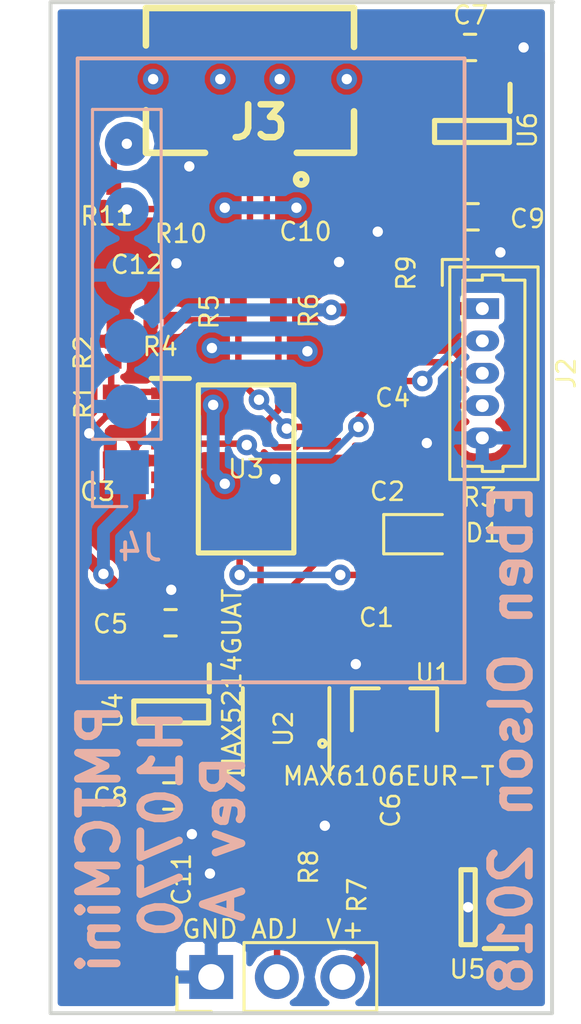
<source format=kicad_pcb>
(kicad_pcb (version 20171130) (host pcbnew 5.0.0-rc2-be01b52~65~ubuntu17.10.1)

  (general
    (thickness 1.6)
    (drawings 7)
    (tracks 274)
    (zones 0)
    (modules 34)
    (nets 35)
  )

  (page A4)
  (layers
    (0 F.Cu signal)
    (31 B.Cu signal)
    (32 B.Adhes user hide)
    (33 F.Adhes user hide)
    (34 B.Paste user hide)
    (35 F.Paste user hide)
    (36 B.SilkS user)
    (37 F.SilkS user)
    (38 B.Mask user hide)
    (39 F.Mask user hide)
    (40 Dwgs.User user hide)
    (41 Cmts.User user hide)
    (42 Eco1.User user hide)
    (43 Eco2.User user hide)
    (44 Edge.Cuts user)
    (45 Margin user)
    (46 B.CrtYd user hide)
    (47 F.CrtYd user hide)
    (48 B.Fab user hide)
    (49 F.Fab user hide)
  )

  (setup
    (last_trace_width 0.5)
    (user_trace_width 0.5)
    (user_trace_width 1)
    (trace_clearance 0.2)
    (zone_clearance 0.5)
    (zone_45_only yes)
    (trace_min 0.2)
    (segment_width 0.2)
    (edge_width 0.15)
    (via_size 0.8)
    (via_drill 0.4)
    (via_min_size 0.4)
    (via_min_drill 0.3)
    (uvia_size 0.3)
    (uvia_drill 0.1)
    (uvias_allowed no)
    (uvia_min_size 0.2)
    (uvia_min_drill 0.1)
    (pcb_text_width 0.3)
    (pcb_text_size 1.5 1.5)
    (mod_edge_width 0.15)
    (mod_text_size 0.7 0.7)
    (mod_text_width 0.1)
    (pad_size 1.524 1.524)
    (pad_drill 0.762)
    (pad_to_mask_clearance 0.2)
    (aux_axis_origin 0 0)
    (visible_elements FFFFFF7F)
    (pcbplotparams
      (layerselection 0x010fc_ffffffff)
      (usegerberextensions false)
      (usegerberattributes false)
      (usegerberadvancedattributes false)
      (creategerberjobfile false)
      (excludeedgelayer true)
      (linewidth 0.100000)
      (plotframeref false)
      (viasonmask false)
      (mode 1)
      (useauxorigin false)
      (hpglpennumber 1)
      (hpglpenspeed 20)
      (hpglpendiameter 15)
      (psnegative false)
      (psa4output false)
      (plotreference true)
      (plotvalue true)
      (plotinvisibletext false)
      (padsonsilk false)
      (subtractmaskfromsilk false)
      (outputformat 4)
      (mirror false)
      (drillshape 0)
      (scaleselection 1)
      (outputdirectory gerber/))
  )

  (net 0 "")
  (net 1 /USBM)
  (net 2 "Net-(R6-Pad2)")
  (net 3 "Net-(R4-Pad1)")
  (net 4 /USBP)
  (net 5 +3.3VA)
  (net 6 "Net-(D1-Pad2)")
  (net 7 +3V3)
  (net 8 "Net-(R1-Pad1)")
  (net 9 GND)
  (net 10 "Net-(R7-Pad1)")
  (net 11 /PMT_VDD)
  (net 12 /LED)
  (net 13 /PMT_ADJ)
  (net 14 /SWDIO)
  (net 15 /SWCLK)
  (net 16 /RESET)
  (net 17 "Net-(C1-Pad1)")
  (net 18 /PMT_EN)
  (net 19 "Net-(U5-Pad4)")
  (net 20 "Net-(U3-Pad2)")
  (net 21 "Net-(U3-Pad3)")
  (net 22 "Net-(U3-Pad6)")
  (net 23 "Net-(U3-Pad8)")
  (net 24 "Net-(U3-Pad9)")
  (net 25 /\CS)
  (net 26 /SCLK)
  (net 27 "Net-(U3-Pad12)")
  (net 28 /MOSI)
  (net 29 VBUS)
  (net 30 "Net-(C11-Pad1)")
  (net 31 "Net-(J3-Pad4)")
  (net 32 "Net-(J4-Pad6)")
  (net 33 /V+)
  (net 34 "Net-(J4-Pad5)")

  (net_class Default "This is the default net class."
    (clearance 0.2)
    (trace_width 0.25)
    (via_dia 0.8)
    (via_drill 0.4)
    (uvia_dia 0.3)
    (uvia_drill 0.1)
    (add_net +3.3VA)
    (add_net +3V3)
    (add_net /LED)
    (add_net /MOSI)
    (add_net /PMT_ADJ)
    (add_net /PMT_EN)
    (add_net /PMT_VDD)
    (add_net /RESET)
    (add_net /SCLK)
    (add_net /SWCLK)
    (add_net /SWDIO)
    (add_net /USBM)
    (add_net /USBP)
    (add_net /V+)
    (add_net /\CS)
    (add_net GND)
    (add_net "Net-(C1-Pad1)")
    (add_net "Net-(C11-Pad1)")
    (add_net "Net-(D1-Pad2)")
    (add_net "Net-(J3-Pad4)")
    (add_net "Net-(J4-Pad5)")
    (add_net "Net-(J4-Pad6)")
    (add_net "Net-(R1-Pad1)")
    (add_net "Net-(R4-Pad1)")
    (add_net "Net-(R6-Pad2)")
    (add_net "Net-(R7-Pad1)")
    (add_net "Net-(U3-Pad12)")
    (add_net "Net-(U3-Pad2)")
    (add_net "Net-(U3-Pad3)")
    (add_net "Net-(U3-Pad6)")
    (add_net "Net-(U3-Pad8)")
    (add_net "Net-(U3-Pad9)")
    (add_net "Net-(U5-Pad4)")
    (add_net VBUS)
  )

  (module Resistor_SMD:R_0402_1005Metric (layer F.Cu) (tedit 5B3FA188) (tstamp 5B4069B7)
    (at 129.7125 61.6 180)
    (descr "Resistor SMD 0402 (1005 Metric), square (rectangular) end terminal, IPC_7351 nominal, (Body size source: http://www.tortai-tech.com/upload/download/2011102023233369053.pdf), generated with kicad-footprint-generator")
    (tags resistor)
    (path /5B435585)
    (attr smd)
    (fp_text reference R10 (at -0.0625 -0.95 180) (layer F.SilkS)
      (effects (font (size 0.7 0.7) (thickness 0.1)))
    )
    (fp_text value 500 (at 0 1.5 180) (layer F.Fab)
      (effects (font (size 1 1) (thickness 0.15)))
    )
    (fp_text user %R (at 0 -0.88 180) (layer F.Fab)
      (effects (font (size 0.5 0.5) (thickness 0.08)))
    )
    (fp_line (start 0.82 0.48) (end -0.82 0.48) (layer F.CrtYd) (width 0.05))
    (fp_line (start 0.82 -0.48) (end 0.82 0.48) (layer F.CrtYd) (width 0.05))
    (fp_line (start -0.82 -0.48) (end 0.82 -0.48) (layer F.CrtYd) (width 0.05))
    (fp_line (start -0.82 0.48) (end -0.82 -0.48) (layer F.CrtYd) (width 0.05))
    (fp_line (start 0.5 0.25) (end -0.5 0.25) (layer F.Fab) (width 0.1))
    (fp_line (start 0.5 -0.25) (end 0.5 0.25) (layer F.Fab) (width 0.1))
    (fp_line (start -0.5 -0.25) (end 0.5 -0.25) (layer F.Fab) (width 0.1))
    (fp_line (start -0.5 0.25) (end -0.5 -0.25) (layer F.Fab) (width 0.1))
    (pad 2 smd rect (at 0.3875 0 180) (size 0.575 0.65) (layers F.Cu F.Paste F.Mask)
      (net 34 "Net-(J4-Pad5)"))
    (pad 1 smd rect (at -0.3875 0 180) (size 0.575 0.65) (layers F.Cu F.Paste F.Mask)
      (net 9 GND))
    (model ${KISYS3DMOD}/Resistor_SMD.3dshapes/R_0402_1005Metric.wrl
      (at (xyz 0 0 0))
      (scale (xyz 1 1 1))
      (rotate (xyz 0 0 0))
    )
  )

  (module Resistor_SMD:R_0402_1005Metric (layer F.Cu) (tedit 5B3FA1DF) (tstamp 5B4069C6)
    (at 137.375 64.0375 270)
    (descr "Resistor SMD 0402 (1005 Metric), square (rectangular) end terminal, IPC_7351 nominal, (Body size source: http://www.tortai-tech.com/upload/download/2011102023233369053.pdf), generated with kicad-footprint-generator")
    (tags resistor)
    (path /5B438B42)
    (attr smd)
    (fp_text reference R9 (at 0.0375 -1.125 270) (layer F.SilkS)
      (effects (font (size 0.7 0.7) (thickness 0.1)))
    )
    (fp_text value 500 (at 0 1.5 270) (layer F.Fab)
      (effects (font (size 1 1) (thickness 0.15)))
    )
    (fp_text user %R (at 0 -0.88 270) (layer F.Fab)
      (effects (font (size 0.5 0.5) (thickness 0.08)))
    )
    (fp_line (start 0.82 0.48) (end -0.82 0.48) (layer F.CrtYd) (width 0.05))
    (fp_line (start 0.82 -0.48) (end 0.82 0.48) (layer F.CrtYd) (width 0.05))
    (fp_line (start -0.82 -0.48) (end 0.82 -0.48) (layer F.CrtYd) (width 0.05))
    (fp_line (start -0.82 0.48) (end -0.82 -0.48) (layer F.CrtYd) (width 0.05))
    (fp_line (start 0.5 0.25) (end -0.5 0.25) (layer F.Fab) (width 0.1))
    (fp_line (start 0.5 -0.25) (end 0.5 0.25) (layer F.Fab) (width 0.1))
    (fp_line (start -0.5 -0.25) (end 0.5 -0.25) (layer F.Fab) (width 0.1))
    (fp_line (start -0.5 0.25) (end -0.5 -0.25) (layer F.Fab) (width 0.1))
    (pad 2 smd rect (at 0.3875 0 270) (size 0.575 0.65) (layers F.Cu F.Paste F.Mask)
      (net 33 /V+))
    (pad 1 smd rect (at -0.3875 0 270) (size 0.575 0.65) (layers F.Cu F.Paste F.Mask)
      (net 9 GND))
    (model ${KISYS3DMOD}/Resistor_SMD.3dshapes/R_0402_1005Metric.wrl
      (at (xyz 0 0 0))
      (scale (xyz 1 1 1))
      (rotate (xyz 0 0 0))
    )
  )

  (module Resistor_SMD:R_0402_1005Metric (layer F.Cu) (tedit 5B3FA135) (tstamp 5B4069A8)
    (at 126.7875 60.725)
    (descr "Resistor SMD 0402 (1005 Metric), square (rectangular) end terminal, IPC_7351 nominal, (Body size source: http://www.tortai-tech.com/upload/download/2011102023233369053.pdf), generated with kicad-footprint-generator")
    (tags resistor)
    (path /5B421F00)
    (attr smd)
    (fp_text reference R11 (at 0.1125 1.15) (layer F.SilkS)
      (effects (font (size 0.7 0.7) (thickness 0.1)))
    )
    (fp_text value 1.5k (at 0 1.5) (layer F.Fab)
      (effects (font (size 1 1) (thickness 0.15)))
    )
    (fp_text user %R (at 0 -0.88) (layer F.Fab)
      (effects (font (size 0.5 0.5) (thickness 0.08)))
    )
    (fp_line (start 0.82 0.48) (end -0.82 0.48) (layer F.CrtYd) (width 0.05))
    (fp_line (start 0.82 -0.48) (end 0.82 0.48) (layer F.CrtYd) (width 0.05))
    (fp_line (start -0.82 -0.48) (end 0.82 -0.48) (layer F.CrtYd) (width 0.05))
    (fp_line (start -0.82 0.48) (end -0.82 -0.48) (layer F.CrtYd) (width 0.05))
    (fp_line (start 0.5 0.25) (end -0.5 0.25) (layer F.Fab) (width 0.1))
    (fp_line (start 0.5 -0.25) (end 0.5 0.25) (layer F.Fab) (width 0.1))
    (fp_line (start -0.5 -0.25) (end 0.5 -0.25) (layer F.Fab) (width 0.1))
    (fp_line (start -0.5 0.25) (end -0.5 -0.25) (layer F.Fab) (width 0.1))
    (pad 2 smd rect (at 0.3875 0) (size 0.575 0.65) (layers F.Cu F.Paste F.Mask)
      (net 32 "Net-(J4-Pad6)"))
    (pad 1 smd rect (at -0.3875 0) (size 0.575 0.65) (layers F.Cu F.Paste F.Mask)
      (net 29 VBUS))
    (model ${KISYS3DMOD}/Resistor_SMD.3dshapes/R_0402_1005Metric.wrl
      (at (xyz 0 0 0))
      (scale (xyz 1 1 1))
      (rotate (xyz 0 0 0))
    )
  )

  (module libraries:DROK_Voltage_Converter (layer B.Cu) (tedit 5B3FA038) (tstamp 5B40697D)
    (at 125.775 76.475)
    (path /5B40BC31)
    (fp_text reference J4 (at 2.413 -1.778) (layer B.SilkS)
      (effects (font (size 1 1) (thickness 0.15)) (justify mirror))
    )
    (fp_text value DROK_Voltage_Converter (at -0.762 -10.541 -90) (layer B.Fab)
      (effects (font (size 1 1) (thickness 0.15)) (justify mirror))
    )
    (fp_line (start 0 -20.701) (end 0 -20.574) (layer B.SilkS) (width 0.15))
    (fp_line (start 0.127 -20.701) (end 0 -20.701) (layer B.SilkS) (width 0.15))
    (fp_line (start 14.986 -20.701) (end 0.127 -20.701) (layer B.SilkS) (width 0.15))
    (fp_line (start 14.986 3.429) (end 14.986 -20.701) (layer B.SilkS) (width 0.15))
    (fp_line (start 0 3.429) (end 14.986 3.429) (layer B.SilkS) (width 0.15))
    (fp_line (start 0 -20.574) (end 0 3.429) (layer B.SilkS) (width 0.15))
    (fp_line (start 3.705 -19.199) (end 3.705 -2.899) (layer B.CrtYd) (width 0.05))
    (fp_line (start 3.705 -2.899) (end 0.105 -2.899) (layer B.CrtYd) (width 0.05))
    (fp_line (start 0.575 -4.699) (end 0.575 -3.369) (layer B.SilkS) (width 0.12))
    (fp_line (start 0.575 -3.369) (end 1.905 -3.369) (layer B.SilkS) (width 0.12))
    (fp_line (start 3.235 -5.969) (end 3.235 -18.729) (layer B.SilkS) (width 0.12))
    (fp_line (start 0.575 -5.969) (end 3.235 -5.969) (layer B.SilkS) (width 0.12))
    (fp_line (start 0.105 -2.899) (end 0.105 -19.199) (layer B.CrtYd) (width 0.05))
    (fp_line (start 0.105 -19.199) (end 3.705 -19.199) (layer B.CrtYd) (width 0.05))
    (fp_line (start 0.635 -4.064) (end 1.27 -3.429) (layer B.Fab) (width 0.1))
    (fp_line (start 0.575 -18.729) (end 3.235 -18.729) (layer B.SilkS) (width 0.12))
    (fp_line (start 0.575 -5.969) (end 0.575 -18.729) (layer B.SilkS) (width 0.12))
    (fp_line (start 0.635 -18.669) (end 0.635 -4.064) (layer B.Fab) (width 0.1))
    (fp_line (start 3.175 -18.669) (end 0.635 -18.669) (layer B.Fab) (width 0.1))
    (fp_line (start 3.175 -3.429) (end 3.175 -18.669) (layer B.Fab) (width 0.1))
    (fp_line (start 1.27 -3.429) (end 3.175 -3.429) (layer B.Fab) (width 0.1))
    (fp_text user %R (at -2.159 -11.049 -90) (layer B.Fab)
      (effects (font (size 1 1) (thickness 0.15)) (justify mirror))
    )
    (pad 4 smd oval (at 1.905 -12.319) (size 1.7 1.7) (layers B.Cu B.Paste B.Mask)
      (net 9 GND))
    (pad 5 smd oval (at 1.905 -14.859) (size 1.7 1.7) (layers B.Cu B.Paste B.Mask)
      (net 34 "Net-(J4-Pad5)"))
    (pad 2 smd oval (at 1.905 -7.239) (size 1.7 1.7) (layers B.Cu B.Paste B.Mask)
      (net 9 GND))
    (pad 1 smd rect (at 1.905 -4.699) (size 1.7 1.7) (layers B.Cu B.Paste B.Mask)
      (net 29 VBUS))
    (pad 3 smd oval (at 1.905 -9.779) (size 1.7 1.7) (layers B.Cu B.Paste B.Mask)
      (net 33 /V+))
    (pad 6 smd oval (at 1.905 -17.399) (size 1.7 1.7) (layers B.Cu B.Paste B.Mask)
      (net 32 "Net-(J4-Pad6)"))
  )

  (module 10104110-0001LF:10104110-0001LF (layer F.Cu) (tedit 5B339240) (tstamp 5B3FE74D)
    (at 136.48 53.825 180)
    (descr 10104110-0001LF)
    (tags Connector)
    (path /5B427694)
    (attr smd)
    (fp_text reference J3 (at 3.675 -4.42 180) (layer F.SilkS)
      (effects (font (size 1.27 1.27) (thickness 0.254)))
    )
    (fp_text value 10104110-0001LF (at 3.675 -4.42 180) (layer F.SilkS) hide
      (effects (font (size 1.27 1.27) (thickness 0.254)))
    )
    (fp_circle (center 2.046 -6.629) (end 1.97461 -6.629) (layer F.SilkS) (width 0.254))
    (fp_line (start 8.06 -5.6) (end 5.771 -5.6) (layer F.SilkS) (width 0.254))
    (fp_line (start 0 -5.6) (end 2.216 -5.6) (layer F.SilkS) (width 0.254))
    (fp_line (start 8.06 -5.6) (end 8.06 -3.953) (layer F.SilkS) (width 0.254))
    (fp_line (start 0 -5.6) (end 0 -3.995) (layer F.SilkS) (width 0.254))
    (fp_line (start 0 0) (end 0 -1.503) (layer F.SilkS) (width 0.254))
    (fp_line (start 8.06 0) (end 8.06 -1.447) (layer F.SilkS) (width 0.254))
    (fp_line (start 0 0) (end 8.06 0) (layer F.SilkS) (width 0.254))
    (fp_line (start 0 0) (end 0 -5.6) (layer Dwgs.User) (width 0.254))
    (fp_line (start 8.06 0) (end 0 0) (layer Dwgs.User) (width 0.254))
    (fp_line (start 8.06 -5.6) (end 8.06 0) (layer Dwgs.User) (width 0.254))
    (fp_line (start 0 -5.6) (end 8.06 -5.6) (layer Dwgs.User) (width 0.254))
    (pad 9 smd rect (at 5.18 -2.75 180) (size 1.8 1.9) (layers F.Cu F.Paste F.Mask))
    (pad 8 smd rect (at 2.88 -2.75 180) (size 1.8 1.9) (layers F.Cu F.Paste F.Mask))
    (pad 7 smd rect (at 7.78 -2.75 270) (size 1.9 2.3) (layers F.Cu F.Paste F.Mask))
    (pad 6 smd rect (at 0.28 -2.75 270) (size 1.9 2.3) (layers F.Cu F.Paste F.Mask))
    (pad 5 smd rect (at 5.33 -5.6 180) (size 0.4 1.4) (layers F.Cu F.Paste F.Mask)
      (net 9 GND))
    (pad 4 smd rect (at 4.68 -5.6 180) (size 0.4 1.4) (layers F.Cu F.Paste F.Mask)
      (net 31 "Net-(J3-Pad4)"))
    (pad 3 smd rect (at 4.03 -5.6 180) (size 0.4 1.4) (layers F.Cu F.Paste F.Mask)
      (net 4 /USBP))
    (pad 2 smd rect (at 3.38 -5.6 180) (size 0.4 1.4) (layers F.Cu F.Paste F.Mask)
      (net 1 /USBM))
    (pad 1 smd rect (at 2.73 -5.6 180) (size 0.4 1.4) (layers F.Cu F.Paste F.Mask)
      (net 29 VBUS))
  )

  (module Resistor_SMD:R_0402_1005Metric (layer F.Cu) (tedit 5A002D62) (tstamp 5B3F8554)
    (at 133.5 87.0375 90)
    (descr "Resistor SMD 0402 (1005 Metric), square (rectangular) end terminal, IPC_7351 nominal, (Body size source: http://www.tortai-tech.com/upload/download/2011102023233369053.pdf), generated with kicad-footprint-generator")
    (tags resistor)
    (path /5B403449)
    (attr smd)
    (fp_text reference R8 (at -0.0125 1.225 90) (layer F.SilkS)
      (effects (font (size 0.7 0.7) (thickness 0.1)))
    )
    (fp_text value 49.9 (at 0 1.5 90) (layer F.Fab)
      (effects (font (size 1 1) (thickness 0.15)))
    )
    (fp_text user %R (at 0 -0.88 90) (layer F.Fab)
      (effects (font (size 0.5 0.5) (thickness 0.08)))
    )
    (fp_line (start 0.82 0.48) (end -0.82 0.48) (layer F.CrtYd) (width 0.05))
    (fp_line (start 0.82 -0.48) (end 0.82 0.48) (layer F.CrtYd) (width 0.05))
    (fp_line (start -0.82 -0.48) (end 0.82 -0.48) (layer F.CrtYd) (width 0.05))
    (fp_line (start -0.82 0.48) (end -0.82 -0.48) (layer F.CrtYd) (width 0.05))
    (fp_line (start 0.5 0.25) (end -0.5 0.25) (layer F.Fab) (width 0.1))
    (fp_line (start 0.5 -0.25) (end 0.5 0.25) (layer F.Fab) (width 0.1))
    (fp_line (start -0.5 -0.25) (end 0.5 -0.25) (layer F.Fab) (width 0.1))
    (fp_line (start -0.5 0.25) (end -0.5 -0.25) (layer F.Fab) (width 0.1))
    (pad 2 smd rect (at 0.3875 0 90) (size 0.575 0.65) (layers F.Cu F.Paste F.Mask)
      (net 13 /PMT_ADJ))
    (pad 1 smd rect (at -0.3875 0 90) (size 0.575 0.65) (layers F.Cu F.Paste F.Mask)
      (net 30 "Net-(C11-Pad1)"))
    (model ${KISYS3DMOD}/Resistor_SMD.3dshapes/R_0402_1005Metric.wrl
      (at (xyz 0 0 0))
      (scale (xyz 1 1 1))
      (rotate (xyz 0 0 0))
    )
  )

  (module Connector_Molex:Molex_PicoBlade_53047-1010_1x05_P1.25mm_Vertical (layer F.Cu) (tedit 5A174F43) (tstamp 5B34BDCE)
    (at 141.45 65.45 270)
    (descr "Molex PicoBlade Connector System, 53047-1010, 5 Pins per row (http://www.molex.com/pdm_docs/sd/530470610_sd.pdf), generated with kicad-footprint-generator")
    (tags "connector Molex PicoBlade side entry")
    (path /5B2BD838)
    (fp_text reference J2 (at 2.5 -3.25 270) (layer F.SilkS)
      (effects (font (size 0.7 0.7) (thickness 0.1)))
    )
    (fp_text value Conn_01x05 (at 2.5 2.35 270) (layer F.Fab)
      (effects (font (size 0.7 0.7) (thickness 0.1)))
    )
    (fp_text user %R (at 2.5 -1.35 270) (layer F.Fab)
      (effects (font (size 1 1) (thickness 0.15)))
    )
    (fp_line (start 7 -2.55) (end -2 -2.55) (layer F.CrtYd) (width 0.05))
    (fp_line (start 7 1.65) (end 7 -2.55) (layer F.CrtYd) (width 0.05))
    (fp_line (start -2 1.65) (end 7 1.65) (layer F.CrtYd) (width 0.05))
    (fp_line (start -2 -2.55) (end -2 1.65) (layer F.CrtYd) (width 0.05))
    (fp_line (start 0 0.442893) (end 0.5 1.15) (layer F.Fab) (width 0.1))
    (fp_line (start -0.5 1.15) (end 0 0.442893) (layer F.Fab) (width 0.1))
    (fp_line (start -1.9 1.55) (end -0.9 1.55) (layer F.SilkS) (width 0.12))
    (fp_line (start -1.9 1.55) (end -1.9 0.55) (layer F.SilkS) (width 0.12))
    (fp_line (start 6.1 -1.65) (end 2.5 -1.65) (layer F.SilkS) (width 0.12))
    (fp_line (start 6.1 -0.8) (end 6.1 -1.65) (layer F.SilkS) (width 0.12))
    (fp_line (start 6.3 -0.8) (end 6.1 -0.8) (layer F.SilkS) (width 0.12))
    (fp_line (start 6.3 0) (end 6.3 -0.8) (layer F.SilkS) (width 0.12))
    (fp_line (start 6.1 0) (end 6.3 0) (layer F.SilkS) (width 0.12))
    (fp_line (start 6.1 0.75) (end 6.1 0) (layer F.SilkS) (width 0.12))
    (fp_line (start 2.5 0.75) (end 6.1 0.75) (layer F.SilkS) (width 0.12))
    (fp_line (start -1.1 -1.65) (end 2.5 -1.65) (layer F.SilkS) (width 0.12))
    (fp_line (start -1.1 -0.8) (end -1.1 -1.65) (layer F.SilkS) (width 0.12))
    (fp_line (start -1.3 -0.8) (end -1.1 -0.8) (layer F.SilkS) (width 0.12))
    (fp_line (start -1.3 0) (end -1.3 -0.8) (layer F.SilkS) (width 0.12))
    (fp_line (start -1.1 0) (end -1.3 0) (layer F.SilkS) (width 0.12))
    (fp_line (start -1.1 0.75) (end -1.1 0) (layer F.SilkS) (width 0.12))
    (fp_line (start 2.5 0.75) (end -1.1 0.75) (layer F.SilkS) (width 0.12))
    (fp_line (start 6.61 -2.16) (end -1.61 -2.16) (layer F.SilkS) (width 0.12))
    (fp_line (start 6.61 1.26) (end 6.61 -2.16) (layer F.SilkS) (width 0.12))
    (fp_line (start -1.61 1.26) (end 6.61 1.26) (layer F.SilkS) (width 0.12))
    (fp_line (start -1.61 -2.16) (end -1.61 1.26) (layer F.SilkS) (width 0.12))
    (fp_line (start 6.5 -2.05) (end -1.5 -2.05) (layer F.Fab) (width 0.1))
    (fp_line (start 6.5 1.15) (end 6.5 -2.05) (layer F.Fab) (width 0.1))
    (fp_line (start -1.5 1.15) (end 6.5 1.15) (layer F.Fab) (width 0.1))
    (fp_line (start -1.5 -2.05) (end -1.5 1.15) (layer F.Fab) (width 0.1))
    (pad 5 thru_hole oval (at 5 0 270) (size 0.8 1.3) (drill 0.5) (layers *.Cu *.Mask)
      (net 9 GND))
    (pad 4 thru_hole oval (at 3.75 0 270) (size 0.8 1.3) (drill 0.5) (layers *.Cu *.Mask)
      (net 16 /RESET))
    (pad 3 thru_hole oval (at 2.5 0 270) (size 0.8 1.3) (drill 0.5) (layers *.Cu *.Mask)
      (net 15 /SWCLK))
    (pad 2 thru_hole oval (at 1.25 0 270) (size 0.8 1.3) (drill 0.5) (layers *.Cu *.Mask)
      (net 14 /SWDIO))
    (pad 1 thru_hole rect (at 0 0 270) (size 0.8 1.3) (drill 0.5) (layers *.Cu *.Mask)
      (net 7 +3V3))
    (model ${KISYS3DMOD}/Connector_Molex.3dshapes/Molex_PicoBlade_53047-1010_1x05_P1.25mm_Vertical.wrl
      (at (xyz 0 0 0))
      (scale (xyz 1 1 1))
      (rotate (xyz 0 0 0))
    )
  )

  (module MAX5214GUAT:21-0036K (layer F.Cu) (tedit 0) (tstamp 5B33781C)
    (at 133.85 81.8 270)
    (path /5B2BD9B0)
    (attr smd)
    (fp_text reference U2 (at -0.1 0.1 270) (layer F.SilkS)
      (effects (font (size 0.7 0.7) (thickness 0.1)))
    )
    (fp_text value MAX5214GUAT (at -1.87139 2.09514 270) (layer F.SilkS)
      (effects (font (size 0.7 0.7) (thickness 0.1)))
    )
    (fp_line (start 1.6764 -1.6764) (end -1.6764 -1.6764) (layer F.SilkS) (width 0.1524))
    (fp_line (start -1.6764 1.6764) (end 1.6764 1.6764) (layer F.SilkS) (width 0.1524))
    (fp_arc (start 0 -1.5494) (end -0.3048 -1.5494) (angle -180) (layer Dwgs.User) (width 0.1524))
    (fp_line (start -1.5494 -1.5494) (end -1.5494 1.5494) (layer Dwgs.User) (width 0.1524))
    (fp_line (start -0.3048 -1.5494) (end -1.5494 -1.5494) (layer Dwgs.User) (width 0.1524))
    (fp_line (start 0.3048 -1.5494) (end -0.3048 -1.5494) (layer Dwgs.User) (width 0.1524))
    (fp_line (start 1.5494 -1.5494) (end 0.3048 -1.5494) (layer Dwgs.User) (width 0.1524))
    (fp_line (start 1.5494 1.5494) (end 1.5494 -1.5494) (layer Dwgs.User) (width 0.1524))
    (fp_line (start -1.5494 1.5494) (end 1.5494 1.5494) (layer Dwgs.User) (width 0.1524))
    (fp_line (start 2.5146 -1.1684) (end 1.5494 -1.1684) (layer Dwgs.User) (width 0.1524))
    (fp_line (start 2.5146 -0.8128) (end 2.5146 -1.1684) (layer Dwgs.User) (width 0.1524))
    (fp_line (start 1.5494 -0.8128) (end 2.5146 -0.8128) (layer Dwgs.User) (width 0.1524))
    (fp_line (start 1.5494 -1.1684) (end 1.5494 -0.8128) (layer Dwgs.User) (width 0.1524))
    (fp_line (start 2.5146 -0.508) (end 1.5494 -0.508) (layer Dwgs.User) (width 0.1524))
    (fp_line (start 2.5146 -0.1524) (end 2.5146 -0.508) (layer Dwgs.User) (width 0.1524))
    (fp_line (start 1.5494 -0.1524) (end 2.5146 -0.1524) (layer Dwgs.User) (width 0.1524))
    (fp_line (start 1.5494 -0.508) (end 1.5494 -0.1524) (layer Dwgs.User) (width 0.1524))
    (fp_line (start 2.5146 0.1524) (end 1.5494 0.1524) (layer Dwgs.User) (width 0.1524))
    (fp_line (start 2.5146 0.508) (end 2.5146 0.1524) (layer Dwgs.User) (width 0.1524))
    (fp_line (start 1.5494 0.508) (end 2.5146 0.508) (layer Dwgs.User) (width 0.1524))
    (fp_line (start 1.5494 0.1524) (end 1.5494 0.508) (layer Dwgs.User) (width 0.1524))
    (fp_line (start 2.5146 0.8128) (end 1.5494 0.8128) (layer Dwgs.User) (width 0.1524))
    (fp_line (start 2.5146 1.1684) (end 2.5146 0.8128) (layer Dwgs.User) (width 0.1524))
    (fp_line (start 1.5494 1.1684) (end 2.5146 1.1684) (layer Dwgs.User) (width 0.1524))
    (fp_line (start 1.5494 0.8128) (end 1.5494 1.1684) (layer Dwgs.User) (width 0.1524))
    (fp_line (start -2.5146 1.1684) (end -1.5494 1.1684) (layer Dwgs.User) (width 0.1524))
    (fp_line (start -2.5146 0.8128) (end -2.5146 1.1684) (layer Dwgs.User) (width 0.1524))
    (fp_line (start -1.5494 0.8128) (end -2.5146 0.8128) (layer Dwgs.User) (width 0.1524))
    (fp_line (start -1.5494 1.1684) (end -1.5494 0.8128) (layer Dwgs.User) (width 0.1524))
    (fp_line (start -2.5146 0.508) (end -1.5494 0.508) (layer Dwgs.User) (width 0.1524))
    (fp_line (start -2.5146 0.1524) (end -2.5146 0.508) (layer Dwgs.User) (width 0.1524))
    (fp_line (start -1.5494 0.1524) (end -2.5146 0.1524) (layer Dwgs.User) (width 0.1524))
    (fp_line (start -1.5494 0.508) (end -1.5494 0.1524) (layer Dwgs.User) (width 0.1524))
    (fp_line (start -2.5146 -0.1524) (end -1.5494 -0.1524) (layer Dwgs.User) (width 0.1524))
    (fp_line (start -2.5146 -0.508) (end -2.5146 -0.1524) (layer Dwgs.User) (width 0.1524))
    (fp_line (start -1.5494 -0.508) (end -2.5146 -0.508) (layer Dwgs.User) (width 0.1524))
    (fp_line (start -1.5494 -0.1524) (end -1.5494 -0.508) (layer Dwgs.User) (width 0.1524))
    (fp_line (start -2.5146 -0.8128) (end -1.5494 -0.8128) (layer Dwgs.User) (width 0.1524))
    (fp_line (start -2.5146 -1.1684) (end -2.5146 -0.8128) (layer Dwgs.User) (width 0.1524))
    (fp_line (start -1.5494 -1.1684) (end -2.5146 -1.1684) (layer Dwgs.User) (width 0.1524))
    (fp_line (start -1.5494 -0.8128) (end -1.5494 -1.1684) (layer Dwgs.User) (width 0.1524))
    (pad 8 smd rect (at 2.1844 -0.9906 270) (size 1.3716 0.4064) (layers F.Cu F.Paste F.Mask)
      (net 9 GND))
    (pad 7 smd rect (at 2.1844 -0.3302 270) (size 1.3716 0.4064) (layers F.Cu F.Paste F.Mask)
      (net 5 +3.3VA))
    (pad 6 smd rect (at 2.1844 0.3302 270) (size 1.3716 0.4064) (layers F.Cu F.Paste F.Mask)
      (net 13 /PMT_ADJ))
    (pad 5 smd rect (at 2.1844 0.9906 270) (size 1.3716 0.4064) (layers F.Cu F.Paste F.Mask)
      (net 5 +3.3VA))
    (pad 4 smd rect (at -2.1844 0.9906 270) (size 1.3716 0.4064) (layers F.Cu F.Paste F.Mask)
      (net 28 /MOSI))
    (pad 3 smd rect (at -2.1844 0.3302 270) (size 1.3716 0.4064) (layers F.Cu F.Paste F.Mask)
      (net 26 /SCLK))
    (pad 2 smd rect (at -2.1844 -0.3302 270) (size 1.3716 0.4064) (layers F.Cu F.Paste F.Mask)
      (net 25 /\CS))
    (pad 1 smd rect (at -2.1844 -0.9906 270) (size 1.3716 0.4064) (layers F.Cu F.Paste F.Mask)
      (net 17 "Net-(C1-Pad1)"))
  )

  (module MAX6106EUR-T:21-0051H (layer F.Cu) (tedit 0) (tstamp 5B3377E7)
    (at 138.05 80.95)
    (path /5B2BDABC)
    (attr smd)
    (fp_text reference U1 (at 1.5 -1.4) (layer F.SilkS)
      (effects (font (size 0.7 0.7) (thickness 0.1)))
    )
    (fp_text value MAX6106EUR-T (at -0.229706 2.57983) (layer F.SilkS)
      (effects (font (size 0.7 0.7) (thickness 0.1)))
    )
    (fp_arc (start -2.794 1.3208) (end -2.667 1.3208) (angle -180) (layer F.SilkS) (width 0.1524))
    (fp_arc (start -2.794 1.3208) (end -2.921 1.3208) (angle -180) (layer F.SilkS) (width 0.1524))
    (fp_line (start -1.651 -0.8128) (end -1.651 0.8128) (layer F.SilkS) (width 0.1524))
    (fp_line (start 1.651 -0.8128) (end 0.6096 -0.8128) (layer F.SilkS) (width 0.1524))
    (fp_line (start 1.651 0.8128) (end 1.651 -0.8128) (layer F.SilkS) (width 0.1524))
    (fp_line (start -0.6096 -0.8128) (end -1.651 -0.8128) (layer F.SilkS) (width 0.1524))
    (fp_arc (start -1.27 0.4445) (end -1.143 0.4318) (angle -180) (layer Dwgs.User) (width 0))
    (fp_arc (start -1.27 0.4572) (end -1.397 0.4572) (angle -180) (layer Dwgs.User) (width 0))
    (fp_line (start -1.524 -0.7112) (end -1.524 0.7112) (layer Dwgs.User) (width 0.1524))
    (fp_line (start 1.524 -0.7112) (end -1.524 -0.7112) (layer Dwgs.User) (width 0.1524))
    (fp_line (start 1.524 0.7112) (end 1.524 -0.7112) (layer Dwgs.User) (width 0.1524))
    (fp_line (start -1.524 0.7112) (end 1.524 0.7112) (layer Dwgs.User) (width 0.1524))
    (fp_line (start -0.254 -1.3208) (end -0.254 -0.7112) (layer Dwgs.User) (width 0.1524))
    (fp_line (start 0.254 -1.3208) (end -0.254 -1.3208) (layer Dwgs.User) (width 0.1524))
    (fp_line (start 0.254 -0.7112) (end 0.254 -1.3208) (layer Dwgs.User) (width 0.1524))
    (fp_line (start -0.254 -0.7112) (end 0.254 -0.7112) (layer Dwgs.User) (width 0.1524))
    (fp_line (start 1.1938 1.3208) (end 1.1938 0.7112) (layer Dwgs.User) (width 0.1524))
    (fp_line (start 0.6858 1.3208) (end 1.1938 1.3208) (layer Dwgs.User) (width 0.1524))
    (fp_line (start 0.6858 0.7112) (end 0.6858 1.3208) (layer Dwgs.User) (width 0.1524))
    (fp_line (start 1.1938 0.7112) (end 0.6858 0.7112) (layer Dwgs.User) (width 0.1524))
    (fp_line (start -0.6858 1.3208) (end -0.6858 0.7112) (layer Dwgs.User) (width 0.1524))
    (fp_line (start -1.1938 1.3208) (end -0.6858 1.3208) (layer Dwgs.User) (width 0.1524))
    (fp_line (start -1.1938 0.7112) (end -1.1938 1.3208) (layer Dwgs.User) (width 0.1524))
    (fp_line (start -0.6858 0.7112) (end -1.1938 0.7112) (layer Dwgs.User) (width 0.1524))
    (pad 3 smd rect (at 0 -1.0287) (size 0.5588 1.2954) (layers F.Cu F.Paste F.Mask)
      (net 9 GND))
    (pad 2 smd rect (at 0.95 1.0287) (size 0.5588 1.2954) (layers F.Cu F.Paste F.Mask)
      (net 17 "Net-(C1-Pad1)"))
    (pad 1 smd rect (at -0.95 1.0287) (size 0.5588 1.2954) (layers F.Cu F.Paste F.Mask)
      (net 5 +3.3VA))
  )

  (module STM32F042F6P6:SOP65P640X120-20N (layer F.Cu) (tedit 5B2BC492) (tstamp 5B3464DD)
    (at 132.3 71.65)
    (descr TSSOP20)
    (tags "Integrated Circuit")
    (path /5B2BC521)
    (attr smd)
    (fp_text reference U3 (at 0 0) (layer F.SilkS)
      (effects (font (size 0.7 0.7) (thickness 0.1)))
    )
    (fp_text value STM32F042F6P6 (at 0 0) (layer F.SilkS) hide
      (effects (font (size 0.7 0.7) (thickness 0.1)))
    )
    (fp_line (start -3.675 -3.5) (end -2.2 -3.5) (layer F.SilkS) (width 0.2))
    (fp_line (start -1.85 3.25) (end -1.85 -3.25) (layer F.SilkS) (width 0.2))
    (fp_line (start 1.85 3.25) (end -1.85 3.25) (layer F.SilkS) (width 0.2))
    (fp_line (start 1.85 -3.25) (end 1.85 3.25) (layer F.SilkS) (width 0.2))
    (fp_line (start -1.85 -3.25) (end 1.85 -3.25) (layer F.SilkS) (width 0.2))
    (fp_line (start -2.2 -2.6) (end -1.55 -3.25) (layer Dwgs.User) (width 0.1))
    (fp_line (start -2.2 3.25) (end -2.2 -3.25) (layer Dwgs.User) (width 0.1))
    (fp_line (start 2.2 3.25) (end -2.2 3.25) (layer Dwgs.User) (width 0.1))
    (fp_line (start 2.2 -3.25) (end 2.2 3.25) (layer Dwgs.User) (width 0.1))
    (fp_line (start -2.2 -3.25) (end 2.2 -3.25) (layer Dwgs.User) (width 0.1))
    (fp_line (start -3.925 3.55) (end -3.925 -3.55) (layer Dwgs.User) (width 0.05))
    (fp_line (start 3.925 3.55) (end -3.925 3.55) (layer Dwgs.User) (width 0.05))
    (fp_line (start 3.925 -3.55) (end 3.925 3.55) (layer Dwgs.User) (width 0.05))
    (fp_line (start -3.925 -3.55) (end 3.925 -3.55) (layer Dwgs.User) (width 0.05))
    (pad 20 smd rect (at 2.938 -2.925 90) (size 0.45 1.475) (layers F.Cu F.Paste F.Mask)
      (net 15 /SWCLK))
    (pad 19 smd rect (at 2.938 -2.275 90) (size 0.45 1.475) (layers F.Cu F.Paste F.Mask)
      (net 14 /SWDIO))
    (pad 18 smd rect (at 2.938 -1.625 90) (size 0.45 1.475) (layers F.Cu F.Paste F.Mask)
      (net 3 "Net-(R4-Pad1)"))
    (pad 17 smd rect (at 2.938 -0.975 90) (size 0.45 1.475) (layers F.Cu F.Paste F.Mask)
      (net 2 "Net-(R6-Pad2)"))
    (pad 16 smd rect (at 2.938 -0.325 90) (size 0.45 1.475) (layers F.Cu F.Paste F.Mask)
      (net 7 +3V3))
    (pad 15 smd rect (at 2.938 0.325 90) (size 0.45 1.475) (layers F.Cu F.Paste F.Mask)
      (net 9 GND))
    (pad 14 smd rect (at 2.938 0.975 90) (size 0.45 1.475) (layers F.Cu F.Paste F.Mask)
      (net 12 /LED))
    (pad 13 smd rect (at 2.938 1.625 90) (size 0.45 1.475) (layers F.Cu F.Paste F.Mask)
      (net 28 /MOSI))
    (pad 12 smd rect (at 2.938 2.275 90) (size 0.45 1.475) (layers F.Cu F.Paste F.Mask)
      (net 27 "Net-(U3-Pad12)"))
    (pad 11 smd rect (at 2.938 2.925 90) (size 0.45 1.475) (layers F.Cu F.Paste F.Mask)
      (net 26 /SCLK))
    (pad 10 smd rect (at -2.938 2.925 90) (size 0.45 1.475) (layers F.Cu F.Paste F.Mask)
      (net 25 /\CS))
    (pad 9 smd rect (at -2.938 2.275 90) (size 0.45 1.475) (layers F.Cu F.Paste F.Mask)
      (net 24 "Net-(U3-Pad9)"))
    (pad 8 smd rect (at -2.938 1.625 90) (size 0.45 1.475) (layers F.Cu F.Paste F.Mask)
      (net 23 "Net-(U3-Pad8)"))
    (pad 7 smd rect (at -2.938 0.975 90) (size 0.45 1.475) (layers F.Cu F.Paste F.Mask)
      (net 18 /PMT_EN))
    (pad 6 smd rect (at -2.938 0.325 90) (size 0.45 1.475) (layers F.Cu F.Paste F.Mask)
      (net 22 "Net-(U3-Pad6)"))
    (pad 5 smd rect (at -2.938 -0.325 90) (size 0.45 1.475) (layers F.Cu F.Paste F.Mask)
      (net 7 +3V3))
    (pad 4 smd rect (at -2.938 -0.975 90) (size 0.45 1.475) (layers F.Cu F.Paste F.Mask)
      (net 16 /RESET))
    (pad 3 smd rect (at -2.938 -1.625 90) (size 0.45 1.475) (layers F.Cu F.Paste F.Mask)
      (net 21 "Net-(U3-Pad3)"))
    (pad 2 smd rect (at -2.938 -2.275 90) (size 0.45 1.475) (layers F.Cu F.Paste F.Mask)
      (net 20 "Net-(U3-Pad2)"))
    (pad 1 smd rect (at -2.938 -2.925 90) (size 0.45 1.475) (layers F.Cu F.Paste F.Mask)
      (net 8 "Net-(R1-Pad1)"))
  )

  (module ADP7118AUJZ-3.3-R7:SOT95P280X100-5N (layer F.Cu) (tedit 5B2BD8E2) (tstamp 5B337777)
    (at 141.05 58.6 270)
    (descr "S5 Package 5-Lead Plastic TSOT-23")
    (tags "Integrated Circuit")
    (path /5B2CF66E)
    (attr smd)
    (fp_text reference U6 (at -0.05 -2.15 270) (layer F.SilkS)
      (effects (font (size 0.7 0.7) (thickness 0.1)))
    )
    (fp_text value ADP7118AUJZ-3.3-R7 (at 0 0 270) (layer F.SilkS) hide
      (effects (font (size 0.7 0.7) (thickness 0.1)))
    )
    (fp_line (start -1.825 -1.475) (end -0.775 -1.475) (layer F.SilkS) (width 0.2))
    (fp_line (start -0.425 1.45) (end -0.425 -1.45) (layer F.SilkS) (width 0.2))
    (fp_line (start 0.425 1.45) (end -0.425 1.45) (layer F.SilkS) (width 0.2))
    (fp_line (start 0.425 -1.45) (end 0.425 1.45) (layer F.SilkS) (width 0.2))
    (fp_line (start -0.425 -1.45) (end 0.425 -1.45) (layer F.SilkS) (width 0.2))
    (fp_line (start -0.812 -0.5) (end 0.138 -1.45) (layer Dwgs.User) (width 0.1))
    (fp_line (start -0.812 1.45) (end -0.812 -1.45) (layer Dwgs.User) (width 0.1))
    (fp_line (start 0.812 1.45) (end -0.812 1.45) (layer Dwgs.User) (width 0.1))
    (fp_line (start 0.812 -1.45) (end 0.812 1.45) (layer Dwgs.User) (width 0.1))
    (fp_line (start -0.812 -1.45) (end 0.812 -1.45) (layer Dwgs.User) (width 0.1))
    (fp_line (start -2.075 1.7) (end -2.075 -1.7) (layer Dwgs.User) (width 0.05))
    (fp_line (start 2.075 1.7) (end -2.075 1.7) (layer Dwgs.User) (width 0.05))
    (fp_line (start 2.075 -1.7) (end 2.075 1.7) (layer Dwgs.User) (width 0.05))
    (fp_line (start -2.075 -1.7) (end 2.075 -1.7) (layer Dwgs.User) (width 0.05))
    (pad 5 smd rect (at 1.3 -0.95) (size 0.55 1.05) (layers F.Cu F.Paste F.Mask)
      (net 7 +3V3))
    (pad 4 smd rect (at 1.3 0.95) (size 0.55 1.05) (layers F.Cu F.Paste F.Mask)
      (net 7 +3V3))
    (pad 3 smd rect (at -1.3 0.95) (size 0.55 1.05) (layers F.Cu F.Paste F.Mask)
      (net 29 VBUS))
    (pad 2 smd rect (at -1.3 0) (size 0.55 1.05) (layers F.Cu F.Paste F.Mask)
      (net 9 GND))
    (pad 1 smd rect (at -1.3 -0.95) (size 0.55 1.05) (layers F.Cu F.Paste F.Mask)
      (net 29 VBUS))
  )

  (module ADP7118AUJZ-3.3-R7:SOT95P280X100-5N (layer F.Cu) (tedit 5B2BD8E2) (tstamp 5B346731)
    (at 129.4 81.05 270)
    (descr "S5 Package 5-Lead Plastic TSOT-23")
    (tags "Integrated Circuit")
    (path /5B2BE0A6)
    (attr smd)
    (fp_text reference U4 (at -0.05 2.25 270) (layer F.SilkS)
      (effects (font (size 0.7 0.7) (thickness 0.1)))
    )
    (fp_text value ADP7118AUJZ-3.3-R7 (at 0 0 270) (layer F.SilkS) hide
      (effects (font (size 0.7 0.7) (thickness 0.1)))
    )
    (fp_line (start -1.825 -1.475) (end -0.775 -1.475) (layer F.SilkS) (width 0.2))
    (fp_line (start -0.425 1.45) (end -0.425 -1.45) (layer F.SilkS) (width 0.2))
    (fp_line (start 0.425 1.45) (end -0.425 1.45) (layer F.SilkS) (width 0.2))
    (fp_line (start 0.425 -1.45) (end 0.425 1.45) (layer F.SilkS) (width 0.2))
    (fp_line (start -0.425 -1.45) (end 0.425 -1.45) (layer F.SilkS) (width 0.2))
    (fp_line (start -0.812 -0.5) (end 0.138 -1.45) (layer Dwgs.User) (width 0.1))
    (fp_line (start -0.812 1.45) (end -0.812 -1.45) (layer Dwgs.User) (width 0.1))
    (fp_line (start 0.812 1.45) (end -0.812 1.45) (layer Dwgs.User) (width 0.1))
    (fp_line (start 0.812 -1.45) (end 0.812 1.45) (layer Dwgs.User) (width 0.1))
    (fp_line (start -0.812 -1.45) (end 0.812 -1.45) (layer Dwgs.User) (width 0.1))
    (fp_line (start -2.075 1.7) (end -2.075 -1.7) (layer Dwgs.User) (width 0.05))
    (fp_line (start 2.075 1.7) (end -2.075 1.7) (layer Dwgs.User) (width 0.05))
    (fp_line (start 2.075 -1.7) (end 2.075 1.7) (layer Dwgs.User) (width 0.05))
    (fp_line (start -2.075 -1.7) (end 2.075 -1.7) (layer Dwgs.User) (width 0.05))
    (pad 5 smd rect (at 1.3 -0.95) (size 0.55 1.05) (layers F.Cu F.Paste F.Mask)
      (net 5 +3.3VA))
    (pad 4 smd rect (at 1.3 0.95) (size 0.55 1.05) (layers F.Cu F.Paste F.Mask)
      (net 5 +3.3VA))
    (pad 3 smd rect (at -1.3 0.95) (size 0.55 1.05) (layers F.Cu F.Paste F.Mask)
      (net 29 VBUS))
    (pad 2 smd rect (at -1.3 0) (size 0.55 1.05) (layers F.Cu F.Paste F.Mask)
      (net 9 GND))
    (pad 1 smd rect (at -1.3 -0.95) (size 0.55 1.05) (layers F.Cu F.Paste F.Mask)
      (net 29 VBUS))
  )

  (module TPS22918TDBVTQ1:SOT95P280X100-6N (layer F.Cu) (tedit 5B2BF093) (tstamp 5B346386)
    (at 140.9 88.6 180)
    (descr "SOT-23(6)")
    (tags "Integrated Circuit")
    (path /5B33C77A)
    (attr smd)
    (fp_text reference U5 (at 0.025 -2.4 180) (layer F.SilkS)
      (effects (font (size 0.7 0.7) (thickness 0.1)))
    )
    (fp_text value TPS22810-Q1 (at 0 0 180) (layer F.SilkS) hide
      (effects (font (size 0.7 0.7) (thickness 0.1)))
    )
    (fp_line (start -1.875 -1.6) (end -0.625 -1.6) (layer F.SilkS) (width 0.2))
    (fp_line (start -0.275 1.45) (end -0.275 -1.45) (layer F.SilkS) (width 0.2))
    (fp_line (start 0.275 1.45) (end -0.275 1.45) (layer F.SilkS) (width 0.2))
    (fp_line (start 0.275 -1.45) (end 0.275 1.45) (layer F.SilkS) (width 0.2))
    (fp_line (start -0.275 -1.45) (end 0.275 -1.45) (layer F.SilkS) (width 0.2))
    (fp_line (start -0.8 -0.5) (end 0.15 -1.45) (layer Dwgs.User) (width 0.1))
    (fp_line (start -0.8 1.45) (end -0.8 -1.45) (layer Dwgs.User) (width 0.1))
    (fp_line (start 0.8 1.45) (end -0.8 1.45) (layer Dwgs.User) (width 0.1))
    (fp_line (start 0.8 -1.45) (end 0.8 1.45) (layer Dwgs.User) (width 0.1))
    (fp_line (start -0.8 -1.45) (end 0.8 -1.45) (layer Dwgs.User) (width 0.1))
    (fp_line (start -2.125 1.775) (end -2.125 -1.775) (layer Dwgs.User) (width 0.05))
    (fp_line (start 2.125 1.775) (end -2.125 1.775) (layer Dwgs.User) (width 0.05))
    (fp_line (start 2.125 -1.775) (end 2.125 1.775) (layer Dwgs.User) (width 0.05))
    (fp_line (start -2.125 -1.775) (end 2.125 -1.775) (layer Dwgs.User) (width 0.05))
    (pad 6 smd rect (at 1.25 -0.95 270) (size 0.6 1.25) (layers F.Cu F.Paste F.Mask)
      (net 11 /PMT_VDD))
    (pad 5 smd rect (at 1.25 0 270) (size 0.6 1.25) (layers F.Cu F.Paste F.Mask)
      (net 10 "Net-(R7-Pad1)"))
    (pad 4 smd rect (at 1.25 0.95 270) (size 0.6 1.25) (layers F.Cu F.Paste F.Mask)
      (net 19 "Net-(U5-Pad4)"))
    (pad 3 smd rect (at -1.25 0.95 270) (size 0.6 1.25) (layers F.Cu F.Paste F.Mask)
      (net 18 /PMT_EN))
    (pad 2 smd rect (at -1.25 0 270) (size 0.6 1.25) (layers F.Cu F.Paste F.Mask)
      (net 9 GND))
    (pad 1 smd rect (at -1.25 -0.95 270) (size 0.6 1.25) (layers F.Cu F.Paste F.Mask)
      (net 33 /V+))
  )

  (module Capacitor_SMD:C_0402_1005Metric (layer F.Cu) (tedit 5A002D62) (tstamp 5B337731)
    (at 131.0375 63.65 180)
    (descr "Capacitor SMD 0402 (1005 Metric), square (rectangular) end terminal, IPC_7351 nominal, (Body size source: http://www.tortai-tech.com/upload/download/2011102023233369053.pdf), generated with kicad-footprint-generator")
    (tags capacitor)
    (path /5B2BE5B1)
    (attr smd)
    (fp_text reference C12 (at 2.9625 -0.1) (layer F.SilkS)
      (effects (font (size 0.7 0.7) (thickness 0.1)))
    )
    (fp_text value 47pF (at 0 1.5 180) (layer F.Fab)
      (effects (font (size 0.7 0.7) (thickness 0.1)))
    )
    (fp_text user %R (at 0 -0.88 180) (layer F.Fab)
      (effects (font (size 0.5 0.5) (thickness 0.08)))
    )
    (fp_line (start 0.82 0.48) (end -0.82 0.48) (layer F.CrtYd) (width 0.05))
    (fp_line (start 0.82 -0.48) (end 0.82 0.48) (layer F.CrtYd) (width 0.05))
    (fp_line (start -0.82 -0.48) (end 0.82 -0.48) (layer F.CrtYd) (width 0.05))
    (fp_line (start -0.82 0.48) (end -0.82 -0.48) (layer F.CrtYd) (width 0.05))
    (fp_line (start 0.5 0.25) (end -0.5 0.25) (layer F.Fab) (width 0.1))
    (fp_line (start 0.5 -0.25) (end 0.5 0.25) (layer F.Fab) (width 0.1))
    (fp_line (start -0.5 -0.25) (end 0.5 -0.25) (layer F.Fab) (width 0.1))
    (fp_line (start -0.5 0.25) (end -0.5 -0.25) (layer F.Fab) (width 0.1))
    (pad 2 smd rect (at 0.3875 0 180) (size 0.575 0.65) (layers F.Cu F.Paste F.Mask)
      (net 9 GND))
    (pad 1 smd rect (at -0.3875 0 180) (size 0.575 0.65) (layers F.Cu F.Paste F.Mask)
      (net 4 /USBP))
    (model ${KISYS3DMOD}/Capacitor_SMD.3dshapes/C_0402_1005Metric.wrl
      (at (xyz 0 0 0))
      (scale (xyz 1 1 1))
      (rotate (xyz 0 0 0))
    )
  )

  (module Capacitor_SMD:C_0402_1005Metric (layer F.Cu) (tedit 5A002D62) (tstamp 5B337722)
    (at 131.3 88.4 180)
    (descr "Capacitor SMD 0402 (1005 Metric), square (rectangular) end terminal, IPC_7351 nominal, (Body size source: http://www.tortai-tech.com/upload/download/2011102023233369053.pdf), generated with kicad-footprint-generator")
    (tags capacitor)
    (path /5B2C64DD)
    (attr smd)
    (fp_text reference C11 (at 1.5 0.875 270) (layer F.SilkS)
      (effects (font (size 0.7 0.7) (thickness 0.1)))
    )
    (fp_text value 0.1uF (at 0 1.5 180) (layer F.Fab)
      (effects (font (size 0.7 0.7) (thickness 0.1)))
    )
    (fp_text user %R (at 0 -0.88 180) (layer F.Fab)
      (effects (font (size 0.5 0.5) (thickness 0.08)))
    )
    (fp_line (start 0.82 0.48) (end -0.82 0.48) (layer F.CrtYd) (width 0.05))
    (fp_line (start 0.82 -0.48) (end 0.82 0.48) (layer F.CrtYd) (width 0.05))
    (fp_line (start -0.82 -0.48) (end 0.82 -0.48) (layer F.CrtYd) (width 0.05))
    (fp_line (start -0.82 0.48) (end -0.82 -0.48) (layer F.CrtYd) (width 0.05))
    (fp_line (start 0.5 0.25) (end -0.5 0.25) (layer F.Fab) (width 0.1))
    (fp_line (start 0.5 -0.25) (end 0.5 0.25) (layer F.Fab) (width 0.1))
    (fp_line (start -0.5 -0.25) (end 0.5 -0.25) (layer F.Fab) (width 0.1))
    (fp_line (start -0.5 0.25) (end -0.5 -0.25) (layer F.Fab) (width 0.1))
    (pad 2 smd rect (at 0.3875 0 180) (size 0.575 0.65) (layers F.Cu F.Paste F.Mask)
      (net 9 GND))
    (pad 1 smd rect (at -0.3875 0 180) (size 0.575 0.65) (layers F.Cu F.Paste F.Mask)
      (net 30 "Net-(C11-Pad1)"))
    (model ${KISYS3DMOD}/Capacitor_SMD.3dshapes/C_0402_1005Metric.wrl
      (at (xyz 0 0 0))
      (scale (xyz 1 1 1))
      (rotate (xyz 0 0 0))
    )
  )

  (module Capacitor_SMD:C_0402_1005Metric (layer F.Cu) (tedit 5A002D62) (tstamp 5B337713)
    (at 134.5 63.65)
    (descr "Capacitor SMD 0402 (1005 Metric), square (rectangular) end terminal, IPC_7351 nominal, (Body size source: http://www.tortai-tech.com/upload/download/2011102023233369053.pdf), generated with kicad-footprint-generator")
    (tags capacitor)
    (path /5B2BE525)
    (attr smd)
    (fp_text reference C10 (at 0.1 -1.175 180) (layer F.SilkS)
      (effects (font (size 0.7 0.7) (thickness 0.1)))
    )
    (fp_text value 47pF (at 0 1.5) (layer F.Fab)
      (effects (font (size 0.7 0.7) (thickness 0.1)))
    )
    (fp_text user %R (at 0 -0.88) (layer F.Fab)
      (effects (font (size 0.5 0.5) (thickness 0.08)))
    )
    (fp_line (start 0.82 0.48) (end -0.82 0.48) (layer F.CrtYd) (width 0.05))
    (fp_line (start 0.82 -0.48) (end 0.82 0.48) (layer F.CrtYd) (width 0.05))
    (fp_line (start -0.82 -0.48) (end 0.82 -0.48) (layer F.CrtYd) (width 0.05))
    (fp_line (start -0.82 0.48) (end -0.82 -0.48) (layer F.CrtYd) (width 0.05))
    (fp_line (start 0.5 0.25) (end -0.5 0.25) (layer F.Fab) (width 0.1))
    (fp_line (start 0.5 -0.25) (end 0.5 0.25) (layer F.Fab) (width 0.1))
    (fp_line (start -0.5 -0.25) (end 0.5 -0.25) (layer F.Fab) (width 0.1))
    (fp_line (start -0.5 0.25) (end -0.5 -0.25) (layer F.Fab) (width 0.1))
    (pad 2 smd rect (at 0.3875 0) (size 0.575 0.65) (layers F.Cu F.Paste F.Mask)
      (net 9 GND))
    (pad 1 smd rect (at -0.3875 0) (size 0.575 0.65) (layers F.Cu F.Paste F.Mask)
      (net 1 /USBM))
    (model ${KISYS3DMOD}/Capacitor_SMD.3dshapes/C_0402_1005Metric.wrl
      (at (xyz 0 0 0))
      (scale (xyz 1 1 1))
      (rotate (xyz 0 0 0))
    )
  )

  (module Capacitor_SMD:C_0402_1005Metric (layer F.Cu) (tedit 5A002D62) (tstamp 5B337704)
    (at 136.75 84.85 270)
    (descr "Capacitor SMD 0402 (1005 Metric), square (rectangular) end terminal, IPC_7351 nominal, (Body size source: http://www.tortai-tech.com/upload/download/2011102023233369053.pdf), generated with kicad-footprint-generator")
    (tags capacitor)
    (path /5B2C2C61)
    (attr smd)
    (fp_text reference C6 (at 0 -1.15 270) (layer F.SilkS)
      (effects (font (size 0.7 0.7) (thickness 0.1)))
    )
    (fp_text value 0.1uF (at 0 1.5 270) (layer F.Fab)
      (effects (font (size 0.7 0.7) (thickness 0.1)))
    )
    (fp_text user %R (at 0 -0.88 270) (layer F.Fab)
      (effects (font (size 0.5 0.5) (thickness 0.08)))
    )
    (fp_line (start 0.82 0.48) (end -0.82 0.48) (layer F.CrtYd) (width 0.05))
    (fp_line (start 0.82 -0.48) (end 0.82 0.48) (layer F.CrtYd) (width 0.05))
    (fp_line (start -0.82 -0.48) (end 0.82 -0.48) (layer F.CrtYd) (width 0.05))
    (fp_line (start -0.82 0.48) (end -0.82 -0.48) (layer F.CrtYd) (width 0.05))
    (fp_line (start 0.5 0.25) (end -0.5 0.25) (layer F.Fab) (width 0.1))
    (fp_line (start 0.5 -0.25) (end 0.5 0.25) (layer F.Fab) (width 0.1))
    (fp_line (start -0.5 -0.25) (end 0.5 -0.25) (layer F.Fab) (width 0.1))
    (fp_line (start -0.5 0.25) (end -0.5 -0.25) (layer F.Fab) (width 0.1))
    (pad 2 smd rect (at 0.3875 0 270) (size 0.575 0.65) (layers F.Cu F.Paste F.Mask)
      (net 9 GND))
    (pad 1 smd rect (at -0.3875 0 270) (size 0.575 0.65) (layers F.Cu F.Paste F.Mask)
      (net 5 +3.3VA))
    (model ${KISYS3DMOD}/Capacitor_SMD.3dshapes/C_0402_1005Metric.wrl
      (at (xyz 0 0 0))
      (scale (xyz 1 1 1))
      (rotate (xyz 0 0 0))
    )
  )

  (module Capacitor_SMD:C_0402_1005Metric (layer F.Cu) (tedit 5A002D62) (tstamp 5B3376F5)
    (at 137.9625 69.95)
    (descr "Capacitor SMD 0402 (1005 Metric), square (rectangular) end terminal, IPC_7351 nominal, (Body size source: http://www.tortai-tech.com/upload/download/2011102023233369053.pdf), generated with kicad-footprint-generator")
    (tags capacitor)
    (path /5B310786)
    (attr smd)
    (fp_text reference C4 (at 0.0125 -1.05 180) (layer F.SilkS)
      (effects (font (size 0.7 0.7) (thickness 0.1)))
    )
    (fp_text value 0.1uF (at 0 1.5) (layer F.Fab)
      (effects (font (size 0.7 0.7) (thickness 0.1)))
    )
    (fp_text user %R (at 0 -0.88) (layer F.Fab)
      (effects (font (size 0.5 0.5) (thickness 0.08)))
    )
    (fp_line (start 0.82 0.48) (end -0.82 0.48) (layer F.CrtYd) (width 0.05))
    (fp_line (start 0.82 -0.48) (end 0.82 0.48) (layer F.CrtYd) (width 0.05))
    (fp_line (start -0.82 -0.48) (end 0.82 -0.48) (layer F.CrtYd) (width 0.05))
    (fp_line (start -0.82 0.48) (end -0.82 -0.48) (layer F.CrtYd) (width 0.05))
    (fp_line (start 0.5 0.25) (end -0.5 0.25) (layer F.Fab) (width 0.1))
    (fp_line (start 0.5 -0.25) (end 0.5 0.25) (layer F.Fab) (width 0.1))
    (fp_line (start -0.5 -0.25) (end 0.5 -0.25) (layer F.Fab) (width 0.1))
    (fp_line (start -0.5 0.25) (end -0.5 -0.25) (layer F.Fab) (width 0.1))
    (pad 2 smd rect (at 0.3875 0) (size 0.575 0.65) (layers F.Cu F.Paste F.Mask)
      (net 9 GND))
    (pad 1 smd rect (at -0.3875 0) (size 0.575 0.65) (layers F.Cu F.Paste F.Mask)
      (net 7 +3V3))
    (model ${KISYS3DMOD}/Capacitor_SMD.3dshapes/C_0402_1005Metric.wrl
      (at (xyz 0 0 0))
      (scale (xyz 1 1 1))
      (rotate (xyz 0 0 0))
    )
  )

  (module Capacitor_SMD:C_0402_1005Metric (layer F.Cu) (tedit 5A002D62) (tstamp 5B3376E6)
    (at 126.65 71.3 180)
    (descr "Capacitor SMD 0402 (1005 Metric), square (rectangular) end terminal, IPC_7351 nominal, (Body size source: http://www.tortai-tech.com/upload/download/2011102023233369053.pdf), generated with kicad-footprint-generator")
    (tags capacitor)
    (path /5B30E920)
    (attr smd)
    (fp_text reference C3 (at 0.1 -1.225 180) (layer F.SilkS)
      (effects (font (size 0.7 0.7) (thickness 0.1)))
    )
    (fp_text value 0.1uF (at 0 1.5 180) (layer F.Fab)
      (effects (font (size 0.7 0.7) (thickness 0.1)))
    )
    (fp_text user %R (at 0 -0.88 180) (layer F.Fab)
      (effects (font (size 0.5 0.5) (thickness 0.08)))
    )
    (fp_line (start 0.82 0.48) (end -0.82 0.48) (layer F.CrtYd) (width 0.05))
    (fp_line (start 0.82 -0.48) (end 0.82 0.48) (layer F.CrtYd) (width 0.05))
    (fp_line (start -0.82 -0.48) (end 0.82 -0.48) (layer F.CrtYd) (width 0.05))
    (fp_line (start -0.82 0.48) (end -0.82 -0.48) (layer F.CrtYd) (width 0.05))
    (fp_line (start 0.5 0.25) (end -0.5 0.25) (layer F.Fab) (width 0.1))
    (fp_line (start 0.5 -0.25) (end 0.5 0.25) (layer F.Fab) (width 0.1))
    (fp_line (start -0.5 -0.25) (end 0.5 -0.25) (layer F.Fab) (width 0.1))
    (fp_line (start -0.5 0.25) (end -0.5 -0.25) (layer F.Fab) (width 0.1))
    (pad 2 smd rect (at 0.3875 0 180) (size 0.575 0.65) (layers F.Cu F.Paste F.Mask)
      (net 9 GND))
    (pad 1 smd rect (at -0.3875 0 180) (size 0.575 0.65) (layers F.Cu F.Paste F.Mask)
      (net 7 +3V3))
    (model ${KISYS3DMOD}/Capacitor_SMD.3dshapes/C_0402_1005Metric.wrl
      (at (xyz 0 0 0))
      (scale (xyz 1 1 1))
      (rotate (xyz 0 0 0))
    )
  )

  (module Capacitor_SMD:C_0402_1005Metric (layer F.Cu) (tedit 5A002D62) (tstamp 5B3376D7)
    (at 135.45 77.45)
    (descr "Capacitor SMD 0402 (1005 Metric), square (rectangular) end terminal, IPC_7351 nominal, (Body size source: http://www.tortai-tech.com/upload/download/2011102023233369053.pdf), generated with kicad-footprint-generator")
    (tags capacitor)
    (path /5B2C256F)
    (attr smd)
    (fp_text reference C1 (at 1.9 -0.05) (layer F.SilkS)
      (effects (font (size 0.7 0.7) (thickness 0.1)))
    )
    (fp_text value 0.1uF (at 0 1.5) (layer F.Fab)
      (effects (font (size 0.7 0.7) (thickness 0.1)))
    )
    (fp_text user %R (at 0 -0.88) (layer F.Fab)
      (effects (font (size 0.5 0.5) (thickness 0.08)))
    )
    (fp_line (start 0.82 0.48) (end -0.82 0.48) (layer F.CrtYd) (width 0.05))
    (fp_line (start 0.82 -0.48) (end 0.82 0.48) (layer F.CrtYd) (width 0.05))
    (fp_line (start -0.82 -0.48) (end 0.82 -0.48) (layer F.CrtYd) (width 0.05))
    (fp_line (start -0.82 0.48) (end -0.82 -0.48) (layer F.CrtYd) (width 0.05))
    (fp_line (start 0.5 0.25) (end -0.5 0.25) (layer F.Fab) (width 0.1))
    (fp_line (start 0.5 -0.25) (end 0.5 0.25) (layer F.Fab) (width 0.1))
    (fp_line (start -0.5 -0.25) (end 0.5 -0.25) (layer F.Fab) (width 0.1))
    (fp_line (start -0.5 0.25) (end -0.5 -0.25) (layer F.Fab) (width 0.1))
    (pad 2 smd rect (at 0.3875 0) (size 0.575 0.65) (layers F.Cu F.Paste F.Mask)
      (net 9 GND))
    (pad 1 smd rect (at -0.3875 0) (size 0.575 0.65) (layers F.Cu F.Paste F.Mask)
      (net 17 "Net-(C1-Pad1)"))
    (model ${KISYS3DMOD}/Capacitor_SMD.3dshapes/C_0402_1005Metric.wrl
      (at (xyz 0 0 0))
      (scale (xyz 1 1 1))
      (rotate (xyz 0 0 0))
    )
  )

  (module Capacitor_SMD:C_0402_1005Metric (layer F.Cu) (tedit 5A002D62) (tstamp 5B3376C8)
    (at 137.95 71.35)
    (descr "Capacitor SMD 0402 (1005 Metric), square (rectangular) end terminal, IPC_7351 nominal, (Body size source: http://www.tortai-tech.com/upload/download/2011102023233369053.pdf), generated with kicad-footprint-generator")
    (tags capacitor)
    (path /5B3125EA)
    (attr smd)
    (fp_text reference C2 (at -0.175 1.175) (layer F.SilkS)
      (effects (font (size 0.7 0.7) (thickness 0.1)))
    )
    (fp_text value 1uF (at 0 1.5) (layer F.Fab)
      (effects (font (size 0.7 0.7) (thickness 0.1)))
    )
    (fp_text user %R (at 0 -0.88) (layer F.Fab)
      (effects (font (size 0.5 0.5) (thickness 0.08)))
    )
    (fp_line (start 0.82 0.48) (end -0.82 0.48) (layer F.CrtYd) (width 0.05))
    (fp_line (start 0.82 -0.48) (end 0.82 0.48) (layer F.CrtYd) (width 0.05))
    (fp_line (start -0.82 -0.48) (end 0.82 -0.48) (layer F.CrtYd) (width 0.05))
    (fp_line (start -0.82 0.48) (end -0.82 -0.48) (layer F.CrtYd) (width 0.05))
    (fp_line (start 0.5 0.25) (end -0.5 0.25) (layer F.Fab) (width 0.1))
    (fp_line (start 0.5 -0.25) (end 0.5 0.25) (layer F.Fab) (width 0.1))
    (fp_line (start -0.5 -0.25) (end 0.5 -0.25) (layer F.Fab) (width 0.1))
    (fp_line (start -0.5 0.25) (end -0.5 -0.25) (layer F.Fab) (width 0.1))
    (pad 2 smd rect (at 0.3875 0) (size 0.575 0.65) (layers F.Cu F.Paste F.Mask)
      (net 9 GND))
    (pad 1 smd rect (at -0.3875 0) (size 0.575 0.65) (layers F.Cu F.Paste F.Mask)
      (net 7 +3V3))
    (model ${KISYS3DMOD}/Capacitor_SMD.3dshapes/C_0402_1005Metric.wrl
      (at (xyz 0 0 0))
      (scale (xyz 1 1 1))
      (rotate (xyz 0 0 0))
    )
  )

  (module Capacitor_SMD:C_0603_1608Metric (layer F.Cu) (tedit 59FE48B8) (tstamp 5B3376B9)
    (at 141.075 61.9)
    (descr "Capacitor SMD 0603 (1608 Metric), square (rectangular) end terminal, IPC_7351 nominal, (Body size source: http://www.tortai-tech.com/upload/download/2011102023233369053.pdf), generated with kicad-footprint-generator")
    (tags capacitor)
    (path /5B2CF675)
    (attr smd)
    (fp_text reference C9 (at 2.125 0.075) (layer F.SilkS)
      (effects (font (size 0.7 0.7) (thickness 0.1)))
    )
    (fp_text value 2.2uF (at 0 1.65) (layer F.Fab)
      (effects (font (size 0.7 0.7) (thickness 0.1)))
    )
    (fp_text user %R (at 0 0) (layer F.Fab)
      (effects (font (size 0.5 0.5) (thickness 0.08)))
    )
    (fp_line (start 1.46 0.75) (end -1.46 0.75) (layer F.CrtYd) (width 0.05))
    (fp_line (start 1.46 -0.75) (end 1.46 0.75) (layer F.CrtYd) (width 0.05))
    (fp_line (start -1.46 -0.75) (end 1.46 -0.75) (layer F.CrtYd) (width 0.05))
    (fp_line (start -1.46 0.75) (end -1.46 -0.75) (layer F.CrtYd) (width 0.05))
    (fp_line (start -0.22 0.51) (end 0.22 0.51) (layer F.SilkS) (width 0.12))
    (fp_line (start -0.22 -0.51) (end 0.22 -0.51) (layer F.SilkS) (width 0.12))
    (fp_line (start 0.8 0.4) (end -0.8 0.4) (layer F.Fab) (width 0.1))
    (fp_line (start 0.8 -0.4) (end 0.8 0.4) (layer F.Fab) (width 0.1))
    (fp_line (start -0.8 -0.4) (end 0.8 -0.4) (layer F.Fab) (width 0.1))
    (fp_line (start -0.8 0.4) (end -0.8 -0.4) (layer F.Fab) (width 0.1))
    (pad 2 smd rect (at 0.875 0) (size 0.67 1) (layers F.Cu F.Paste F.Mask)
      (net 9 GND))
    (pad 1 smd rect (at -0.875 0) (size 0.67 1) (layers F.Cu F.Paste F.Mask)
      (net 7 +3V3))
    (model ${KISYS3DMOD}/Capacitor_SMD.3dshapes/C_0603_1608Metric.wrl
      (at (xyz 0 0 0))
      (scale (xyz 1 1 1))
      (rotate (xyz 0 0 0))
    )
  )

  (module Capacitor_SMD:C_0603_1608Metric (layer F.Cu) (tedit 59FE48B8) (tstamp 5B3376A8)
    (at 129.325 84.3)
    (descr "Capacitor SMD 0603 (1608 Metric), square (rectangular) end terminal, IPC_7351 nominal, (Body size source: http://www.tortai-tech.com/upload/download/2011102023233369053.pdf), generated with kicad-footprint-generator")
    (tags capacitor)
    (path /5B2C8790)
    (attr smd)
    (fp_text reference C8 (at -2.275 0.05) (layer F.SilkS)
      (effects (font (size 0.7 0.7) (thickness 0.1)))
    )
    (fp_text value 2.2uF (at 0 1.65) (layer F.Fab)
      (effects (font (size 0.7 0.7) (thickness 0.1)))
    )
    (fp_text user %R (at 0 0) (layer F.Fab)
      (effects (font (size 0.5 0.5) (thickness 0.08)))
    )
    (fp_line (start 1.46 0.75) (end -1.46 0.75) (layer F.CrtYd) (width 0.05))
    (fp_line (start 1.46 -0.75) (end 1.46 0.75) (layer F.CrtYd) (width 0.05))
    (fp_line (start -1.46 -0.75) (end 1.46 -0.75) (layer F.CrtYd) (width 0.05))
    (fp_line (start -1.46 0.75) (end -1.46 -0.75) (layer F.CrtYd) (width 0.05))
    (fp_line (start -0.22 0.51) (end 0.22 0.51) (layer F.SilkS) (width 0.12))
    (fp_line (start -0.22 -0.51) (end 0.22 -0.51) (layer F.SilkS) (width 0.12))
    (fp_line (start 0.8 0.4) (end -0.8 0.4) (layer F.Fab) (width 0.1))
    (fp_line (start 0.8 -0.4) (end 0.8 0.4) (layer F.Fab) (width 0.1))
    (fp_line (start -0.8 -0.4) (end 0.8 -0.4) (layer F.Fab) (width 0.1))
    (fp_line (start -0.8 0.4) (end -0.8 -0.4) (layer F.Fab) (width 0.1))
    (pad 2 smd rect (at 0.875 0) (size 0.67 1) (layers F.Cu F.Paste F.Mask)
      (net 9 GND))
    (pad 1 smd rect (at -0.875 0) (size 0.67 1) (layers F.Cu F.Paste F.Mask)
      (net 5 +3.3VA))
    (model ${KISYS3DMOD}/Capacitor_SMD.3dshapes/C_0603_1608Metric.wrl
      (at (xyz 0 0 0))
      (scale (xyz 1 1 1))
      (rotate (xyz 0 0 0))
    )
  )

  (module Capacitor_SMD:C_0603_1608Metric (layer F.Cu) (tedit 59FE48B8) (tstamp 5B337697)
    (at 140.975 55.35)
    (descr "Capacitor SMD 0603 (1608 Metric), square (rectangular) end terminal, IPC_7351 nominal, (Body size source: http://www.tortai-tech.com/upload/download/2011102023233369053.pdf), generated with kicad-footprint-generator")
    (tags capacitor)
    (path /5B2CF68B)
    (attr smd)
    (fp_text reference C7 (at 0.025 -1.25) (layer F.SilkS)
      (effects (font (size 0.7 0.7) (thickness 0.1)))
    )
    (fp_text value 2.2uF (at 0 1.65) (layer F.Fab)
      (effects (font (size 0.7 0.7) (thickness 0.1)))
    )
    (fp_text user %R (at 0 0) (layer F.Fab)
      (effects (font (size 0.5 0.5) (thickness 0.08)))
    )
    (fp_line (start 1.46 0.75) (end -1.46 0.75) (layer F.CrtYd) (width 0.05))
    (fp_line (start 1.46 -0.75) (end 1.46 0.75) (layer F.CrtYd) (width 0.05))
    (fp_line (start -1.46 -0.75) (end 1.46 -0.75) (layer F.CrtYd) (width 0.05))
    (fp_line (start -1.46 0.75) (end -1.46 -0.75) (layer F.CrtYd) (width 0.05))
    (fp_line (start -0.22 0.51) (end 0.22 0.51) (layer F.SilkS) (width 0.12))
    (fp_line (start -0.22 -0.51) (end 0.22 -0.51) (layer F.SilkS) (width 0.12))
    (fp_line (start 0.8 0.4) (end -0.8 0.4) (layer F.Fab) (width 0.1))
    (fp_line (start 0.8 -0.4) (end 0.8 0.4) (layer F.Fab) (width 0.1))
    (fp_line (start -0.8 -0.4) (end 0.8 -0.4) (layer F.Fab) (width 0.1))
    (fp_line (start -0.8 0.4) (end -0.8 -0.4) (layer F.Fab) (width 0.1))
    (pad 2 smd rect (at 0.875 0) (size 0.67 1) (layers F.Cu F.Paste F.Mask)
      (net 9 GND))
    (pad 1 smd rect (at -0.875 0) (size 0.67 1) (layers F.Cu F.Paste F.Mask)
      (net 29 VBUS))
    (model ${KISYS3DMOD}/Capacitor_SMD.3dshapes/C_0603_1608Metric.wrl
      (at (xyz 0 0 0))
      (scale (xyz 1 1 1))
      (rotate (xyz 0 0 0))
    )
  )

  (module Capacitor_SMD:C_0603_1608Metric (layer F.Cu) (tedit 59FE48B8) (tstamp 5B337686)
    (at 129.375 77.6)
    (descr "Capacitor SMD 0603 (1608 Metric), square (rectangular) end terminal, IPC_7351 nominal, (Body size source: http://www.tortai-tech.com/upload/download/2011102023233369053.pdf), generated with kicad-footprint-generator")
    (tags capacitor)
    (path /5B2CAC62)
    (attr smd)
    (fp_text reference C5 (at -2.325 0.05) (layer F.SilkS)
      (effects (font (size 0.7 0.7) (thickness 0.1)))
    )
    (fp_text value 2.2uF (at 0 1.65) (layer F.Fab)
      (effects (font (size 0.7 0.7) (thickness 0.1)))
    )
    (fp_text user %R (at 0 0) (layer F.Fab)
      (effects (font (size 0.5 0.5) (thickness 0.08)))
    )
    (fp_line (start 1.46 0.75) (end -1.46 0.75) (layer F.CrtYd) (width 0.05))
    (fp_line (start 1.46 -0.75) (end 1.46 0.75) (layer F.CrtYd) (width 0.05))
    (fp_line (start -1.46 -0.75) (end 1.46 -0.75) (layer F.CrtYd) (width 0.05))
    (fp_line (start -1.46 0.75) (end -1.46 -0.75) (layer F.CrtYd) (width 0.05))
    (fp_line (start -0.22 0.51) (end 0.22 0.51) (layer F.SilkS) (width 0.12))
    (fp_line (start -0.22 -0.51) (end 0.22 -0.51) (layer F.SilkS) (width 0.12))
    (fp_line (start 0.8 0.4) (end -0.8 0.4) (layer F.Fab) (width 0.1))
    (fp_line (start 0.8 -0.4) (end 0.8 0.4) (layer F.Fab) (width 0.1))
    (fp_line (start -0.8 -0.4) (end 0.8 -0.4) (layer F.Fab) (width 0.1))
    (fp_line (start -0.8 0.4) (end -0.8 -0.4) (layer F.Fab) (width 0.1))
    (pad 2 smd rect (at 0.875 0) (size 0.67 1) (layers F.Cu F.Paste F.Mask)
      (net 9 GND))
    (pad 1 smd rect (at -0.875 0) (size 0.67 1) (layers F.Cu F.Paste F.Mask)
      (net 29 VBUS))
    (model ${KISYS3DMOD}/Capacitor_SMD.3dshapes/C_0603_1608Metric.wrl
      (at (xyz 0 0 0))
      (scale (xyz 1 1 1))
      (rotate (xyz 0 0 0))
    )
  )

  (module Connector_PinHeader_2.54mm:PinHeader_1x03_P2.54mm_Vertical (layer F.Cu) (tedit 5B3FA41B) (tstamp 5B337645)
    (at 130.95 91.3 90)
    (descr "Through hole straight pin header, 1x03, 2.54mm pitch, single row")
    (tags "Through hole pin header THT 1x03 2.54mm single row")
    (path /5B2BD72A)
    (fp_text reference J1 (at 0 -2.33 90) (layer F.SilkS) hide
      (effects (font (size 0.7 0.7) (thickness 0.1)))
    )
    (fp_text value Conn_01x03 (at 0 7.41 90) (layer F.Fab)
      (effects (font (size 0.7 0.7) (thickness 0.1)))
    )
    (fp_text user %R (at 0 2.54 180) (layer F.Fab)
      (effects (font (size 1 1) (thickness 0.15)))
    )
    (fp_line (start 1.8 -1.8) (end -1.8 -1.8) (layer F.CrtYd) (width 0.05))
    (fp_line (start 1.8 6.85) (end 1.8 -1.8) (layer F.CrtYd) (width 0.05))
    (fp_line (start -1.8 6.85) (end 1.8 6.85) (layer F.CrtYd) (width 0.05))
    (fp_line (start -1.8 -1.8) (end -1.8 6.85) (layer F.CrtYd) (width 0.05))
    (fp_line (start -1.33 -1.33) (end 0 -1.33) (layer F.SilkS) (width 0.12))
    (fp_line (start -1.33 0) (end -1.33 -1.33) (layer F.SilkS) (width 0.12))
    (fp_line (start -1.33 1.27) (end 1.33 1.27) (layer F.SilkS) (width 0.12))
    (fp_line (start 1.33 1.27) (end 1.33 6.41) (layer F.SilkS) (width 0.12))
    (fp_line (start -1.33 1.27) (end -1.33 6.41) (layer F.SilkS) (width 0.12))
    (fp_line (start -1.33 6.41) (end 1.33 6.41) (layer F.SilkS) (width 0.12))
    (fp_line (start -1.27 -0.635) (end -0.635 -1.27) (layer F.Fab) (width 0.1))
    (fp_line (start -1.27 6.35) (end -1.27 -0.635) (layer F.Fab) (width 0.1))
    (fp_line (start 1.27 6.35) (end -1.27 6.35) (layer F.Fab) (width 0.1))
    (fp_line (start 1.27 -1.27) (end 1.27 6.35) (layer F.Fab) (width 0.1))
    (fp_line (start -0.635 -1.27) (end 1.27 -1.27) (layer F.Fab) (width 0.1))
    (pad 3 thru_hole oval (at 0 5.08 90) (size 1.7 1.7) (drill 1) (layers *.Cu *.Mask)
      (net 11 /PMT_VDD))
    (pad 2 thru_hole oval (at 0 2.54 90) (size 1.7 1.7) (drill 1) (layers *.Cu *.Mask)
      (net 30 "Net-(C11-Pad1)"))
    (pad 1 thru_hole rect (at 0 0 90) (size 1.7 1.7) (drill 1) (layers *.Cu *.Mask)
      (net 9 GND))
    (model ${KISYS3DMOD}/Connector_PinHeader_2.54mm.3dshapes/PinHeader_1x03_P2.54mm_Vertical.wrl
      (at (xyz 0 0 0))
      (scale (xyz 1 1 1))
      (rotate (xyz 0 0 0))
    )
  )

  (module LED_SMD:LED_0603_1608Metric (layer F.Cu) (tedit 5A00A67C) (tstamp 5B33762E)
    (at 139.1 74.175)
    (descr "LED SMD 0603 (1608 Metric), square (rectangular) end terminal, IPC_7351 nominal, (Body size source: http://www.tortai-tech.com/upload/download/2011102023233369053.pdf), generated with kicad-footprint-generator")
    (tags diode)
    (path /5B2BE2AD)
    (attr smd)
    (fp_text reference D1 (at 2.375 -0.05) (layer F.SilkS)
      (effects (font (size 0.7 0.7) (thickness 0.1)))
    )
    (fp_text value LED (at 0 1.65) (layer F.Fab)
      (effects (font (size 0.7 0.7) (thickness 0.1)))
    )
    (fp_text user %R (at 0 0) (layer F.Fab)
      (effects (font (size 0.5 0.5) (thickness 0.08)))
    )
    (fp_line (start 1.46 0.75) (end -1.46 0.75) (layer F.CrtYd) (width 0.05))
    (fp_line (start 1.46 -0.75) (end 1.46 0.75) (layer F.CrtYd) (width 0.05))
    (fp_line (start -1.46 -0.75) (end 1.46 -0.75) (layer F.CrtYd) (width 0.05))
    (fp_line (start -1.46 0.75) (end -1.46 -0.75) (layer F.CrtYd) (width 0.05))
    (fp_line (start -1.47 0.76) (end 0.8 0.76) (layer F.SilkS) (width 0.12))
    (fp_line (start -1.47 -0.76) (end -1.47 0.76) (layer F.SilkS) (width 0.12))
    (fp_line (start 0.8 -0.76) (end -1.47 -0.76) (layer F.SilkS) (width 0.12))
    (fp_line (start 0.8 0.4) (end 0.8 -0.4) (layer F.Fab) (width 0.1))
    (fp_line (start -0.8 0.4) (end 0.8 0.4) (layer F.Fab) (width 0.1))
    (fp_line (start -0.8 -0.1) (end -0.8 0.4) (layer F.Fab) (width 0.1))
    (fp_line (start -0.5 -0.4) (end -0.8 -0.1) (layer F.Fab) (width 0.1))
    (fp_line (start 0.8 -0.4) (end -0.5 -0.4) (layer F.Fab) (width 0.1))
    (pad 2 smd rect (at 0.875 0) (size 0.67 1) (layers F.Cu F.Paste F.Mask)
      (net 6 "Net-(D1-Pad2)"))
    (pad 1 smd rect (at -0.875 0) (size 0.67 1) (layers F.Cu F.Paste F.Mask)
      (net 12 /LED))
    (model ${KISYS3DMOD}/LED_SMD.3dshapes/LED_0603_1608Metric.wrl
      (at (xyz 0 0 0))
      (scale (xyz 1 1 1))
      (rotate (xyz 0 0 0))
    )
  )

  (module Resistor_SMD:R_0402_1005Metric (layer F.Cu) (tedit 5A002D62) (tstamp 5B33761B)
    (at 137.8 88.1875 270)
    (descr "Resistor SMD 0402 (1005 Metric), square (rectangular) end terminal, IPC_7351 nominal, (Body size source: http://www.tortai-tech.com/upload/download/2011102023233369053.pdf), generated with kicad-footprint-generator")
    (tags resistor)
    (path /5B31FA40)
    (attr smd)
    (fp_text reference R7 (at -0.05 1.2 270) (layer F.SilkS)
      (effects (font (size 0.7 0.7) (thickness 0.1)))
    )
    (fp_text value 0 (at 0 1.5 270) (layer F.Fab)
      (effects (font (size 0.7 0.7) (thickness 0.1)))
    )
    (fp_text user %R (at 0 -0.88 270) (layer F.Fab)
      (effects (font (size 0.5 0.5) (thickness 0.08)))
    )
    (fp_line (start 0.82 0.48) (end -0.82 0.48) (layer F.CrtYd) (width 0.05))
    (fp_line (start 0.82 -0.48) (end 0.82 0.48) (layer F.CrtYd) (width 0.05))
    (fp_line (start -0.82 -0.48) (end 0.82 -0.48) (layer F.CrtYd) (width 0.05))
    (fp_line (start -0.82 0.48) (end -0.82 -0.48) (layer F.CrtYd) (width 0.05))
    (fp_line (start 0.5 0.25) (end -0.5 0.25) (layer F.Fab) (width 0.1))
    (fp_line (start 0.5 -0.25) (end 0.5 0.25) (layer F.Fab) (width 0.1))
    (fp_line (start -0.5 -0.25) (end 0.5 -0.25) (layer F.Fab) (width 0.1))
    (fp_line (start -0.5 0.25) (end -0.5 -0.25) (layer F.Fab) (width 0.1))
    (pad 2 smd rect (at 0.3875 0 270) (size 0.575 0.65) (layers F.Cu F.Paste F.Mask)
      (net 11 /PMT_VDD))
    (pad 1 smd rect (at -0.3875 0 270) (size 0.575 0.65) (layers F.Cu F.Paste F.Mask)
      (net 10 "Net-(R7-Pad1)"))
    (model ${KISYS3DMOD}/Resistor_SMD.3dshapes/R_0402_1005Metric.wrl
      (at (xyz 0 0 0))
      (scale (xyz 1 1 1))
      (rotate (xyz 0 0 0))
    )
  )

  (module Resistor_SMD:R_0402_1005Metric (layer F.Cu) (tedit 5A002D62) (tstamp 5B33760C)
    (at 127.075 69.0625 270)
    (descr "Resistor SMD 0402 (1005 Metric), square (rectangular) end terminal, IPC_7351 nominal, (Body size source: http://www.tortai-tech.com/upload/download/2011102023233369053.pdf), generated with kicad-footprint-generator")
    (tags resistor)
    (path /5B2E451D)
    (attr smd)
    (fp_text reference R1 (at -0.0125 1.05 270) (layer F.SilkS)
      (effects (font (size 0.7 0.7) (thickness 0.1)))
    )
    (fp_text value 1.5k (at 0 1.5 270) (layer F.Fab)
      (effects (font (size 0.7 0.7) (thickness 0.1)))
    )
    (fp_text user %R (at 0 -0.88 270) (layer F.Fab)
      (effects (font (size 0.5 0.5) (thickness 0.08)))
    )
    (fp_line (start 0.82 0.48) (end -0.82 0.48) (layer F.CrtYd) (width 0.05))
    (fp_line (start 0.82 -0.48) (end 0.82 0.48) (layer F.CrtYd) (width 0.05))
    (fp_line (start -0.82 -0.48) (end 0.82 -0.48) (layer F.CrtYd) (width 0.05))
    (fp_line (start -0.82 0.48) (end -0.82 -0.48) (layer F.CrtYd) (width 0.05))
    (fp_line (start 0.5 0.25) (end -0.5 0.25) (layer F.Fab) (width 0.1))
    (fp_line (start 0.5 -0.25) (end 0.5 0.25) (layer F.Fab) (width 0.1))
    (fp_line (start -0.5 -0.25) (end 0.5 -0.25) (layer F.Fab) (width 0.1))
    (fp_line (start -0.5 0.25) (end -0.5 -0.25) (layer F.Fab) (width 0.1))
    (pad 2 smd rect (at 0.3875 0 270) (size 0.575 0.65) (layers F.Cu F.Paste F.Mask)
      (net 9 GND))
    (pad 1 smd rect (at -0.3875 0 270) (size 0.575 0.65) (layers F.Cu F.Paste F.Mask)
      (net 8 "Net-(R1-Pad1)"))
    (model ${KISYS3DMOD}/Resistor_SMD.3dshapes/R_0402_1005Metric.wrl
      (at (xyz 0 0 0))
      (scale (xyz 1 1 1))
      (rotate (xyz 0 0 0))
    )
  )

  (module Resistor_SMD:R_0402_1005Metric (layer F.Cu) (tedit 5A002D62) (tstamp 5B3375FD)
    (at 127.15 67.1 90)
    (descr "Resistor SMD 0402 (1005 Metric), square (rectangular) end terminal, IPC_7351 nominal, (Body size source: http://www.tortai-tech.com/upload/download/2011102023233369053.pdf), generated with kicad-footprint-generator")
    (tags resistor)
    (path /5B2E5A52)
    (attr smd)
    (fp_text reference R2 (at -0.05 -1.15 90) (layer F.SilkS)
      (effects (font (size 0.7 0.7) (thickness 0.1)))
    )
    (fp_text value 0 (at 0 1.5 90) (layer F.Fab)
      (effects (font (size 0.7 0.7) (thickness 0.1)))
    )
    (fp_text user %R (at 0 -0.88 90) (layer F.Fab)
      (effects (font (size 0.5 0.5) (thickness 0.08)))
    )
    (fp_line (start 0.82 0.48) (end -0.82 0.48) (layer F.CrtYd) (width 0.05))
    (fp_line (start 0.82 -0.48) (end 0.82 0.48) (layer F.CrtYd) (width 0.05))
    (fp_line (start -0.82 -0.48) (end 0.82 -0.48) (layer F.CrtYd) (width 0.05))
    (fp_line (start -0.82 0.48) (end -0.82 -0.48) (layer F.CrtYd) (width 0.05))
    (fp_line (start 0.5 0.25) (end -0.5 0.25) (layer F.Fab) (width 0.1))
    (fp_line (start 0.5 -0.25) (end 0.5 0.25) (layer F.Fab) (width 0.1))
    (fp_line (start -0.5 -0.25) (end 0.5 -0.25) (layer F.Fab) (width 0.1))
    (fp_line (start -0.5 0.25) (end -0.5 -0.25) (layer F.Fab) (width 0.1))
    (pad 2 smd rect (at 0.3875 0 90) (size 0.575 0.65) (layers F.Cu F.Paste F.Mask)
      (net 7 +3V3))
    (pad 1 smd rect (at -0.3875 0 90) (size 0.575 0.65) (layers F.Cu F.Paste F.Mask)
      (net 8 "Net-(R1-Pad1)"))
    (model ${KISYS3DMOD}/Resistor_SMD.3dshapes/R_0402_1005Metric.wrl
      (at (xyz 0 0 0))
      (scale (xyz 1 1 1))
      (rotate (xyz 0 0 0))
    )
  )

  (module Resistor_SMD:R_0402_1005Metric (layer F.Cu) (tedit 5A002D62) (tstamp 5B3375EE)
    (at 139.675 72.725)
    (descr "Resistor SMD 0402 (1005 Metric), square (rectangular) end terminal, IPC_7351 nominal, (Body size source: http://www.tortai-tech.com/upload/download/2011102023233369053.pdf), generated with kicad-footprint-generator")
    (tags resistor)
    (path /5B2D41E2)
    (attr smd)
    (fp_text reference R3 (at 1.675 0.025) (layer F.SilkS)
      (effects (font (size 0.7 0.7) (thickness 0.1)))
    )
    (fp_text value 330 (at 0 1.5) (layer F.Fab)
      (effects (font (size 0.7 0.7) (thickness 0.1)))
    )
    (fp_text user %R (at 0 -0.88) (layer F.Fab)
      (effects (font (size 0.5 0.5) (thickness 0.08)))
    )
    (fp_line (start 0.82 0.48) (end -0.82 0.48) (layer F.CrtYd) (width 0.05))
    (fp_line (start 0.82 -0.48) (end 0.82 0.48) (layer F.CrtYd) (width 0.05))
    (fp_line (start -0.82 -0.48) (end 0.82 -0.48) (layer F.CrtYd) (width 0.05))
    (fp_line (start -0.82 0.48) (end -0.82 -0.48) (layer F.CrtYd) (width 0.05))
    (fp_line (start 0.5 0.25) (end -0.5 0.25) (layer F.Fab) (width 0.1))
    (fp_line (start 0.5 -0.25) (end 0.5 0.25) (layer F.Fab) (width 0.1))
    (fp_line (start -0.5 -0.25) (end 0.5 -0.25) (layer F.Fab) (width 0.1))
    (fp_line (start -0.5 0.25) (end -0.5 -0.25) (layer F.Fab) (width 0.1))
    (pad 2 smd rect (at 0.3875 0) (size 0.575 0.65) (layers F.Cu F.Paste F.Mask)
      (net 6 "Net-(D1-Pad2)"))
    (pad 1 smd rect (at -0.3875 0) (size 0.575 0.65) (layers F.Cu F.Paste F.Mask)
      (net 7 +3V3))
    (model ${KISYS3DMOD}/Resistor_SMD.3dshapes/R_0402_1005Metric.wrl
      (at (xyz 0 0 0))
      (scale (xyz 1 1 1))
      (rotate (xyz 0 0 0))
    )
  )

  (module Resistor_SMD:R_0402_1005Metric (layer F.Cu) (tedit 5A002D62) (tstamp 5B3375DF)
    (at 129 65.9 180)
    (descr "Resistor SMD 0402 (1005 Metric), square (rectangular) end terminal, IPC_7351 nominal, (Body size source: http://www.tortai-tech.com/upload/download/2011102023233369053.pdf), generated with kicad-footprint-generator")
    (tags resistor)
    (path /5B2DC7ED)
    (attr smd)
    (fp_text reference R4 (at 0.025 -1.025 180) (layer F.SilkS)
      (effects (font (size 0.7 0.7) (thickness 0.1)))
    )
    (fp_text value 1.5k (at 0 1.5 180) (layer F.Fab)
      (effects (font (size 0.7 0.7) (thickness 0.1)))
    )
    (fp_text user %R (at 0 -0.88 180) (layer F.Fab)
      (effects (font (size 0.5 0.5) (thickness 0.08)))
    )
    (fp_line (start 0.82 0.48) (end -0.82 0.48) (layer F.CrtYd) (width 0.05))
    (fp_line (start 0.82 -0.48) (end 0.82 0.48) (layer F.CrtYd) (width 0.05))
    (fp_line (start -0.82 -0.48) (end 0.82 -0.48) (layer F.CrtYd) (width 0.05))
    (fp_line (start -0.82 0.48) (end -0.82 -0.48) (layer F.CrtYd) (width 0.05))
    (fp_line (start 0.5 0.25) (end -0.5 0.25) (layer F.Fab) (width 0.1))
    (fp_line (start 0.5 -0.25) (end 0.5 0.25) (layer F.Fab) (width 0.1))
    (fp_line (start -0.5 -0.25) (end 0.5 -0.25) (layer F.Fab) (width 0.1))
    (fp_line (start -0.5 0.25) (end -0.5 -0.25) (layer F.Fab) (width 0.1))
    (pad 2 smd rect (at 0.3875 0 180) (size 0.575 0.65) (layers F.Cu F.Paste F.Mask)
      (net 7 +3V3))
    (pad 1 smd rect (at -0.3875 0 180) (size 0.575 0.65) (layers F.Cu F.Paste F.Mask)
      (net 3 "Net-(R4-Pad1)"))
    (model ${KISYS3DMOD}/Resistor_SMD.3dshapes/R_0402_1005Metric.wrl
      (at (xyz 0 0 0))
      (scale (xyz 1 1 1))
      (rotate (xyz 0 0 0))
    )
  )

  (module Resistor_SMD:R_0402_1005Metric (layer F.Cu) (tedit 5A002D62) (tstamp 5B3375D0)
    (at 132 65.55 270)
    (descr "Resistor SMD 0402 (1005 Metric), square (rectangular) end terminal, IPC_7351 nominal, (Body size source: http://www.tortai-tech.com/upload/download/2011102023233369053.pdf), generated with kicad-footprint-generator")
    (tags resistor)
    (path /5B2D7313)
    (attr smd)
    (fp_text reference R5 (at 0.025 1.125 270) (layer F.SilkS)
      (effects (font (size 0.7 0.7) (thickness 0.1)))
    )
    (fp_text value 22 (at 0 1.5 270) (layer F.Fab)
      (effects (font (size 0.7 0.7) (thickness 0.1)))
    )
    (fp_text user %R (at 0 -0.88 270) (layer F.Fab)
      (effects (font (size 0.5 0.5) (thickness 0.08)))
    )
    (fp_line (start 0.82 0.48) (end -0.82 0.48) (layer F.CrtYd) (width 0.05))
    (fp_line (start 0.82 -0.48) (end 0.82 0.48) (layer F.CrtYd) (width 0.05))
    (fp_line (start -0.82 -0.48) (end 0.82 -0.48) (layer F.CrtYd) (width 0.05))
    (fp_line (start -0.82 0.48) (end -0.82 -0.48) (layer F.CrtYd) (width 0.05))
    (fp_line (start 0.5 0.25) (end -0.5 0.25) (layer F.Fab) (width 0.1))
    (fp_line (start 0.5 -0.25) (end 0.5 0.25) (layer F.Fab) (width 0.1))
    (fp_line (start -0.5 -0.25) (end 0.5 -0.25) (layer F.Fab) (width 0.1))
    (fp_line (start -0.5 0.25) (end -0.5 -0.25) (layer F.Fab) (width 0.1))
    (pad 2 smd rect (at 0.3875 0 270) (size 0.575 0.65) (layers F.Cu F.Paste F.Mask)
      (net 3 "Net-(R4-Pad1)"))
    (pad 1 smd rect (at -0.3875 0 270) (size 0.575 0.65) (layers F.Cu F.Paste F.Mask)
      (net 4 /USBP))
    (model ${KISYS3DMOD}/Resistor_SMD.3dshapes/R_0402_1005Metric.wrl
      (at (xyz 0 0 0))
      (scale (xyz 1 1 1))
      (rotate (xyz 0 0 0))
    )
  )

  (module Resistor_SMD:R_0402_1005Metric (layer F.Cu) (tedit 5A002D62) (tstamp 5B3375C1)
    (at 133.55 65.55 270)
    (descr "Resistor SMD 0402 (1005 Metric), square (rectangular) end terminal, IPC_7351 nominal, (Body size source: http://www.tortai-tech.com/upload/download/2011102023233369053.pdf), generated with kicad-footprint-generator")
    (tags resistor)
    (path /5B2D93FD)
    (attr smd)
    (fp_text reference R6 (at -0.025 -1.175 270) (layer F.SilkS)
      (effects (font (size 0.7 0.7) (thickness 0.1)))
    )
    (fp_text value 22 (at 0 1.5 270) (layer F.Fab)
      (effects (font (size 0.7 0.7) (thickness 0.1)))
    )
    (fp_text user %R (at 0 -0.88 270) (layer F.Fab)
      (effects (font (size 0.5 0.5) (thickness 0.08)))
    )
    (fp_line (start 0.82 0.48) (end -0.82 0.48) (layer F.CrtYd) (width 0.05))
    (fp_line (start 0.82 -0.48) (end 0.82 0.48) (layer F.CrtYd) (width 0.05))
    (fp_line (start -0.82 -0.48) (end 0.82 -0.48) (layer F.CrtYd) (width 0.05))
    (fp_line (start -0.82 0.48) (end -0.82 -0.48) (layer F.CrtYd) (width 0.05))
    (fp_line (start 0.5 0.25) (end -0.5 0.25) (layer F.Fab) (width 0.1))
    (fp_line (start 0.5 -0.25) (end 0.5 0.25) (layer F.Fab) (width 0.1))
    (fp_line (start -0.5 -0.25) (end 0.5 -0.25) (layer F.Fab) (width 0.1))
    (fp_line (start -0.5 0.25) (end -0.5 -0.25) (layer F.Fab) (width 0.1))
    (pad 2 smd rect (at 0.3875 0 270) (size 0.575 0.65) (layers F.Cu F.Paste F.Mask)
      (net 2 "Net-(R6-Pad2)"))
    (pad 1 smd rect (at -0.3875 0 270) (size 0.575 0.65) (layers F.Cu F.Paste F.Mask)
      (net 1 /USBM))
    (model ${KISYS3DMOD}/Resistor_SMD.3dshapes/R_0402_1005Metric.wrl
      (at (xyz 0 0 0))
      (scale (xyz 1 1 1))
      (rotate (xyz 0 0 0))
    )
  )

  (gr_text "GND ADJ  V+" (at 133.35 89.45) (layer F.SilkS)
    (effects (font (size 0.7 0.7) (thickness 0.1)))
  )
  (gr_text "Eben Olson 2018" (at 142.575 82.125 90) (layer B.SilkS) (tstamp 5B40C58F)
    (effects (font (size 1.5 1.5) (thickness 0.3)) (justify mirror))
  )
  (gr_line (start 124.725 92.65) (end 124.725 53.6) (layer Edge.Cuts) (width 0.15))
  (gr_line (start 144.15 92.7) (end 124.725 92.7) (layer Edge.Cuts) (width 0.15))
  (gr_line (start 144.15 53.6) (end 144.15 92.7) (layer Edge.Cuts) (width 0.15))
  (gr_line (start 124.725 53.6) (end 144.2 53.6) (layer Edge.Cuts) (width 0.15))
  (gr_text "PMTCMini\nH10770 \nRev A\n" (at 129.025 85.95 90) (layer B.SilkS)
    (effects (font (size 1.5 1.5) (thickness 0.3)) (justify mirror))
  )

  (via (at 128.7 56.575) (size 0.8) (drill 0.4) (layers F.Cu B.Cu) (net 0))
  (via (at 131.3 56.575) (size 0.8) (drill 0.4) (layers F.Cu B.Cu) (net 0))
  (via (at 133.6 56.575) (size 0.8) (drill 0.4) (layers F.Cu B.Cu) (net 0))
  (via (at 136.2 56.575) (size 0.8) (drill 0.4) (layers F.Cu B.Cu) (net 0))
  (segment (start 131.475 61.55) (end 134.25 61.55) (width 0.5) (layer B.Cu) (net 0))
  (via (at 131.475 61.55) (size 0.8) (drill 0.4) (layers F.Cu B.Cu) (net 7))
  (via (at 134.25 61.55) (size 0.8) (drill 0.4) (layers F.Cu B.Cu) (net 7))
  (segment (start 134.1125 63.65) (end 133.575 63.65) (width 0.25) (layer F.Cu) (net 1))
  (segment (start 133.1 59.955) (end 133.1 63.65) (width 0.25) (layer F.Cu) (net 1))
  (segment (start 133.575 63.65) (end 133.1 63.65) (width 0.25) (layer F.Cu) (net 1))
  (segment (start 133.1 63.65) (end 133.1 64.35) (width 0.25) (layer F.Cu) (net 1))
  (segment (start 133.275 64.35) (end 133.1 64.35) (width 0.25) (layer F.Cu) (net 1))
  (segment (start 133.55 64.625) (end 133.275 64.35) (width 0.25) (layer F.Cu) (net 1))
  (segment (start 133.55 65.1625) (end 133.55 64.625) (width 0.25) (layer F.Cu) (net 1))
  (segment (start 133.55 65.9375) (end 133.55 69.375) (width 0.25) (layer F.Cu) (net 2))
  (segment (start 133.55 69.375) (end 133.15 69.775) (width 0.25) (layer F.Cu) (net 2))
  (segment (start 133.439598 70.814598) (end 133.15 70.525) (width 0.25) (layer F.Cu) (net 2))
  (segment (start 134.223001 70.814598) (end 133.439598 70.814598) (width 0.25) (layer F.Cu) (net 2))
  (segment (start 134.362599 70.675) (end 134.223001 70.814598) (width 0.25) (layer F.Cu) (net 2))
  (segment (start 135.238 70.675) (end 134.362599 70.675) (width 0.25) (layer F.Cu) (net 2))
  (segment (start 133.15 69.775) (end 133.15 70.525) (width 0.25) (layer F.Cu) (net 2))
  (segment (start 131.9625 65.9) (end 132 65.9375) (width 0.25) (layer F.Cu) (net 3))
  (via (at 133.875 70.089597) (size 0.8) (drill 0.4) (layers F.Cu B.Cu) (net 3))
  (segment (start 135.238 70.025) (end 133.939597 70.025) (width 0.25) (layer F.Cu) (net 3))
  (segment (start 133.939597 70.025) (end 133.875 70.089597) (width 0.25) (layer F.Cu) (net 3))
  (segment (start 133.875 70.089597) (end 133.875 70.05) (width 0.25) (layer B.Cu) (net 3))
  (via (at 132.8 68.975) (size 0.8) (drill 0.4) (layers F.Cu B.Cu) (net 3))
  (segment (start 133.875 70.05) (end 132.8 68.975) (width 0.25) (layer B.Cu) (net 3))
  (segment (start 132 68.175) (end 132 65.9375) (width 0.25) (layer F.Cu) (net 3))
  (segment (start 132.8 68.975) (end 132 68.175) (width 0.25) (layer F.Cu) (net 3))
  (segment (start 129.3875 65.9) (end 131.9625 65.9) (width 0.25) (layer F.Cu) (net 3))
  (segment (start 132.4 63.65) (end 132.45 63.7) (width 0.25) (layer F.Cu) (net 4))
  (segment (start 131.425 63.65) (end 132.4 63.65) (width 0.25) (layer F.Cu) (net 4))
  (segment (start 132.45 59.955) (end 132.45 63.7) (width 0.25) (layer F.Cu) (net 4))
  (segment (start 132.45 63.7) (end 132.45 64.25) (width 0.25) (layer F.Cu) (net 4))
  (segment (start 132.375 64.25) (end 132.45 64.25) (width 0.25) (layer F.Cu) (net 4))
  (segment (start 132 64.625) (end 132.375 64.25) (width 0.25) (layer F.Cu) (net 4))
  (segment (start 132 65.1625) (end 132 64.625) (width 0.25) (layer F.Cu) (net 4))
  (segment (start 130.325 82.375) (end 130.35 82.35) (width 0.5) (layer F.Cu) (net 5))
  (segment (start 128.45 82.35) (end 130.35 82.35) (width 0.5) (layer F.Cu) (net 5))
  (segment (start 128.45 82.35) (end 128.45 84.3) (width 0.5) (layer F.Cu) (net 5))
  (segment (start 130.35 82.35) (end 131.225 82.35) (width 0.5) (layer F.Cu) (net 5))
  (segment (start 134.1802 82.7986) (end 133.9816 82.6) (width 0.5) (layer F.Cu) (net 5))
  (segment (start 134.1802 83.9844) (end 134.1802 82.7986) (width 0.5) (layer F.Cu) (net 5))
  (segment (start 132.8594 82.7986) (end 132.8594 83.9844) (width 0.5) (layer F.Cu) (net 5))
  (segment (start 133.058 82.6) (end 132.8594 82.7986) (width 0.5) (layer F.Cu) (net 5))
  (segment (start 133.9816 82.6) (end 133.058 82.6) (width 0.5) (layer F.Cu) (net 5))
  (segment (start 131.475 82.6) (end 131.225 82.35) (width 0.5) (layer F.Cu) (net 5))
  (segment (start 133.058 82.6) (end 131.475 82.6) (width 0.5) (layer F.Cu) (net 5))
  (segment (start 133.9816 82.6) (end 134.6029 81.9787) (width 0.5) (layer F.Cu) (net 5))
  (segment (start 135.65 83.4) (end 135.65 81.9787) (width 0.5) (layer F.Cu) (net 5))
  (segment (start 136.75 84.4625) (end 136.7125 84.4625) (width 0.5) (layer F.Cu) (net 5))
  (segment (start 134.6029 81.9787) (end 135.65 81.9787) (width 0.5) (layer F.Cu) (net 5))
  (segment (start 136.7125 84.4625) (end 135.65 83.4) (width 0.5) (layer F.Cu) (net 5))
  (segment (start 135.65 81.9787) (end 137.1 81.9787) (width 0.5) (layer F.Cu) (net 5))
  (segment (start 139.975 74.175) (end 140.2875 74.175) (width 0.25) (layer F.Cu) (net 6))
  (segment (start 139.975 72.8125) (end 140.0625 72.725) (width 0.25) (layer F.Cu) (net 6))
  (segment (start 139.975 74.175) (end 139.975 72.8125) (width 0.25) (layer F.Cu) (net 6))
  (segment (start 140.05 59.95) (end 140.1 59.9) (width 0.5) (layer F.Cu) (net 7))
  (segment (start 140.1 59.9) (end 142 59.9) (width 0.5) (layer F.Cu) (net 7))
  (segment (start 137.5375 71.325) (end 137.5625 71.35) (width 0.25) (layer F.Cu) (net 7))
  (segment (start 135.238 71.325) (end 137.5375 71.325) (width 0.25) (layer F.Cu) (net 7))
  (segment (start 137.5625 69.9625) (end 137.575 69.95) (width 0.25) (layer F.Cu) (net 7))
  (segment (start 137.5625 71.35) (end 137.5625 69.9625) (width 0.25) (layer F.Cu) (net 7))
  (via (at 131.475 72.225) (size 0.8) (drill 0.4) (layers F.Cu B.Cu) (net 7))
  (via (at 131.025 69.175) (size 0.8) (drill 0.4) (layers F.Cu B.Cu) (net 7))
  (via (at 130.975 66.975) (size 0.8) (drill 0.4) (layers F.Cu B.Cu) (net 7))
  (via (at 134.675 67.1) (size 0.8) (drill 0.4) (layers F.Cu B.Cu) (net 7))
  (segment (start 134.55 66.975) (end 134.675 67.1) (width 0.5) (layer B.Cu) (net 7))
  (segment (start 130.975 66.975) (end 134.55 66.975) (width 0.5) (layer B.Cu) (net 7))
  (segment (start 131.025 71.775) (end 131.475 72.225) (width 0.5) (layer B.Cu) (net 7))
  (segment (start 131.025 69.175) (end 131.025 71.775) (width 0.5) (layer B.Cu) (net 7))
  (segment (start 138.463186 72.725) (end 137.5625 71.824314) (width 0.5) (layer F.Cu) (net 7))
  (segment (start 137.5625 71.824314) (end 137.5625 71.35) (width 0.5) (layer F.Cu) (net 7))
  (segment (start 139.2875 72.725) (end 138.463186 72.725) (width 0.5) (layer F.Cu) (net 7))
  (segment (start 129.362 71.325) (end 127.0625 71.325) (width 0.25) (layer F.Cu) (net 7))
  (segment (start 127.0625 71.325) (end 127.0375 71.3) (width 0.25) (layer F.Cu) (net 7))
  (segment (start 129.312 68.775) (end 129.362 68.725) (width 0.25) (layer F.Cu) (net 8))
  (segment (start 129.312 68.675) (end 129.362 68.725) (width 0.25) (layer F.Cu) (net 8))
  (segment (start 127.4125 68.7625) (end 127.4 68.775) (width 0.25) (layer F.Cu) (net 8))
  (segment (start 127.075 68.675) (end 129.312 68.675) (width 0.25) (layer F.Cu) (net 8))
  (segment (start 127.075 67.5625) (end 127.15 67.4875) (width 0.25) (layer F.Cu) (net 8))
  (via (at 140.9 88.6) (size 0.8) (drill 0.4) (layers F.Cu B.Cu) (net 9))
  (segment (start 142.15 88.6) (end 140.9 88.6) (width 0.5) (layer F.Cu) (net 9))
  (segment (start 141.05 56.15) (end 141.85 55.35) (width 0.5) (layer F.Cu) (net 9))
  (segment (start 141.05 57.3) (end 141.05 56.15) (width 0.5) (layer F.Cu) (net 9))
  (via (at 143.05 55.35) (size 0.8) (drill 0.4) (layers F.Cu B.Cu) (net 9))
  (via (at 130.9 87.3) (size 0.8) (drill 0.4) (layers F.Cu B.Cu) (net 9))
  (segment (start 130.9125 88.4) (end 130.9125 87.3125) (width 0.25) (layer F.Cu) (net 9))
  (segment (start 130.9125 87.3125) (end 130.9 87.3) (width 0.25) (layer F.Cu) (net 9))
  (segment (start 138.35 71.3375) (end 138.3375 71.35) (width 0.25) (layer F.Cu) (net 9))
  (segment (start 138.35 70.65) (end 139.3 70.65) (width 0.25) (layer F.Cu) (net 9))
  (segment (start 138.35 70.65) (end 138.35 71.3375) (width 0.25) (layer F.Cu) (net 9))
  (via (at 139.3 70.65) (size 0.8) (drill 0.4) (layers F.Cu B.Cu) (net 9))
  (segment (start 138.35 69.95) (end 138.35 70.65) (width 0.25) (layer F.Cu) (net 9))
  (via (at 129.6 63.7) (size 0.8) (drill 0.4) (layers F.Cu B.Cu) (net 9))
  (segment (start 130.65 63.65) (end 129.65 63.65) (width 0.25) (layer F.Cu) (net 9))
  (segment (start 129.65 63.65) (end 129.6 63.7) (width 0.25) (layer F.Cu) (net 9))
  (via (at 135.9 63.65) (size 0.8) (drill 0.4) (layers F.Cu B.Cu) (net 9))
  (segment (start 134.8875 63.65) (end 135.9 63.65) (width 0.25) (layer F.Cu) (net 9))
  (via (at 130.1 59.95) (size 0.8) (drill 0.4) (layers F.Cu B.Cu) (net 9))
  (segment (start 130.105 59.955) (end 130.1 59.95) (width 0.5) (layer F.Cu) (net 9))
  (segment (start 129.4 78.45) (end 130.25 77.6) (width 0.5) (layer F.Cu) (net 9))
  (segment (start 129.4 79.75) (end 129.4 78.45) (width 0.5) (layer F.Cu) (net 9))
  (via (at 129.4 76.325) (size 0.8) (drill 0.4) (layers F.Cu B.Cu) (net 9))
  (segment (start 130.25 77.6) (end 130.25 77.175) (width 0.5) (layer F.Cu) (net 9))
  (segment (start 130.25 77.175) (end 129.4 76.325) (width 0.5) (layer F.Cu) (net 9))
  (segment (start 127.05 69.45) (end 126.225 70.275) (width 0.25) (layer F.Cu) (net 9))
  (segment (start 127.075 69.45) (end 127.05 69.45) (width 0.25) (layer F.Cu) (net 9))
  (segment (start 141.95 61.9) (end 141.95 63.075) (width 0.5) (layer F.Cu) (net 9))
  (via (at 142.15 63.275) (size 0.8) (drill 0.4) (layers F.Cu B.Cu) (net 9))
  (segment (start 141.95 63.075) (end 142.15 63.275) (width 0.5) (layer F.Cu) (net 9))
  (segment (start 141.85 55.35) (end 143.05 55.35) (width 0.5) (layer F.Cu) (net 9))
  (via (at 135.35 85.45) (size 0.8) (drill 0.4) (layers F.Cu B.Cu) (net 9))
  (segment (start 136.75 85.2375) (end 135.5625 85.2375) (width 0.5) (layer F.Cu) (net 9))
  (segment (start 135.5625 85.2375) (end 135.35 85.45) (width 0.5) (layer F.Cu) (net 9))
  (segment (start 134.88021 84.274353) (end 134.88021 83.9844) (width 0.5) (layer F.Cu) (net 9))
  (segment (start 134.88021 84.414525) (end 134.88021 84.274353) (width 0.5) (layer F.Cu) (net 9))
  (segment (start 135.35 84.884315) (end 134.88021 84.414525) (width 0.5) (layer F.Cu) (net 9))
  (segment (start 135.35 85.45) (end 135.35 84.884315) (width 0.5) (layer F.Cu) (net 9))
  (via (at 136.55 79.2) (size 0.8) (drill 0.4) (layers F.Cu B.Cu) (net 9))
  (segment (start 138.05 79.9213) (end 137.2713 79.9213) (width 0.5) (layer F.Cu) (net 9))
  (segment (start 137.2713 79.9213) (end 136.55 79.2) (width 0.5) (layer F.Cu) (net 9))
  (segment (start 136.55 78.1625) (end 135.8375 77.45) (width 0.5) (layer F.Cu) (net 9))
  (segment (start 136.55 79.2) (end 136.55 78.1625) (width 0.5) (layer F.Cu) (net 9))
  (via (at 130.2 85.775) (size 0.8) (drill 0.4) (layers F.Cu B.Cu) (net 9))
  (segment (start 130.2 84.3) (end 130.2 85.775) (width 0.5) (layer F.Cu) (net 9))
  (segment (start 130.625 59.95) (end 131.15 59.425) (width 0.5) (layer F.Cu) (net 9))
  (segment (start 130.1 59.95) (end 130.625 59.95) (width 0.5) (layer F.Cu) (net 9))
  (segment (start 127.075 68.675) (end 127.075 67.5625) (width 0.25) (layer F.Cu) (net 8))
  (segment (start 139.175 88.6) (end 139.65 88.6) (width 0.25) (layer F.Cu) (net 10))
  (segment (start 138.375 87.8) (end 139.175 88.6) (width 0.25) (layer F.Cu) (net 10))
  (segment (start 137.8 87.8) (end 138.375 87.8) (width 0.25) (layer F.Cu) (net 10))
  (segment (start 137.0625 90.2675) (end 136.03 91.3) (width 0.25) (layer F.Cu) (net 11))
  (segment (start 137.78 89.55) (end 136.03 91.3) (width 0.5) (layer F.Cu) (net 11))
  (segment (start 139.65 89.55) (end 137.78 89.55) (width 0.5) (layer F.Cu) (net 11))
  (segment (start 137.78 89.1325) (end 137.78 89.55) (width 0.25) (layer F.Cu) (net 11))
  (segment (start 137.8 89.1125) (end 137.78 89.1325) (width 0.25) (layer F.Cu) (net 11))
  (segment (start 137.8 88.575) (end 137.8 89.1125) (width 0.25) (layer F.Cu) (net 11))
  (segment (start 138.225 73.3) (end 138.225 74.175) (width 0.25) (layer F.Cu) (net 12))
  (segment (start 135.238 72.625) (end 137.55 72.625) (width 0.25) (layer F.Cu) (net 12))
  (segment (start 137.55 72.625) (end 138.225 73.3) (width 0.25) (layer F.Cu) (net 12))
  (segment (start 133.5198 86.4552) (end 133.5 86.475) (width 0.25) (layer F.Cu) (net 13))
  (segment (start 133.5198 86.6302) (end 133.5 86.65) (width 0.25) (layer F.Cu) (net 13))
  (segment (start 133.5198 83.9844) (end 133.5198 86.6302) (width 0.25) (layer F.Cu) (net 13))
  (via (at 139.125 68.25) (size 0.8) (drill 0.4) (layers F.Cu B.Cu) (net 14))
  (segment (start 140.75 66.7) (end 141.45 66.7) (width 0.25) (layer B.Cu) (net 14))
  (segment (start 139.125 68.125) (end 139.125 68.25) (width 0.25) (layer F.Cu) (net 14))
  (segment (start 136.2255 69.375) (end 135.238 69.375) (width 0.25) (layer F.Cu) (net 14))
  (segment (start 139.125 68.25) (end 137.3505 68.25) (width 0.25) (layer F.Cu) (net 14))
  (segment (start 137.3505 68.25) (end 136.2255 69.375) (width 0.25) (layer F.Cu) (net 14))
  (segment (start 140.675 66.7) (end 140.75 66.7) (width 0.25) (layer B.Cu) (net 14))
  (segment (start 139.125 68.25) (end 140.675 66.7) (width 0.25) (layer B.Cu) (net 14))
  (segment (start 137.4255 67.525) (end 136.2255 68.725) (width 0.25) (layer F.Cu) (net 15))
  (segment (start 140.124998 67.525) (end 137.4255 67.525) (width 0.25) (layer F.Cu) (net 15))
  (segment (start 136.2255 68.725) (end 135.238 68.725) (width 0.25) (layer F.Cu) (net 15))
  (segment (start 141.45 67.95) (end 140.55 67.95) (width 0.25) (layer F.Cu) (net 15))
  (segment (start 140.55 67.95) (end 140.124998 67.525) (width 0.25) (layer F.Cu) (net 15))
  (segment (start 141.45 69.2) (end 141.2 69.2) (width 0.25) (layer B.Cu) (net 16))
  (via (at 132.325 70.725) (size 0.8) (drill 0.4) (layers F.Cu B.Cu) (net 16))
  (segment (start 129.362 70.675) (end 132.275 70.675) (width 0.25) (layer F.Cu) (net 16))
  (segment (start 132.275 70.675) (end 132.325 70.725) (width 0.25) (layer F.Cu) (net 16))
  (via (at 136.65 70.025) (size 0.8) (drill 0.4) (layers F.Cu B.Cu) (net 16))
  (segment (start 135.550001 71.124999) (end 136.65 70.025) (width 0.25) (layer B.Cu) (net 16))
  (segment (start 132.325 70.725) (end 132.724999 71.124999) (width 0.25) (layer B.Cu) (net 16))
  (segment (start 132.724999 71.124999) (end 135.550001 71.124999) (width 0.25) (layer B.Cu) (net 16))
  (segment (start 140.55 69.2) (end 141.45 69.2) (width 0.25) (layer F.Cu) (net 16))
  (segment (start 137.127498 69.2) (end 140.55 69.2) (width 0.25) (layer F.Cu) (net 16))
  (segment (start 136.65 69.677498) (end 137.127498 69.2) (width 0.25) (layer F.Cu) (net 16))
  (segment (start 136.65 70.025) (end 136.65 69.677498) (width 0.25) (layer F.Cu) (net 16))
  (segment (start 134.8406 77.6719) (end 135.0625 77.45) (width 0.25) (layer F.Cu) (net 17))
  (segment (start 134.8406 79.6156) (end 134.8406 77.6719) (width 0.25) (layer F.Cu) (net 17))
  (segment (start 139 81.6104) (end 139 81.9787) (width 0.25) (layer F.Cu) (net 17))
  (segment (start 136.684199 81.005999) (end 138.395599 81.005999) (width 0.25) (layer F.Cu) (net 17))
  (segment (start 135.2938 79.6156) (end 136.684199 81.005999) (width 0.25) (layer F.Cu) (net 17))
  (segment (start 138.395599 81.005999) (end 139 81.6104) (width 0.25) (layer F.Cu) (net 17))
  (segment (start 134.8406 79.6156) (end 135.2938 79.6156) (width 0.25) (layer F.Cu) (net 17))
  (segment (start 129.362 72.625) (end 130.3495 72.625) (width 0.25) (layer F.Cu) (net 18))
  (via (at 132.05 75.75) (size 0.8) (drill 0.4) (layers F.Cu B.Cu) (net 18))
  (segment (start 130.3495 72.625) (end 132.05 74.3255) (width 0.25) (layer F.Cu) (net 18))
  (segment (start 132.05 74.3255) (end 132.05 75.75) (width 0.25) (layer F.Cu) (net 18))
  (segment (start 132.05 75.75) (end 135.95 75.75) (width 0.25) (layer B.Cu) (net 18))
  (via (at 135.95 75.75) (size 0.8) (drill 0.4) (layers F.Cu B.Cu) (net 18))
  (segment (start 135.95 75.75) (end 140.5 75.75) (width 0.25) (layer F.Cu) (net 18))
  (segment (start 140.5 75.75) (end 140.95 76.2) (width 0.25) (layer F.Cu) (net 18))
  (segment (start 140.95 76.2) (end 140.95 85.65) (width 0.25) (layer F.Cu) (net 18))
  (segment (start 142.15 86.85) (end 142.15 87.65) (width 0.25) (layer F.Cu) (net 18))
  (segment (start 140.95 85.65) (end 142.15 86.85) (width 0.25) (layer F.Cu) (net 18))
  (segment (start 134.1802 80.5514) (end 133.8816 80.85) (width 0.25) (layer F.Cu) (net 25))
  (segment (start 134.1802 79.6156) (end 134.1802 80.5514) (width 0.25) (layer F.Cu) (net 25))
  (segment (start 132.619798 80.85) (end 131.9 80.130202) (width 0.25) (layer F.Cu) (net 25))
  (segment (start 133.8816 80.85) (end 132.619798 80.85) (width 0.25) (layer F.Cu) (net 25))
  (segment (start 129.362 75.05) (end 129.362 74.575) (width 0.25) (layer F.Cu) (net 25))
  (segment (start 131.9 77.588) (end 129.362 75.05) (width 0.25) (layer F.Cu) (net 25))
  (segment (start 131.9 80.130202) (end 131.9 77.588) (width 0.25) (layer F.Cu) (net 25))
  (segment (start 133.5198 78.6798) (end 133.5198 79.6156) (width 0.25) (layer F.Cu) (net 26))
  (segment (start 133.5198 76.7682) (end 133.5198 78.6798) (width 0.25) (layer F.Cu) (net 26))
  (segment (start 135.238 75.05) (end 133.5198 76.7682) (width 0.25) (layer F.Cu) (net 26))
  (segment (start 135.238 74.575) (end 135.238 75.05) (width 0.25) (layer F.Cu) (net 26))
  (segment (start 134.2505 73.275) (end 135.238 73.275) (width 0.25) (layer F.Cu) (net 28))
  (segment (start 132.8594 74.6661) (end 134.2505 73.275) (width 0.25) (layer F.Cu) (net 28))
  (segment (start 132.8594 79.6156) (end 132.8594 74.6661) (width 0.25) (layer F.Cu) (net 28))
  (segment (start 128.5 79.7) (end 128.45 79.75) (width 0.5) (layer F.Cu) (net 29))
  (segment (start 128.5 77.6) (end 128.5 79.7) (width 0.5) (layer F.Cu) (net 29))
  (segment (start 130.035001 80.725001) (end 130.35 80.410002) (width 0.5) (layer F.Cu) (net 29))
  (segment (start 128.764999 80.725001) (end 130.035001 80.725001) (width 0.5) (layer F.Cu) (net 29))
  (segment (start 128.45 80.410002) (end 128.764999 80.725001) (width 0.5) (layer F.Cu) (net 29))
  (segment (start 130.35 80.410002) (end 130.35 79.75) (width 0.5) (layer F.Cu) (net 29))
  (segment (start 128.45 79.75) (end 128.45 80.410002) (width 0.5) (layer F.Cu) (net 29))
  (segment (start 140.1 55.35) (end 140.1 57.3) (width 0.5) (layer F.Cu) (net 29))
  (segment (start 140.1 58.325) (end 140.275 58.5) (width 0.5) (layer F.Cu) (net 29))
  (segment (start 140.1 57.3) (end 140.1 58.325) (width 0.5) (layer F.Cu) (net 29))
  (segment (start 141.825 58.5) (end 142 58.325) (width 0.5) (layer F.Cu) (net 29))
  (segment (start 142 58.325) (end 142 57.3) (width 0.5) (layer F.Cu) (net 29))
  (segment (start 140.275 58.5) (end 141.825 58.5) (width 0.5) (layer F.Cu) (net 29))
  (segment (start 134.45 59.425) (end 135.55 58.325) (width 0.5) (layer F.Cu) (net 29))
  (segment (start 133.75 59.425) (end 134.45 59.425) (width 0.5) (layer F.Cu) (net 29))
  (segment (start 128.5 77.6) (end 128.5 77.435) (width 0.5) (layer F.Cu) (net 29))
  (segment (start 127.514998 54.85) (end 138.765 54.85) (width 0.5) (layer F.Cu) (net 29))
  (segment (start 125.35 57.014998) (end 127.514998 54.85) (width 0.5) (layer F.Cu) (net 29))
  (segment (start 138.765 58.24) (end 138.85 58.325) (width 0.5) (layer F.Cu) (net 29))
  (segment (start 138.765 54.85) (end 138.765 58.24) (width 0.5) (layer F.Cu) (net 29))
  (segment (start 135.55 58.325) (end 138.85 58.325) (width 0.5) (layer F.Cu) (net 29))
  (segment (start 138.85 58.325) (end 140.1 58.325) (width 0.5) (layer F.Cu) (net 29))
  (via (at 126.225 70.275) (size 0.8) (drill 0.4) (layers F.Cu B.Cu) (net 9))
  (segment (start 126.2625 70.3125) (end 126.225 70.275) (width 0.25) (layer F.Cu) (net 9))
  (segment (start 126.2625 71.3) (end 126.2625 70.3125) (width 0.25) (layer F.Cu) (net 9))
  (via (at 137.4 62.475) (size 0.8) (drill 0.4) (layers F.Cu B.Cu) (net 9))
  (segment (start 137.375 63.65) (end 137.375 62.5) (width 0.25) (layer F.Cu) (net 9))
  (segment (start 137.375 62.5) (end 137.4 62.475) (width 0.25) (layer F.Cu) (net 9))
  (segment (start 130.1 61.6) (end 130.1 59.95) (width 0.25) (layer F.Cu) (net 9))
  (segment (start 134.2505 71.975) (end 134.2255 72) (width 0.25) (layer F.Cu) (net 9))
  (segment (start 135.238 71.975) (end 134.2505 71.975) (width 0.25) (layer F.Cu) (net 9))
  (via (at 133.425 72.05) (size 0.8) (drill 0.4) (layers F.Cu B.Cu) (net 9))
  (segment (start 134.2255 72) (end 133.475 72) (width 0.25) (layer F.Cu) (net 9))
  (segment (start 133.475 72) (end 133.425 72.05) (width 0.25) (layer F.Cu) (net 9))
  (segment (start 127.68 73.126) (end 126.775 74.031) (width 0.5) (layer B.Cu) (net 29))
  (segment (start 127.68 71.776) (end 127.68 73.126) (width 0.5) (layer B.Cu) (net 29))
  (via (at 126.775 75.71) (size 0.8) (drill 0.4) (layers F.Cu B.Cu) (net 29))
  (segment (start 126.775 74.031) (end 126.775 75.71) (width 0.5) (layer B.Cu) (net 29))
  (segment (start 128.5 77.435) (end 126.775 75.71) (width 0.5) (layer F.Cu) (net 29))
  (segment (start 126.775 75.71) (end 125.35 74.285) (width 0.5) (layer F.Cu) (net 29))
  (segment (start 125.4 60.725) (end 126.4 60.725) (width 0.25) (layer F.Cu) (net 29))
  (segment (start 125.35 60.675) (end 125.4 60.725) (width 0.25) (layer F.Cu) (net 29))
  (segment (start 125.35 60.675) (end 125.35 57.014998) (width 0.5) (layer F.Cu) (net 29))
  (segment (start 125.35 74.285) (end 125.35 60.675) (width 0.5) (layer F.Cu) (net 29))
  (segment (start 133.5198 91.2702) (end 133.49 91.3) (width 0.25) (layer F.Cu) (net 30))
  (segment (start 133.5 91.29) (end 133.49 91.3) (width 0.25) (layer F.Cu) (net 30))
  (segment (start 132.225 88.4) (end 133.5 88.4) (width 0.25) (layer F.Cu) (net 30))
  (segment (start 133.5 87.425) (end 133.5 88.4) (width 0.25) (layer F.Cu) (net 30))
  (segment (start 131.6875 88.4) (end 132.225 88.4) (width 0.25) (layer F.Cu) (net 30))
  (segment (start 133.5 88.4) (end 133.5 91.29) (width 0.25) (layer F.Cu) (net 30))
  (via (at 127.68 59.076) (size 0.8) (drill 0.4) (layers F.Cu B.Cu) (net 32))
  (segment (start 127.175 60.725) (end 127.175 59.581) (width 0.25) (layer F.Cu) (net 32))
  (segment (start 127.175 59.581) (end 127.68 59.076) (width 0.25) (layer F.Cu) (net 32))
  (segment (start 128.882081 66.696) (end 130.078081 65.5) (width 0.5) (layer B.Cu) (net 33))
  (segment (start 127.68 66.696) (end 128.882081 66.696) (width 0.5) (layer B.Cu) (net 33))
  (segment (start 130.078081 65.5) (end 135.6 65.5) (width 0.5) (layer B.Cu) (net 33))
  (via (at 135.6 65.5) (size 0.8) (drill 0.4) (layers F.Cu B.Cu) (net 33))
  (segment (start 137.375 65.4) (end 137.375 64.425) (width 0.25) (layer F.Cu) (net 33))
  (segment (start 137.275 65.5) (end 137.375 65.4) (width 0.25) (layer F.Cu) (net 33))
  (segment (start 135.6 65.5) (end 137.275 65.5) (width 0.5) (layer F.Cu) (net 33))
  (segment (start 143.225001 89.260001) (end 142.935002 89.55) (width 0.5) (layer F.Cu) (net 33))
  (segment (start 142.935002 89.55) (end 142.15 89.55) (width 0.5) (layer F.Cu) (net 33))
  (segment (start 139.639998 64.810002) (end 140.324999 64.125001) (width 0.5) (layer F.Cu) (net 33))
  (segment (start 140.324999 64.125001) (end 142.850001 64.125001) (width 0.5) (layer F.Cu) (net 33))
  (segment (start 142.850001 64.125001) (end 143.225001 64.500001) (width 0.5) (layer F.Cu) (net 33))
  (segment (start 143.225001 64.500001) (end 143.225001 89.260001) (width 0.5) (layer F.Cu) (net 33))
  (segment (start 137.275 65.5) (end 137.95 65.5) (width 0.5) (layer F.Cu) (net 33))
  (segment (start 138.639998 64.810002) (end 139.639998 64.810002) (width 0.5) (layer F.Cu) (net 33))
  (segment (start 137.95 65.5) (end 138.639998 64.810002) (width 0.5) (layer F.Cu) (net 33))
  (via (at 127.68 61.616) (size 0.8) (drill 0.4) (layers F.Cu B.Cu) (net 34))
  (segment (start 129.325 61.6) (end 127.696 61.6) (width 0.25) (layer F.Cu) (net 34))
  (segment (start 127.696 61.6) (end 127.68 61.616) (width 0.25) (layer F.Cu) (net 34))

  (zone (net 9) (net_name GND) (layer B.Cu) (tstamp 5B34BE3E) (hatch edge 0.508)
    (connect_pads (clearance 0.2))
    (min_thickness 0.254)
    (fill yes (arc_segments 16) (thermal_gap 0.508) (thermal_bridge_width 0.508))
    (polygon
      (pts
        (xy 124.85 53.725) (xy 144.025 53.725) (xy 144.025 92.6) (xy 124.75 92.6)
      )
    )
    (filled_polygon
      (pts
        (xy 143.748001 92.298) (xy 136.65493 92.298) (xy 136.878569 92.148569) (xy 137.138709 91.759242) (xy 137.230058 91.3)
        (xy 137.138709 90.840758) (xy 136.878569 90.451431) (xy 136.489242 90.191291) (xy 136.14592 90.123) (xy 135.91408 90.123)
        (xy 135.570758 90.191291) (xy 135.181431 90.451431) (xy 134.921291 90.840758) (xy 134.829942 91.3) (xy 134.921291 91.759242)
        (xy 135.181431 92.148569) (xy 135.40507 92.298) (xy 134.11493 92.298) (xy 134.338569 92.148569) (xy 134.598709 91.759242)
        (xy 134.690058 91.3) (xy 134.598709 90.840758) (xy 134.338569 90.451431) (xy 133.949242 90.191291) (xy 133.60592 90.123)
        (xy 133.37408 90.123) (xy 133.030758 90.191291) (xy 132.641431 90.451431) (xy 132.435 90.760377) (xy 132.435 90.323691)
        (xy 132.338327 90.090302) (xy 132.159699 89.911673) (xy 131.92631 89.815) (xy 131.23575 89.815) (xy 131.077 89.97375)
        (xy 131.077 91.173) (xy 131.097 91.173) (xy 131.097 91.427) (xy 131.077 91.427) (xy 131.077 91.447)
        (xy 130.823 91.447) (xy 130.823 91.427) (xy 129.62375 91.427) (xy 129.465 91.58575) (xy 129.465 92.276309)
        (xy 129.473985 92.298) (xy 125.127 92.298) (xy 125.127 90.323691) (xy 129.465 90.323691) (xy 129.465 91.01425)
        (xy 129.62375 91.173) (xy 130.823 91.173) (xy 130.823 89.97375) (xy 130.66425 89.815) (xy 129.97369 89.815)
        (xy 129.740301 89.911673) (xy 129.561673 90.090302) (xy 129.465 90.323691) (xy 125.127 90.323691) (xy 125.127 75.565391)
        (xy 126.048 75.565391) (xy 126.048 75.854609) (xy 126.158679 76.121813) (xy 126.363187 76.326321) (xy 126.630391 76.437)
        (xy 126.919609 76.437) (xy 127.186813 76.326321) (xy 127.391321 76.121813) (xy 127.502 75.854609) (xy 127.502 75.605391)
        (xy 131.323 75.605391) (xy 131.323 75.894609) (xy 131.433679 76.161813) (xy 131.638187 76.366321) (xy 131.905391 76.477)
        (xy 132.194609 76.477) (xy 132.461813 76.366321) (xy 132.626134 76.202) (xy 135.373866 76.202) (xy 135.538187 76.366321)
        (xy 135.805391 76.477) (xy 136.094609 76.477) (xy 136.361813 76.366321) (xy 136.566321 76.161813) (xy 136.677 75.894609)
        (xy 136.677 75.605391) (xy 136.566321 75.338187) (xy 136.361813 75.133679) (xy 136.094609 75.023) (xy 135.805391 75.023)
        (xy 135.538187 75.133679) (xy 135.373866 75.298) (xy 132.626134 75.298) (xy 132.461813 75.133679) (xy 132.194609 75.023)
        (xy 131.905391 75.023) (xy 131.638187 75.133679) (xy 131.433679 75.338187) (xy 131.323 75.605391) (xy 127.502 75.605391)
        (xy 127.502 75.565391) (xy 127.391321 75.298187) (xy 127.352 75.258866) (xy 127.352 74.27) (xy 128.047815 73.574186)
        (xy 128.095994 73.541994) (xy 128.223522 73.351134) (xy 128.257 73.182829) (xy 128.268304 73.126001) (xy 128.257 73.069173)
        (xy 128.257 72.959406) (xy 128.53 72.959406) (xy 128.657589 72.934027) (xy 128.765754 72.861754) (xy 128.838027 72.753589)
        (xy 128.863406 72.626) (xy 128.863406 70.926) (xy 128.838027 70.798411) (xy 128.765754 70.690246) (xy 128.657589 70.617973)
        (xy 128.53 70.592594) (xy 128.217657 70.592594) (xy 128.561358 70.431183) (xy 128.951645 70.002924) (xy 129.121476 69.59289)
        (xy 129.000155 69.363) (xy 127.807 69.363) (xy 127.807 69.383) (xy 127.553 69.383) (xy 127.553 69.363)
        (xy 126.359845 69.363) (xy 126.238524 69.59289) (xy 126.408355 70.002924) (xy 126.798642 70.431183) (xy 127.142343 70.592594)
        (xy 126.83 70.592594) (xy 126.702411 70.617973) (xy 126.594246 70.690246) (xy 126.521973 70.798411) (xy 126.496594 70.926)
        (xy 126.496594 72.626) (xy 126.521973 72.753589) (xy 126.594246 72.861754) (xy 126.702411 72.934027) (xy 126.83 72.959406)
        (xy 127.030593 72.959406) (xy 126.407188 73.582812) (xy 126.359006 73.615006) (xy 126.231478 73.805867) (xy 126.198 73.974171)
        (xy 126.186696 74.031) (xy 126.198 74.087828) (xy 126.198001 75.258865) (xy 126.158679 75.298187) (xy 126.048 75.565391)
        (xy 125.127 75.565391) (xy 125.127 64.51289) (xy 126.238524 64.51289) (xy 126.408355 64.922924) (xy 126.798642 65.351183)
        (xy 127.277406 65.576023) (xy 127.220758 65.587291) (xy 126.831431 65.847431) (xy 126.571291 66.236758) (xy 126.479942 66.696)
        (xy 126.571291 67.155242) (xy 126.831431 67.544569) (xy 127.220758 67.804709) (xy 127.277406 67.815977) (xy 126.798642 68.040817)
        (xy 126.408355 68.469076) (xy 126.238524 68.87911) (xy 126.359845 69.109) (xy 127.553 69.109) (xy 127.553 69.089)
        (xy 127.807 69.089) (xy 127.807 69.109) (xy 129.000155 69.109) (xy 129.041639 69.030391) (xy 130.298 69.030391)
        (xy 130.298 69.319609) (xy 130.408679 69.586813) (xy 130.448 69.626134) (xy 130.448001 71.718167) (xy 130.436696 71.775)
        (xy 130.453044 71.857183) (xy 130.481479 72.000134) (xy 130.609007 72.190994) (xy 130.657186 72.223186) (xy 130.748 72.314)
        (xy 130.748 72.369609) (xy 130.858679 72.636813) (xy 131.063187 72.841321) (xy 131.330391 72.952) (xy 131.619609 72.952)
        (xy 131.886813 72.841321) (xy 132.091321 72.636813) (xy 132.202 72.369609) (xy 132.202 72.080391) (xy 132.091321 71.813187)
        (xy 131.886813 71.608679) (xy 131.619609 71.498) (xy 131.602 71.498) (xy 131.602 70.879266) (xy 131.708679 71.136813)
        (xy 131.913187 71.341321) (xy 132.180391 71.452) (xy 132.400812 71.452) (xy 132.436865 71.47609) (xy 132.548637 71.550774)
        (xy 132.724998 71.585854) (xy 132.769516 71.576999) (xy 135.505483 71.576999) (xy 135.550001 71.585854) (xy 135.594519 71.576999)
        (xy 135.726363 71.550774) (xy 135.875875 71.450873) (xy 135.901094 71.41313) (xy 136.562224 70.752) (xy 136.794609 70.752)
        (xy 136.832939 70.736123) (xy 140.205334 70.736123) (xy 140.215013 70.812969) (xy 140.428893 71.162278) (xy 140.760167 71.403149)
        (xy 141.158402 71.498912) (xy 141.323 71.333756) (xy 141.323 70.577) (xy 141.577 70.577) (xy 141.577 71.333756)
        (xy 141.741598 71.498912) (xy 142.139833 71.403149) (xy 142.471107 71.162278) (xy 142.684987 70.812969) (xy 142.694666 70.736123)
        (xy 142.566998 70.577) (xy 141.577 70.577) (xy 141.323 70.577) (xy 140.333002 70.577) (xy 140.205334 70.736123)
        (xy 136.832939 70.736123) (xy 137.061813 70.641321) (xy 137.266321 70.436813) (xy 137.377 70.169609) (xy 137.377 69.880391)
        (xy 137.266321 69.613187) (xy 137.061813 69.408679) (xy 136.794609 69.298) (xy 136.505391 69.298) (xy 136.238187 69.408679)
        (xy 136.033679 69.613187) (xy 135.923 69.880391) (xy 135.923 70.112776) (xy 135.362777 70.672999) (xy 134.319732 70.672999)
        (xy 134.491321 70.50141) (xy 134.602 70.234206) (xy 134.602 69.944988) (xy 134.491321 69.677784) (xy 134.286813 69.473276)
        (xy 134.019609 69.362597) (xy 133.826821 69.362597) (xy 133.527 69.062776) (xy 133.527 68.830391) (xy 133.416321 68.563187)
        (xy 133.211813 68.358679) (xy 132.944609 68.248) (xy 132.655391 68.248) (xy 132.388187 68.358679) (xy 132.183679 68.563187)
        (xy 132.073 68.830391) (xy 132.073 69.119609) (xy 132.183679 69.386813) (xy 132.388187 69.591321) (xy 132.655391 69.702)
        (xy 132.887776 69.702) (xy 133.148 69.962224) (xy 133.148 70.234206) (xy 133.258679 70.50141) (xy 133.430268 70.672999)
        (xy 133.052 70.672999) (xy 133.052 70.580391) (xy 132.941321 70.313187) (xy 132.736813 70.108679) (xy 132.469609 69.998)
        (xy 132.180391 69.998) (xy 131.913187 70.108679) (xy 131.708679 70.313187) (xy 131.602 70.570734) (xy 131.602 69.626134)
        (xy 131.641321 69.586813) (xy 131.752 69.319609) (xy 131.752 69.030391) (xy 131.641321 68.763187) (xy 131.436813 68.558679)
        (xy 131.169609 68.448) (xy 130.880391 68.448) (xy 130.613187 68.558679) (xy 130.408679 68.763187) (xy 130.298 69.030391)
        (xy 129.041639 69.030391) (xy 129.121476 68.87911) (xy 128.951645 68.469076) (xy 128.620207 68.105391) (xy 138.398 68.105391)
        (xy 138.398 68.394609) (xy 138.508679 68.661813) (xy 138.713187 68.866321) (xy 138.980391 68.977) (xy 139.269609 68.977)
        (xy 139.536813 68.866321) (xy 139.741321 68.661813) (xy 139.852 68.394609) (xy 139.852 68.162224) (xy 140.744336 67.269889)
        (xy 140.826815 67.325) (xy 140.675863 67.425863) (xy 140.515182 67.666339) (xy 140.458758 67.95) (xy 140.515182 68.233661)
        (xy 140.675863 68.474137) (xy 140.826815 68.575) (xy 140.675863 68.675863) (xy 140.515182 68.916339) (xy 140.458758 69.2)
        (xy 140.515182 69.483661) (xy 140.601218 69.612423) (xy 140.428893 69.737722) (xy 140.215013 70.087031) (xy 140.205334 70.163877)
        (xy 140.333002 70.323) (xy 141.323 70.323) (xy 141.323 70.303) (xy 141.577 70.303) (xy 141.577 70.323)
        (xy 142.566998 70.323) (xy 142.694666 70.163877) (xy 142.684987 70.087031) (xy 142.471107 69.737722) (xy 142.298782 69.612423)
        (xy 142.384818 69.483661) (xy 142.441242 69.2) (xy 142.384818 68.916339) (xy 142.224137 68.675863) (xy 142.073185 68.575)
        (xy 142.224137 68.474137) (xy 142.384818 68.233661) (xy 142.441242 67.95) (xy 142.384818 67.666339) (xy 142.224137 67.425863)
        (xy 142.073185 67.325) (xy 142.224137 67.224137) (xy 142.384818 66.983661) (xy 142.441242 66.7) (xy 142.384818 66.416339)
        (xy 142.224137 66.175863) (xy 142.204359 66.162648) (xy 142.227589 66.158027) (xy 142.335754 66.085754) (xy 142.408027 65.977589)
        (xy 142.433406 65.85) (xy 142.433406 65.05) (xy 142.408027 64.922411) (xy 142.335754 64.814246) (xy 142.227589 64.741973)
        (xy 142.1 64.716594) (xy 140.8 64.716594) (xy 140.672411 64.741973) (xy 140.564246 64.814246) (xy 140.491973 64.922411)
        (xy 140.466594 65.05) (xy 140.466594 65.85) (xy 140.491973 65.977589) (xy 140.564246 66.085754) (xy 140.672411 66.158027)
        (xy 140.695641 66.162648) (xy 140.675863 66.175863) (xy 140.627231 66.248647) (xy 140.498638 66.274225) (xy 140.349126 66.374126)
        (xy 140.323909 66.411867) (xy 139.212776 67.523) (xy 138.980391 67.523) (xy 138.713187 67.633679) (xy 138.508679 67.838187)
        (xy 138.398 68.105391) (xy 128.620207 68.105391) (xy 128.561358 68.040817) (xy 128.082594 67.815977) (xy 128.139242 67.804709)
        (xy 128.528569 67.544569) (xy 128.710026 67.273) (xy 128.825253 67.273) (xy 128.882081 67.284304) (xy 128.938909 67.273)
        (xy 128.93891 67.273) (xy 129.107215 67.239522) (xy 129.298075 67.111994) (xy 129.330269 67.063812) (xy 129.56369 66.830391)
        (xy 130.248 66.830391) (xy 130.248 67.119609) (xy 130.358679 67.386813) (xy 130.563187 67.591321) (xy 130.830391 67.702)
        (xy 131.119609 67.702) (xy 131.386813 67.591321) (xy 131.426134 67.552) (xy 134.098866 67.552) (xy 134.263187 67.716321)
        (xy 134.530391 67.827) (xy 134.819609 67.827) (xy 135.086813 67.716321) (xy 135.291321 67.511813) (xy 135.402 67.244609)
        (xy 135.402 66.955391) (xy 135.291321 66.688187) (xy 135.086813 66.483679) (xy 134.819609 66.373) (xy 134.530391 66.373)
        (xy 134.470035 66.398) (xy 131.426134 66.398) (xy 131.386813 66.358679) (xy 131.119609 66.248) (xy 130.830391 66.248)
        (xy 130.563187 66.358679) (xy 130.358679 66.563187) (xy 130.248 66.830391) (xy 129.56369 66.830391) (xy 130.317082 66.077)
        (xy 135.148866 66.077) (xy 135.188187 66.116321) (xy 135.455391 66.227) (xy 135.744609 66.227) (xy 136.011813 66.116321)
        (xy 136.216321 65.911813) (xy 136.327 65.644609) (xy 136.327 65.355391) (xy 136.216321 65.088187) (xy 136.011813 64.883679)
        (xy 135.744609 64.773) (xy 135.455391 64.773) (xy 135.188187 64.883679) (xy 135.148866 64.923) (xy 130.134908 64.923)
        (xy 130.07808 64.911696) (xy 130.021252 64.923) (xy 129.852947 64.956478) (xy 129.662087 65.084006) (xy 129.629895 65.132185)
        (xy 128.683211 66.07887) (xy 128.528569 65.847431) (xy 128.139242 65.587291) (xy 128.082594 65.576023) (xy 128.561358 65.351183)
        (xy 128.951645 64.922924) (xy 129.121476 64.51289) (xy 129.000155 64.283) (xy 127.807 64.283) (xy 127.807 64.303)
        (xy 127.553 64.303) (xy 127.553 64.283) (xy 126.359845 64.283) (xy 126.238524 64.51289) (xy 125.127 64.51289)
        (xy 125.127 63.79911) (xy 126.238524 63.79911) (xy 126.359845 64.029) (xy 127.553 64.029) (xy 127.553 64.009)
        (xy 127.807 64.009) (xy 127.807 64.029) (xy 129.000155 64.029) (xy 129.121476 63.79911) (xy 128.951645 63.389076)
        (xy 128.561358 62.960817) (xy 128.082594 62.735977) (xy 128.139242 62.724709) (xy 128.528569 62.464569) (xy 128.788709 62.075242)
        (xy 128.880058 61.616) (xy 128.838166 61.405391) (xy 130.748 61.405391) (xy 130.748 61.694609) (xy 130.858679 61.961813)
        (xy 131.063187 62.166321) (xy 131.330391 62.277) (xy 131.619609 62.277) (xy 131.886813 62.166321) (xy 131.926134 62.127)
        (xy 133.798866 62.127) (xy 133.838187 62.166321) (xy 134.105391 62.277) (xy 134.394609 62.277) (xy 134.661813 62.166321)
        (xy 134.866321 61.961813) (xy 134.977 61.694609) (xy 134.977 61.405391) (xy 134.866321 61.138187) (xy 134.661813 60.933679)
        (xy 134.394609 60.823) (xy 134.105391 60.823) (xy 133.838187 60.933679) (xy 133.798866 60.973) (xy 131.926134 60.973)
        (xy 131.886813 60.933679) (xy 131.619609 60.823) (xy 131.330391 60.823) (xy 131.063187 60.933679) (xy 130.858679 61.138187)
        (xy 130.748 61.405391) (xy 128.838166 61.405391) (xy 128.788709 61.156758) (xy 128.528569 60.767431) (xy 128.139242 60.507291)
        (xy 127.79592 60.439) (xy 127.56408 60.439) (xy 127.220758 60.507291) (xy 126.831431 60.767431) (xy 126.571291 61.156758)
        (xy 126.479942 61.616) (xy 126.571291 62.075242) (xy 126.831431 62.464569) (xy 127.220758 62.724709) (xy 127.277406 62.735977)
        (xy 126.798642 62.960817) (xy 126.408355 63.389076) (xy 126.238524 63.79911) (xy 125.127 63.79911) (xy 125.127 59.076)
        (xy 126.479942 59.076) (xy 126.571291 59.535242) (xy 126.831431 59.924569) (xy 127.220758 60.184709) (xy 127.56408 60.253)
        (xy 127.79592 60.253) (xy 128.139242 60.184709) (xy 128.528569 59.924569) (xy 128.788709 59.535242) (xy 128.880058 59.076)
        (xy 128.788709 58.616758) (xy 128.528569 58.227431) (xy 128.139242 57.967291) (xy 127.79592 57.899) (xy 127.56408 57.899)
        (xy 127.220758 57.967291) (xy 126.831431 58.227431) (xy 126.571291 58.616758) (xy 126.479942 59.076) (xy 125.127 59.076)
        (xy 125.127 56.430391) (xy 127.973 56.430391) (xy 127.973 56.719609) (xy 128.083679 56.986813) (xy 128.288187 57.191321)
        (xy 128.555391 57.302) (xy 128.844609 57.302) (xy 129.111813 57.191321) (xy 129.316321 56.986813) (xy 129.427 56.719609)
        (xy 129.427 56.430391) (xy 130.573 56.430391) (xy 130.573 56.719609) (xy 130.683679 56.986813) (xy 130.888187 57.191321)
        (xy 131.155391 57.302) (xy 131.444609 57.302) (xy 131.711813 57.191321) (xy 131.916321 56.986813) (xy 132.027 56.719609)
        (xy 132.027 56.430391) (xy 132.873 56.430391) (xy 132.873 56.719609) (xy 132.983679 56.986813) (xy 133.188187 57.191321)
        (xy 133.455391 57.302) (xy 133.744609 57.302) (xy 134.011813 57.191321) (xy 134.216321 56.986813) (xy 134.327 56.719609)
        (xy 134.327 56.430391) (xy 135.473 56.430391) (xy 135.473 56.719609) (xy 135.583679 56.986813) (xy 135.788187 57.191321)
        (xy 136.055391 57.302) (xy 136.344609 57.302) (xy 136.611813 57.191321) (xy 136.816321 56.986813) (xy 136.927 56.719609)
        (xy 136.927 56.430391) (xy 136.816321 56.163187) (xy 136.611813 55.958679) (xy 136.344609 55.848) (xy 136.055391 55.848)
        (xy 135.788187 55.958679) (xy 135.583679 56.163187) (xy 135.473 56.430391) (xy 134.327 56.430391) (xy 134.216321 56.163187)
        (xy 134.011813 55.958679) (xy 133.744609 55.848) (xy 133.455391 55.848) (xy 133.188187 55.958679) (xy 132.983679 56.163187)
        (xy 132.873 56.430391) (xy 132.027 56.430391) (xy 131.916321 56.163187) (xy 131.711813 55.958679) (xy 131.444609 55.848)
        (xy 131.155391 55.848) (xy 130.888187 55.958679) (xy 130.683679 56.163187) (xy 130.573 56.430391) (xy 129.427 56.430391)
        (xy 129.316321 56.163187) (xy 129.111813 55.958679) (xy 128.844609 55.848) (xy 128.555391 55.848) (xy 128.288187 55.958679)
        (xy 128.083679 56.163187) (xy 127.973 56.430391) (xy 125.127 56.430391) (xy 125.127 54.002) (xy 143.748 54.002)
      )
    )
    (fill_segments
      (pts (xy 143.898 53.852) (xy 124.976674 53.852))
      (pts (xy 143.898 54.0933) (xy 124.976053 54.0933))
      (pts (xy 143.898 54.3346) (xy 124.975432 54.3346))
      (pts (xy 143.898 54.5759) (xy 124.974811 54.5759))
      (pts (xy 143.898 54.8172) (xy 124.974191 54.8172))
      (pts (xy 143.898 55.0585) (xy 124.97357 55.0585))
      (pts (xy 143.898 55.2998) (xy 124.972949 55.2998))
      (pts (xy 143.898 55.5411) (xy 124.972328 55.5411))
      (pts (xy 143.898 55.7824) (xy 124.971708 55.7824))
      (pts (xy 143.898 56.0237) (xy 124.971087 56.0237))
      (pts (xy 143.898 56.265) (xy 124.970466 56.265))
      (pts (xy 143.898 56.5063) (xy 124.969845 56.5063))
      (pts (xy 143.898 56.7476) (xy 124.969225 56.7476))
      (pts (xy 143.898 56.9889) (xy 124.968604 56.9889))
      (pts (xy 143.898 57.2302) (xy 124.967983 57.2302))
      (pts (xy 143.898 57.4715) (xy 124.967363 57.4715))
      (pts (xy 143.898 57.7128) (xy 124.966742 57.7128))
      (pts (xy 143.898 57.9541) (xy 124.966121 57.9541))
      (pts (xy 143.898 58.1954) (xy 124.9655 58.1954))
      (pts (xy 143.898 58.4367) (xy 124.96488 58.4367))
      (pts (xy 143.898 58.678) (xy 124.964259 58.678))
      (pts (xy 143.898 58.9193) (xy 124.963638 58.9193))
      (pts (xy 143.898 59.1606) (xy 124.963017 59.1606))
      (pts (xy 143.898 59.4019) (xy 124.962397 59.4019))
      (pts (xy 143.898 59.6432) (xy 124.961776 59.6432))
      (pts (xy 143.898 59.8845) (xy 124.961155 59.8845))
      (pts (xy 143.898 60.1258) (xy 124.960535 60.1258))
      (pts (xy 143.898 60.3671) (xy 124.959914 60.3671))
      (pts (xy 143.898 60.6084) (xy 124.959293 60.6084))
      (pts (xy 143.898 60.8497) (xy 124.958672 60.8497))
      (pts (xy 143.898 61.091) (xy 124.958052 61.091))
      (pts (xy 143.898 61.3323) (xy 124.957431 61.3323))
      (pts (xy 143.898 61.5736) (xy 124.95681 61.5736))
      (pts (xy 143.898 61.8149) (xy 124.956189 61.8149))
      (pts (xy 143.898 62.0562) (xy 124.955569 62.0562))
      (pts (xy 143.898 62.2975) (xy 124.954948 62.2975))
      (pts (xy 143.898 62.5388) (xy 124.954327 62.5388))
      (pts (xy 143.898 62.7801) (xy 124.953706 62.7801))
      (pts (xy 143.898 63.0214) (xy 124.953086 63.0214))
      (pts (xy 143.898 63.2627) (xy 124.952465 63.2627))
      (pts (xy 143.898 63.504) (xy 124.951844 63.504))
      (pts (xy 143.898 63.7453) (xy 124.951224 63.7453))
      (pts (xy 143.898 63.9866) (xy 124.950603 63.9866))
      (pts (xy 143.898 64.2279) (xy 124.949982 64.2279))
      (pts (xy 143.898 64.4692) (xy 124.949361 64.4692))
      (pts (xy 143.898 64.7105) (xy 124.948741 64.7105))
      (pts (xy 140.486128 64.9518) (xy 124.94812 64.9518))
      (pts (xy 143.898 64.9518) (xy 142.413873 64.9518))
      (pts (xy 140.466594 65.1931) (xy 124.947499 65.1931))
      (pts (xy 143.898 65.1931) (xy 142.433406 65.1931))
      (pts (xy 140.466594 65.4344) (xy 124.946878 65.4344))
      (pts (xy 143.898 65.4344) (xy 142.433406 65.4344))
      (pts (xy 140.466594 65.6757) (xy 124.946258 65.6757))
      (pts (xy 143.898 65.6757) (xy 142.433406 65.6757))
      (pts (xy 140.479921 65.917) (xy 124.945637 65.917))
      (pts (xy 143.898 65.917) (xy 142.420078 65.917))
      (pts (xy 140.673783 66.1583) (xy 124.945016 66.1583))
      (pts (xy 143.898 66.1583) (xy 142.226216 66.1583))
      (pts (xy 140.332106 66.3996) (xy 124.944396 66.3996))
      (pts (xy 143.898 66.3996) (xy 142.373634 66.3996))
      (pts (xy 140.094876 66.6409) (xy 124.943775 66.6409))
      (pts (xy 143.898 66.6409) (xy 142.429487 66.6409))
      (pts (xy 139.853576 66.8822) (xy 124.943154 66.8822))
      (pts (xy 143.898 66.8822) (xy 142.404999 66.8822))
      (pts (xy 139.612276 67.1235) (xy 124.942533 67.1235))
      (pts (xy 143.898 67.1235) (xy 142.29138 67.1235))
      (pts (xy 139.370976 67.3648) (xy 124.941913 67.3648))
      (pts (xy 140.767251 67.3648) (xy 140.649424 67.3648))
      (pts (xy 143.898 67.3648) (xy 142.13275 67.3648))
      (pts (xy 138.779769 67.6061) (xy 124.941292 67.6061))
      (pts (xy 140.555433 67.6061) (xy 140.408124 67.6061))
      (pts (xy 143.898 67.6061) (xy 142.344568 67.6061))
      (pts (xy 138.504863 67.8474) (xy 124.940671 67.8474))
      (pts (xy 140.479167 67.8474) (xy 140.166824 67.8474))
      (pts (xy 143.898 67.8474) (xy 142.420834 67.8474))
      (pts (xy 138.404914 68.0887) (xy 124.94005 68.0887))
      (pts (xy 140.486347 68.0887) (xy 139.925524 68.0887))
      (pts (xy 143.898 68.0887) (xy 142.413652 68.0887))
      (pts (xy 132.457425 68.33) (xy 124.93943 68.33))
      (pts (xy 138.398 68.33) (xy 133.142576 68.33))
      (pts (xy 140.579553 68.33) (xy 139.852 68.33))
      (pts (xy 143.898 68.33) (xy 142.320446 68.33))
      (pts (xy 132.180319 68.5713) (xy 124.938809 68.5713))
      (pts (xy 138.471187 68.5713) (xy 133.419682 68.5713))
      (pts (xy 140.821277 68.5713) (xy 139.778812 68.5713))
      (pts (xy 143.898 68.5713) (xy 142.078722 68.5713))
      (pts (xy 132.08037 68.8126) (xy 124.938188 68.8126))
      (pts (xy 138.659466 68.8126) (xy 133.519631 68.8126))
      (pts (xy 140.584499 68.8126) (xy 139.590534 68.8126))
      (pts (xy 143.898 68.8126) (xy 142.315502 68.8126))
      (pts (xy 132.073 69.0539) (xy 124.937568 69.0539))
      (pts (xy 140.48782 69.0539) (xy 133.527 69.0539))
      (pts (xy 143.898 69.0539) (xy 142.412181 69.0539))
      (pts (xy 132.145731 69.2952) (xy 124.936947 69.2952))
      (pts (xy 140.477694 69.2952) (xy 133.759424 69.2952))
      (pts (xy 143.898 69.2952) (xy 142.422305 69.2952))
      (pts (xy 132.333366 69.5365) (xy 124.936327 69.5365))
      (pts (xy 136.110366 69.5365) (xy 134.350037 69.5365))
      (pts (xy 140.550487 69.5365) (xy 137.189634 69.5365))
      (pts (xy 143.898 69.5365) (xy 142.349512 69.5365))
      (pts (xy 132.963576 69.7778) (xy 124.935706 69.7778))
      (pts (xy 135.965495 69.7778) (xy 134.532749 69.7778))
      (pts (xy 140.404354 69.7778) (xy 137.334506 69.7778))
      (pts (xy 143.898 69.7778) (xy 142.495647 69.7778))
      (pts (xy 132.129451 70.0191) (xy 124.935085 70.0191))
      (pts (xy 133.148 70.0191) (xy 132.52055 70.0191))
      (pts (xy 135.923 70.0191) (xy 134.602 70.0191))
      (pts (xy 140.256607 70.0191) (xy 137.377 70.0191))
      (pts (xy 143.898 70.0191) (xy 142.643394 70.0191))
      (pts (xy 131.761466 70.2604) (xy 124.934465 70.2604))
      (pts (xy 133.158849 70.2604) (xy 132.888534 70.2604))
      (pts (xy 135.775376 70.2604) (xy 134.59115 70.2604))
      (pts (xy 140.282776 70.2604) (xy 137.339393 70.2604))
      (pts (xy 143.898 70.2604) (xy 142.617223 70.2604))
      (pts (xy 131.630595 70.5017) (xy 124.933844 70.5017))
      (pts (xy 133.258969 70.5017) (xy 133.019406 70.5017))
      (pts (xy 135.534076 70.5017) (xy 134.491031 70.5017))
      (pts (xy 143.898 70.5017) (xy 137.201434 70.5017))
      (pts (xy 131.598 70.743) (xy 124.933223 70.743))
      (pts (xy 140.2062 70.743) (xy 136.816336 70.743))
      (pts (xy 141.577 70.743) (xy 141.323 70.743))
      (pts (xy 143.898 70.743) (xy 142.693799 70.743))
      (pts (xy 131.645506 70.9843) (xy 124.932603 70.9843))
      (pts (xy 140.319918 70.9843) (xy 136.329924 70.9843))
      (pts (xy 141.577 70.9843) (xy 141.323 70.9843))
      (pts (xy 143.898 70.9843) (xy 142.580081 70.9843))
      (pts (xy 131.797466 71.2256) (xy 124.931982 71.2256))
      (pts (xy 140.51598 71.2256) (xy 136.088624 71.2256))
      (pts (xy 141.577 71.2256) (xy 141.323 71.2256))
      (pts (xy 143.898 71.2256) (xy 142.384019 71.2256))
      (pts (xy 132.423111 71.4669) (xy 124.931361 71.4669))
      (pts (xy 141.025278 71.4669) (xy 135.851888 71.4669))
      (pts (xy 141.709694 71.4669) (xy 141.190305 71.4669))
      (pts (xy 143.898 71.4669) (xy 141.874721 71.4669))
      (pts (xy 143.898 71.7082) (xy 124.93074 71.7082))
      (pts (xy 143.898 71.9495) (xy 124.93012 71.9495))
      (pts (xy 143.898 72.1908) (xy 124.929499 72.1908))
      (pts (xy 143.898 72.4321) (xy 124.928878 72.4321))
      (pts (xy 143.898 72.6734) (xy 124.928258 72.6734))
      (pts (xy 143.898 72.9147) (xy 124.927637 72.9147))
      (pts (xy 143.898 73.156) (xy 124.927016 73.156))
      (pts (xy 143.898 73.3973) (xy 124.926395 73.3973))
      (pts (xy 143.898 73.6386) (xy 124.925775 73.6386))
      (pts (xy 143.898 73.8799) (xy 124.925154 73.8799))
      (pts (xy 143.898 74.1212) (xy 124.924533 74.1212))
      (pts (xy 143.898 74.3625) (xy 124.923913 74.3625))
      (pts (xy 143.898 74.6038) (xy 124.923292 74.6038))
      (pts (xy 143.898 74.8451) (xy 124.922671 74.8451))
      (pts (xy 131.75233 75.0864) (xy 124.922051 75.0864))
      (pts (xy 135.65233 75.0864) (xy 132.347671 75.0864))
      (pts (xy 143.898 75.0864) (xy 136.247671 75.0864))
      (pts (xy 131.444166 75.3277) (xy 124.92143 75.3277))
      (pts (xy 143.898 75.3277) (xy 136.555834 75.3277))
      (pts (xy 131.338074 75.569) (xy 124.920809 75.569))
      (pts (xy 143.898 75.569) (xy 136.661927 75.569))
      (pts (xy 131.323 75.8103) (xy 124.920188 75.8103))
      (pts (xy 143.898 75.8103) (xy 136.677 75.8103))
      (pts (xy 131.388027 76.0516) (xy 124.919568 76.0516))
      (pts (xy 143.898 76.0516) (xy 136.611972 76.0516))
      (pts (xy 131.564766 76.2929) (xy 124.918947 76.2929))
      (pts (xy 135.464766 76.2929) (xy 132.535234 76.2929))
      (pts (xy 143.898 76.2929) (xy 136.435234 76.2929))
      (pts (xy 143.898 76.5342) (xy 124.918326 76.5342))
      (pts (xy 143.898 76.7755) (xy 124.917705 76.7755))
      (pts (xy 143.898 77.0168) (xy 124.917085 77.0168))
      (pts (xy 143.898 77.2581) (xy 124.916464 77.2581))
      (pts (xy 143.898 77.4994) (xy 124.915843 77.4994))
      (pts (xy 143.898 77.7407) (xy 124.915222 77.7407))
      (pts (xy 143.898 77.982) (xy 124.914602 77.982))
      (pts (xy 143.898 78.2233) (xy 124.913981 78.2233))
      (pts (xy 143.898 78.4646) (xy 124.91336 78.4646))
      (pts (xy 136.015966 78.7059) (xy 124.91274 78.7059))
      (pts (xy 143.898 78.7059) (xy 137.084034 78.7059))
      (pts (xy 135.867814 78.9472) (xy 124.912119 78.9472))
      (pts (xy 143.898 78.9472) (xy 137.232187 78.9472))
      (pts (xy 135.823 79.1885) (xy 124.911498 79.1885))
      (pts (xy 143.898 79.1885) (xy 137.277 79.1885))
      (pts (xy 135.858287 79.4298) (xy 124.910877 79.4298))
      (pts (xy 143.898 79.4298) (xy 137.241712 79.4298))
      (pts (xy 135.992966 79.6711) (xy 124.910257 79.6711))
      (pts (xy 143.898 79.6711) (xy 137.107034 79.6711))
      (pts (xy 136.370143 79.9124) (xy 124.909636 79.9124))
      (pts (xy 143.898 79.9124) (xy 136.729856 79.9124))
      (pts (xy 143.898 80.1537) (xy 124.909015 80.1537))
      (pts (xy 143.898 80.395) (xy 124.908395 80.395))
      (pts (xy 143.898 80.6363) (xy 124.907774 80.6363))
      (pts (xy 143.898 80.8776) (xy 124.907153 80.8776))
      (pts (xy 143.898 81.1189) (xy 124.906533 81.1189))
      (pts (xy 143.898 81.3602) (xy 124.905912 81.3602))
      (pts (xy 143.898 81.6015) (xy 124.905291 81.6015))
      (pts (xy 143.898 81.8428) (xy 124.904671 81.8428))
      (pts (xy 143.898 82.0841) (xy 124.90405 82.0841))
      (pts (xy 143.898 82.3254) (xy 124.903429 82.3254))
      (pts (xy 143.898 82.5667) (xy 124.902809 82.5667))
      (pts (xy 143.898 82.808) (xy 124.902188 82.808))
      (pts (xy 143.898 83.0493) (xy 124.901567 83.0493))
      (pts (xy 143.898 83.2906) (xy 124.900946 83.2906))
      (pts (xy 143.898 83.5319) (xy 124.900326 83.5319))
      (pts (xy 143.898 83.7732) (xy 124.899705 83.7732))
      (pts (xy 143.898 84.0145) (xy 124.899084 84.0145))
      (pts (xy 143.898 84.2558) (xy 124.898464 84.2558))
      (pts (xy 143.898 84.4971) (xy 124.897843 84.4971))
      (pts (xy 135.168212 84.7384) (xy 124.897222 84.7384))
      (pts (xy 143.898 84.7384) (xy 135.531789 84.7384))
      (pts (xy 132.103505 84.9797) (xy 124.896602 84.9797))
      (pts (xy 134.792166 84.9797) (xy 132.666496 84.9797))
      (pts (xy 143.898 84.9797) (xy 135.907834 84.9797))
      (pts (xy 131.785866 85.221) (xy 124.895981 85.221))
      (pts (xy 134.657956 85.221) (xy 132.984134 85.221))
      (pts (xy 143.898 85.221) (xy 136.042045 85.221))
      (pts (xy 131.675849 85.4623) (xy 124.89536 85.4623))
      (pts (xy 134.623 85.4623) (xy 133.094152 85.4623))
      (pts (xy 143.898 85.4623) (xy 136.077 85.4623))
      (pts (xy 131.658 85.7036) (xy 124.89474 85.7036))
      (pts (xy 134.668145 85.7036) (xy 133.112 85.7036))
      (pts (xy 143.898 85.7036) (xy 136.031854 85.7036))
      (pts (xy 131.720252 85.9449) (xy 124.894119 85.9449))
      (pts (xy 134.816766 85.9449) (xy 133.049747 85.9449))
      (pts (xy 143.898 85.9449) (xy 135.883234 85.9449))
      (pts (xy 131.893066 86.1862) (xy 124.893498 86.1862))
      (pts (xy 143.898 86.1862) (xy 132.876934 86.1862))
      (pts (xy 143.898 86.4275) (xy 124.892878 86.4275))
      (pts (xy 143.898 86.6688) (xy 124.892257 86.6688))
      (pts (xy 143.898 86.9101) (xy 124.891636 86.9101))
      (pts (xy 143.898 87.1514) (xy 124.891016 87.1514))
      (pts (xy 143.898 87.3927) (xy 124.890395 87.3927))
      (pts (xy 143.898 87.634) (xy 124.889774 87.634))
      (pts (xy 143.898 87.8753) (xy 124.889153 87.8753))
      (pts (xy 143.898 88.1166) (xy 124.888533 88.1166))
      (pts (xy 143.898 88.3579) (xy 124.887912 88.3579))
      (pts (xy 143.898 88.5992) (xy 124.887291 88.5992))
      (pts (xy 143.898 88.8405) (xy 124.886671 88.8405))
      (pts (xy 143.898 89.0818) (xy 124.88605 89.0818))
      (pts (xy 143.898 89.3231) (xy 124.885429 89.3231))
      (pts (xy 143.898 89.5644) (xy 124.884809 89.5644))
      (pts (xy 143.898 89.8057) (xy 124.884188 89.8057))
      (pts (xy 129.604975 90.047) (xy 124.883567 90.047))
      (pts (xy 131.077 90.047) (xy 130.823 90.047))
      (pts (xy 143.898 90.047) (xy 132.295026 90.047))
      (pts (xy 129.47966 90.2883) (xy 124.882947 90.2883))
      (pts (xy 131.077 90.2883) (xy 130.823 90.2883))
      (pts (xy 132.885574 90.2883) (xy 132.420341 90.2883))
      (pts (xy 135.425574 90.2883) (xy 134.094427 90.2883))
      (pts (xy 143.898 90.2883) (xy 136.634427 90.2883))
      (pts (xy 129.465 90.5296) (xy 124.882326 90.5296))
      (pts (xy 131.077 90.5296) (xy 130.823 90.5296))
      (pts (xy 132.589201 90.5296) (xy 132.435 90.5296))
      (pts (xy 135.129201 90.5296) (xy 134.3908 90.5296))
      (pts (xy 143.898 90.5296) (xy 136.9308 90.5296))
      (pts (xy 129.465 90.7709) (xy 124.881705 90.7709))
      (pts (xy 131.077 90.7709) (xy 130.823 90.7709))
      (pts (xy 134.967969 90.7709) (xy 134.552032 90.7709))
      (pts (xy 143.898 90.7709) (xy 137.092032 90.7709))
      (pts (xy 129.465 91.0122) (xy 124.881085 91.0122))
      (pts (xy 131.077 91.0122) (xy 130.823 91.0122))
      (pts (xy 134.88719 91.0122) (xy 134.632811 91.0122))
      (pts (xy 143.898 91.0122) (xy 137.172811 91.0122))
      (pts (xy 131.097 91.2535) (xy 124.880464 91.2535))
      (pts (xy 134.839192 91.2535) (xy 134.680809 91.2535))
      (pts (xy 143.898 91.2535) (xy 137.220809 91.2535))
      (pts (xy 129.55595 91.4948) (xy 124.879843 91.4948))
      (pts (xy 134.86869 91.4948) (xy 134.651309 91.4948))
      (pts (xy 143.898 91.4948) (xy 137.191309 91.4948))
      (pts (xy 129.465 91.7361) (xy 124.879223 91.7361))
      (pts (xy 134.916687 91.7361) (xy 134.603312 91.7361))
      (pts (xy 143.898 91.7361) (xy 137.143312 91.7361))
      (pts (xy 129.465 91.9774) (xy 124.878602 91.9774))
      (pts (xy 135.067059 91.9774) (xy 134.45294 91.9774))
      (pts (xy 143.898 91.9774) (xy 136.99294 91.9774))
      (pts (xy 129.465 92.2187) (xy 124.877982 92.2187))
      (pts (xy 135.286389 92.2187) (xy 134.23361 92.2187))
      (pts (xy 143.898 92.2187) (xy 136.77361 92.2187))
      (pts (xy 129.541087 92.46) (xy 124.877361 92.46))
      (pts (xy 135.828615 92.46) (xy 133.691384 92.46))
      (pts (xy 143.898 92.46) (xy 136.231384 92.46))
      (pts (xy 143.898 92.473) (xy 143.898 53.852))
      (pts (xy 143.6567 92.473) (xy 143.6567 53.852))
      (pts (xy 143.4154 92.473) (xy 143.4154 53.852))
      (pts (xy 143.1741 92.473) (xy 143.1741 53.852))
      (pts (xy 142.9328 92.473) (xy 142.9328 53.852))
      (pts (xy 142.6915 70.138741) (xy 142.6915 53.852))
      (pts (xy 142.6915 70.732177) (xy 142.6915 70.167824))
      (pts (xy 142.6915 92.473) (xy 142.6915 70.76126))
      (pts (xy 142.4502 69.722521) (xy 142.4502 53.852))
      (pts (xy 142.4502 70.577) (xy 142.4502 70.323))
      (pts (xy 142.4502 92.473) (xy 142.4502 71.17748))
      (pts (xy 142.2089 64.738256) (xy 142.2089 53.852))
      (pts (xy 142.2089 66.165683) (xy 142.2089 66.161745))
      (pts (xy 142.2089 67.415682) (xy 142.2089 67.234319))
      (pts (xy 142.2089 68.665682) (xy 142.2089 68.484319))
      (pts (xy 142.2089 70.577) (xy 142.2089 70.323))
      (pts (xy 142.2089 92.473) (xy 142.2089 71.352931))
      (pts (xy 141.9676 64.716594) (xy 141.9676 53.852))
      (pts (xy 141.9676 70.577) (xy 141.9676 70.323))
      (pts (xy 141.9676 92.473) (xy 141.9676 71.444566))
      (pts (xy 141.7263 64.716594) (xy 141.7263 53.852))
      (pts (xy 141.7263 70.577) (xy 141.7263 70.323))
      (pts (xy 141.7263 92.473) (xy 141.7263 71.483562))
      (pts (xy 141.485 64.716594) (xy 141.485 53.852))
      (pts (xy 141.485 70.577) (xy 141.485 70.303))
      (pts (xy 141.485 92.473) (xy 141.485 70.577))
      (pts (xy 141.2437 64.716594) (xy 141.2437 53.852))
      (pts (xy 141.2437 70.577) (xy 141.2437 70.323))
      (pts (xy 141.2437 92.473) (xy 141.2437 71.413325))
      (pts (xy 141.0024 64.716594) (xy 141.0024 53.852))
      (pts (xy 141.0024 70.577) (xy 141.0024 70.323))
      (pts (xy 141.0024 92.473) (xy 141.0024 71.461398))
      (pts (xy 140.7611 64.724331) (xy 140.7611 53.852))
      (pts (xy 140.7611 67.368909) (xy 140.7611 67.28109))
      (pts (xy 140.7611 68.618909) (xy 140.7611 68.53109))
      (pts (xy 140.7611 70.577) (xy 140.7611 70.323))
      (pts (xy 140.7611 92.473) (xy 140.7611 71.403373))
      (pts (xy 140.5198 64.880764) (xy 140.5198 53.852))
      (pts (xy 140.5198 66.270015) (xy 140.5198 66.019235))
      (pts (xy 140.5198 67.659427) (xy 140.5198 67.494425))
      (pts (xy 140.5198 68.909427) (xy 140.5198 68.240572))
      (pts (xy 140.5198 69.671622) (xy 140.5198 69.490572))
      (pts (xy 140.5198 70.577) (xy 140.5198 70.323))
      (pts (xy 140.5198 92.473) (xy 140.5198 71.228376))
      (pts (xy 140.2785 66.457276) (xy 140.2785 53.852))
      (pts (xy 140.2785 69.983343) (xy 140.2785 67.735725))
      (pts (xy 140.2785 70.64493) (xy 140.2785 70.255069))
      (pts (xy 140.2785 92.473) (xy 140.2785 70.916656))
      (pts (xy 140.0372 66.698576) (xy 140.0372 53.852))
      (pts (xy 140.0372 70.736123) (xy 140.0372 67.977025))
      (pts (xy 140.0372 92.473) (xy 140.0372 70.736123))
      (pts (xy 139.7959 66.939876) (xy 139.7959 53.852))
      (pts (xy 139.7959 70.736123) (xy 139.7959 68.530048))
      (pts (xy 139.7959 92.473) (xy 139.7959 70.736123))
      (pts (xy 139.5546 67.181176) (xy 139.5546 53.852))
      (pts (xy 139.5546 70.736123) (xy 139.5546 68.848534))
      (pts (xy 139.5546 92.473) (xy 139.5546 70.736123))
      (pts (xy 139.3133 67.422476) (xy 139.3133 53.852))
      (pts (xy 139.3133 70.736123) (xy 139.3133 68.958903))
      (pts (xy 139.3133 92.473) (xy 139.3133 70.736123))
      (pts (xy 139.072 67.523) (xy 139.072 53.852))
      (pts (xy 139.072 70.736123) (xy 139.072 68.977))
      (pts (xy 139.072 92.473) (xy 139.072 70.736123))
      (pts (xy 138.8307 67.585003) (xy 138.8307 53.852))
      (pts (xy 138.8307 70.736123) (xy 138.8307 68.914996))
      (pts (xy 138.8307 92.473) (xy 138.8307 70.736123))
      (pts (xy 138.5894 67.757466) (xy 138.5894 53.852))
      (pts (xy 138.5894 70.736123) (xy 138.5894 68.742534))
      (pts (xy 138.5894 92.473) (xy 138.5894 70.736123))
      (pts (xy 138.3481 68.105391) (xy 138.3481 53.852))
      (pts (xy 138.3481 70.736123) (xy 138.3481 68.105391))
      (pts (xy 138.3481 92.473) (xy 138.3481 70.736123))
      (pts (xy 138.1068 68.105391) (xy 138.1068 53.852))
      (pts (xy 138.1068 70.736123) (xy 138.1068 68.105391))
      (pts (xy 138.1068 92.473) (xy 138.1068 70.736123))
      (pts (xy 137.8655 68.105391) (xy 137.8655 53.852))
      (pts (xy 137.8655 70.736123) (xy 137.8655 68.105391))
      (pts (xy 137.8655 92.473) (xy 137.8655 70.736123))
      (pts (xy 137.6242 68.105391) (xy 137.6242 53.852))
      (pts (xy 137.6242 70.736123) (xy 137.6242 68.105391))
      (pts (xy 137.6242 92.473) (xy 137.6242 70.736123))
      (pts (xy 137.3829 68.105391) (xy 137.3829 53.852))
      (pts (xy 137.3829 70.736123) (xy 137.3829 68.105391))
      (pts (xy 137.3829 92.473) (xy 137.3829 70.736123))
      (pts (xy 137.1416 68.105391) (xy 137.1416 53.852))
      (pts (xy 137.1416 69.488466) (xy 137.1416 68.105391))
      (pts (xy 137.1416 70.736123) (xy 137.1416 70.561534))
      (pts (xy 137.1416 78.763466) (xy 137.1416 70.736123))
      (pts (xy 137.1416 90.855293) (xy 137.1416 79.636534))
      (pts (xy 137.1416 92.473) (xy 137.1416 91.744708))
      (pts (xy 136.9003 68.105391) (xy 136.9003 53.852))
      (pts (xy 136.9003 69.341779) (xy 136.9003 68.105391))
      (pts (xy 136.9003 70.736123) (xy 136.9003 70.708222))
      (pts (xy 136.9003 78.5582) (xy 136.9003 70.736123))
      (pts (xy 136.9003 90.483954) (xy 136.9003 79.841801))
      (pts (xy 136.9003 92.473) (xy 136.9003 92.116047))
      (pts (xy 136.659 68.105391) (xy 136.659 53.852))
      (pts (xy 136.659 69.298) (xy 136.659 68.105391))
      (pts (xy 136.659 75.561935) (xy 136.659 70.752))
      (pts (xy 136.659 78.473) (xy 136.659 75.938066))
      (pts (xy 136.659 90.30472) (xy 136.659 79.927))
      (pts (xy 136.659 92.473) (xy 136.659 92.295281))
      (pts (xy 136.4177 68.105391) (xy 136.4177 53.852))
      (pts (xy 136.4177 69.334322) (xy 136.4177 68.105391))
      (pts (xy 136.4177 75.189566) (xy 136.4177 70.896524))
      (pts (xy 136.4177 78.473) (xy 136.4177 76.310434))
      (pts (xy 136.4177 90.177061) (xy 136.4177 79.927))
      (pts (xy 136.4177 92.473) (xy 136.4177 92.42294))
      (pts (xy 136.1764 68.105391) (xy 136.1764 53.852))
      (pts (xy 136.1764 69.470466) (xy 136.1764 68.105391))
      (pts (xy 136.1764 75.056879) (xy 136.1764 71.137824))
      (pts (xy 136.1764 78.56785) (xy 136.1764 76.443122))
      (pts (xy 136.1764 90.129063) (xy 136.1764 79.832149))
      (pts (xy 136.1764 92.473) (xy 136.1764 92.470938))
      (pts (xy 135.9351 68.105391) (xy 135.9351 53.852))
      (pts (xy 135.9351 69.851178) (xy 135.9351 68.105391))
      (pts (xy 135.9351 75.023) (xy 135.9351 71.379124))
      (pts (xy 135.9351 78.786766) (xy 135.9351 76.477))
      (pts (xy 135.9351 85.006966) (xy 135.9351 79.613234))
      (pts (xy 135.9351 90.123) (xy 135.9351 85.893034))
      (pts (xy 135.6938 68.105391) (xy 135.6938 53.852))
      (pts (xy 135.6938 70.341976) (xy 135.6938 68.105391))
      (pts (xy 135.6938 75.069222) (xy 135.6938 71.557252))
      (pts (xy 135.6938 79.055391) (xy 135.6938 76.430777))
      (pts (xy 135.6938 84.805508) (xy 135.6938 79.055391))
      (pts (xy 135.6938 90.166816) (xy 135.6938 86.094493))
      (pts (xy 135.6938 92.473) (xy 135.6938 92.433183))
      (pts (xy 135.4525 68.105391) (xy 135.4525 53.852))
      (pts (xy 135.4525 70.583276) (xy 135.4525 68.105391))
      (pts (xy 135.4525 75.219366) (xy 135.4525 71.576999))
      (pts (xy 135.4525 79.055391) (xy 135.4525 76.280634))
      (pts (xy 135.4525 84.723) (xy 135.4525 79.055391))
      (pts (xy 135.4525 90.270308) (xy 135.4525 86.177))
      (pts (xy 135.4525 92.473) (xy 135.4525 92.329691))
      (pts (xy 135.2112 68.105391) (xy 135.2112 53.852))
      (pts (xy 135.2112 70.672999) (xy 135.2112 68.105391))
      (pts (xy 135.2112 75.298) (xy 135.2112 71.576999))
      (pts (xy 135.2112 79.055391) (xy 135.2112 76.202))
      (pts (xy 135.2112 84.723) (xy 135.2112 79.055391))
      (pts (xy 135.2112 90.431539) (xy 135.2112 86.177))
      (pts (xy 135.2112 92.473) (xy 135.2112 92.16846))
      (pts (xy 134.9699 68.105391) (xy 134.9699 53.852))
      (pts (xy 134.9699 70.672999) (xy 134.9699 68.105391))
      (pts (xy 134.9699 75.298) (xy 134.9699 71.576999))
      (pts (xy 134.9699 79.055391) (xy 134.9699 76.202))
      (pts (xy 134.9699 84.820543) (xy 134.9699 79.055391))
      (pts (xy 134.9699 90.768009) (xy 134.9699 86.079456))
      (pts (xy 134.9699 92.473) (xy 134.9699 91.83199))
      (pts (xy 134.7286 68.105391) (xy 134.7286 53.852))
      (pts (xy 134.7286 70.672999) (xy 134.7286 68.105391))
      (pts (xy 134.7286 75.298) (xy 134.7286 71.576999))
      (pts (xy 134.7286 79.055391) (xy 134.7286 76.202))
      (pts (xy 134.7286 85.050448) (xy 134.7286 79.055391))
      (pts (xy 134.7286 92.473) (xy 134.7286 85.849551))
      (pts (xy 134.4873 68.105391) (xy 134.4873 53.852))
      (pts (xy 134.4873 69.673763) (xy 134.4873 68.105391))
      (pts (xy 134.4873 70.672999) (xy 134.4873 70.505431))
      (pts (xy 134.4873 75.298) (xy 134.4873 71.576999))
      (pts (xy 134.4873 79.055391) (xy 134.4873 76.202))
      (pts (xy 134.4873 85.305391) (xy 134.4873 79.055391))
      (pts (xy 134.4873 90.674023) (xy 134.4873 85.305391))
      (pts (xy 134.4873 92.473) (xy 134.4873 91.925978))
      (pts (xy 134.246 68.105391) (xy 134.246 53.852))
      (pts (xy 134.246 69.456371) (xy 134.246 68.105391))
      (pts (xy 134.246 75.298) (xy 134.246 71.576999))
      (pts (xy 134.246 79.055391) (xy 134.246 76.202))
      (pts (xy 134.246 85.305391) (xy 134.246 79.055391))
      (pts (xy 134.246 90.389579) (xy 134.246 85.305391))
      (pts (xy 134.246 92.473) (xy 134.246 92.210422))
      (pts (xy 134.0047 68.105391) (xy 134.0047 53.852))
      (pts (xy 134.0047 69.362597) (xy 134.0047 68.105391))
      (pts (xy 134.0047 75.298) (xy 134.0047 71.576999))
      (pts (xy 134.0047 79.055391) (xy 134.0047 76.202))
      (pts (xy 134.0047 85.305391) (xy 134.0047 79.055391))
      (pts (xy 134.0047 90.228347) (xy 134.0047 85.305391))
      (pts (xy 134.0047 92.473) (xy 134.0047 92.371654))
      (pts (xy 133.7634 68.105391) (xy 133.7634 53.852))
      (pts (xy 133.7634 69.299176) (xy 133.7634 68.105391))
      (pts (xy 133.7634 75.298) (xy 133.7634 71.576999))
      (pts (xy 133.7634 79.055391) (xy 133.7634 76.202))
      (pts (xy 133.7634 85.305391) (xy 133.7634 79.055391))
      (pts (xy 133.7634 90.154325) (xy 133.7634 85.305391))
      (pts (xy 133.7634 92.473) (xy 133.7634 92.445676))
      (pts (xy 133.5221 68.105391) (xy 133.5221 53.852))
      (pts (xy 133.5221 68.818562) (xy 133.5221 68.105391))
      (pts (xy 133.5221 75.298) (xy 133.5221 71.576999))
      (pts (xy 133.5221 79.055391) (xy 133.5221 76.202))
      (pts (xy 133.5221 85.305391) (xy 133.5221 79.055391))
      (pts (xy 133.5221 90.123) (xy 133.5221 85.305391))
      (pts (xy 133.2808 68.105391) (xy 133.2808 53.852))
      (pts (xy 133.2808 68.427666) (xy 133.2808 68.105391))
      (pts (xy 133.2808 70.672999) (xy 133.2808 70.523531))
      (pts (xy 133.2808 75.298) (xy 133.2808 71.576999))
      (pts (xy 133.2808 79.055391) (xy 133.2808 76.202))
      (pts (xy 133.2808 85.305391) (xy 133.2808 79.055391))
      (pts (xy 133.2808 90.141554) (xy 133.2808 85.305391))
      (pts (xy 133.0395 68.105391) (xy 133.0395 53.852))
      (pts (xy 133.0395 68.287305) (xy 133.0395 68.105391))
      (pts (xy 133.0395 70.550214) (xy 133.0395 69.853724))
      (pts (xy 133.0395 75.298) (xy 133.0395 71.576999))
      (pts (xy 133.0395 79.055391) (xy 133.0395 76.202))
      (pts (xy 133.0395 85.305391) (xy 133.0395 79.055391))
      (pts (xy 133.0395 85.33036) (xy 133.0395 85.305391))
      (pts (xy 133.0395 90.189552) (xy 133.0395 85.969641))
      (pts (xy 132.7982 68.105391) (xy 132.7982 53.852))
      (pts (xy 132.7982 68.248) (xy 132.7982 68.105391))
      (pts (xy 132.7982 70.170066) (xy 132.7982 69.702))
      (pts (xy 132.7982 75.298) (xy 132.7982 71.576999))
      (pts (xy 132.7982 79.055391) (xy 132.7982 76.202))
      (pts (xy 132.7982 85.035066) (xy 132.7982 79.055391))
      (pts (xy 132.7982 90.346681) (xy 132.7982 86.264934))
      (pts (xy 132.5569 68.105391) (xy 132.5569 53.852))
      (pts (xy 132.5569 68.288796) (xy 132.5569 68.105391))
      (pts (xy 132.5569 70.034157) (xy 132.5569 69.661203))
      (pts (xy 132.5569 75.228766) (xy 132.5569 71.552417))
      (pts (xy 132.5569 79.055391) (xy 132.5569 76.271234))
      (pts (xy 132.5569 84.934305) (xy 132.5569 79.055391))
      (pts (xy 132.5569 90.57794) (xy 132.5569 86.365696))
      (pts (xy 132.3156 68.105391) (xy 132.3156 53.852))
      (pts (xy 132.3156 68.431266) (xy 132.3156 68.105391))
      (pts (xy 132.3156 69.998) (xy 132.3156 69.518734))
      (pts (xy 132.3156 75.073116) (xy 132.3156 71.452))
      (pts (xy 132.3156 79.055391) (xy 132.3156 76.426885))
      (pts (xy 132.3156 84.923) (xy 132.3156 79.055391))
      (pts (xy 132.3156 90.067575) (xy 132.3156 86.377))
      (pts (xy 132.0743 68.105391) (xy 132.0743 53.852))
      (pts (xy 132.0743 68.827252) (xy 132.0743 68.105391))
      (pts (xy 132.0743 70.041944) (xy 132.0743 69.122747))
      (pts (xy 132.0743 75.023) (xy 132.0743 71.408055))
      (pts (xy 132.0743 79.055391) (xy 132.0743 76.477))
      (pts (xy 132.0743 84.991796) (xy 132.0743 79.055391))
      (pts (xy 132.0743 89.8763) (xy 132.0743 86.308203))
      (pts (xy 131.833 68.105391) (xy 131.833 53.852))
      (pts (xy 131.833 70.188866) (xy 131.833 68.105391))
      (pts (xy 131.833 75.052985) (xy 131.833 71.261134))
      (pts (xy 131.833 79.055391) (xy 131.833 76.447014))
      (pts (xy 131.833 85.173866) (xy 131.833 79.055391))
      (pts (xy 131.833 89.815) (xy 131.833 86.126134))
      (pts (xy 131.5917 68.105391) (xy 131.5917 53.852))
      (pts (xy 131.5917 70.580391) (xy 131.5917 68.105391))
      (pts (xy 131.5917 75.180166) (xy 131.5917 70.580391))
      (pts (xy 131.5917 79.055391) (xy 131.5917 76.319834))
      (pts (xy 131.5917 85.505391) (xy 131.5917 79.055391))
      (pts (xy 131.5917 89.815) (xy 131.5917 85.505391))
      (pts (xy 131.3504 68.105391) (xy 131.3504 53.852))
      (pts (xy 131.3504 70.580391) (xy 131.3504 68.105391))
      (pts (xy 131.3504 75.539241) (xy 131.3504 70.580391))
      (pts (xy 131.3504 79.055391) (xy 131.3504 75.960758))
      (pts (xy 131.3504 85.505391) (xy 131.3504 79.055391))
      (pts (xy 131.3504 89.815) (xy 131.3504 85.505391))
      (pts (xy 131.1091 68.105391) (xy 131.1091 53.852))
      (pts (xy 131.1091 70.580391) (xy 131.1091 68.105391))
      (pts (xy 131.1091 75.605391) (xy 131.1091 70.580391))
      (pts (xy 131.1091 79.055391) (xy 131.1091 75.605391))
      (pts (xy 131.1091 85.505391) (xy 131.1091 79.055391))
      (pts (xy 131.1091 89.94165) (xy 131.1091 85.505391))
      (pts (xy 130.8678 68.105391) (xy 130.8678 53.852))
      (pts (xy 130.8678 70.580391) (xy 130.8678 68.105391))
      (pts (xy 130.8678 75.605391) (xy 130.8678 70.580391))
      (pts (xy 130.8678 79.055391) (xy 130.8678 75.605391))
      (pts (xy 130.8678 85.505391) (xy 130.8678 79.055391))
      (pts (xy 130.8678 91.447) (xy 130.8678 85.505391))
      (pts (xy 130.6265 68.105391) (xy 130.6265 53.852))
      (pts (xy 130.6265 70.580391) (xy 130.6265 68.105391))
      (pts (xy 130.6265 75.605391) (xy 130.6265 70.580391))
      (pts (xy 130.6265 79.055391) (xy 130.6265 75.605391))
      (pts (xy 130.6265 85.505391) (xy 130.6265 79.055391))
      (pts (xy 130.6265 89.815) (xy 130.6265 85.505391))
      (pts (xy 130.6265 91.427) (xy 130.6265 91.173))
      (pts (xy 130.3852 68.105391) (xy 130.3852 53.852))
      (pts (xy 130.3852 70.580391) (xy 130.3852 68.105391))
      (pts (xy 130.3852 75.605391) (xy 130.3852 70.580391))
      (pts (xy 130.3852 79.055391) (xy 130.3852 75.605391))
      (pts (xy 130.3852 85.505391) (xy 130.3852 79.055391))
      (pts (xy 130.3852 89.815) (xy 130.3852 85.505391))
      (pts (xy 130.3852 91.427) (xy 130.3852 91.173))
      (pts (xy 130.1439 68.105391) (xy 130.1439 53.852))
      (pts (xy 130.1439 70.580391) (xy 130.1439 68.105391))
      (pts (xy 130.1439 75.605391) (xy 130.1439 70.580391))
      (pts (xy 130.1439 79.055391) (xy 130.1439 75.605391))
      (pts (xy 130.1439 85.505391) (xy 130.1439 79.055391))
      (pts (xy 130.1439 89.815) (xy 130.1439 85.505391))
      (pts (xy 130.1439 91.427) (xy 130.1439 91.173))
      (pts (xy 129.9026 68.105391) (xy 129.9026 53.852))
      (pts (xy 129.9026 70.580391) (xy 129.9026 68.105391))
      (pts (xy 129.9026 75.605391) (xy 129.9026 70.580391))
      (pts (xy 129.9026 79.055391) (xy 129.9026 75.605391))
      (pts (xy 129.9026 85.505391) (xy 129.9026 79.055391))
      (pts (xy 129.9026 89.844446) (xy 129.9026 85.505391))
      (pts (xy 129.9026 91.427) (xy 129.9026 91.173))
      (pts (xy 129.6613 68.105391) (xy 129.6613 53.852))
      (pts (xy 129.6613 70.580391) (xy 129.6613 68.105391))
      (pts (xy 129.6613 75.605391) (xy 129.6613 70.580391))
      (pts (xy 129.6613 79.055391) (xy 129.6613 75.605391))
      (pts (xy 129.6613 85.505391) (xy 129.6613 79.055391))
      (pts (xy 129.6613 89.990674) (xy 129.6613 85.505391))
      (pts (xy 129.6613 91.427) (xy 129.6613 91.173))
      (pts (xy 129.42 68.105391) (xy 129.42 53.852))
      (pts (xy 129.42 70.580391) (xy 129.42 68.105391))
      (pts (xy 129.42 75.605391) (xy 129.42 70.580391))
      (pts (xy 129.42 79.055391) (xy 129.42 75.605391))
      (pts (xy 129.42 85.505391) (xy 129.42 79.055391))
      (pts (xy 129.42 90.323691) (xy 129.42 85.505391))
      (pts (xy 129.42 92.473) (xy 129.42 90.323691))
      (pts (xy 129.1787 68.105391) (xy 129.1787 53.852))
      (pts (xy 129.1787 70.580391) (xy 129.1787 68.105391))
      (pts (xy 129.1787 75.605391) (xy 129.1787 70.580391))
      (pts (xy 129.1787 79.055391) (xy 129.1787 75.605391))
      (pts (xy 129.1787 85.505391) (xy 129.1787 79.055391))
      (pts (xy 129.1787 90.323691) (xy 129.1787 85.505391))
      (pts (xy 129.1787 92.473) (xy 129.1787 90.323691))
      (pts (xy 128.9374 68.105391) (xy 128.9374 53.852))
      (pts (xy 128.9374 70.580391) (xy 128.9374 68.105391))
      (pts (xy 128.9374 75.605391) (xy 128.9374 70.580391))
      (pts (xy 128.9374 79.055391) (xy 128.9374 75.605391))
      (pts (xy 128.9374 85.505391) (xy 128.9374 79.055391))
      (pts (xy 128.9374 90.323691) (xy 128.9374 85.505391))
      (pts (xy 128.9374 92.473) (xy 128.9374 90.323691))
      (pts (xy 128.6961 68.105391) (xy 128.6961 53.852))
      (pts (xy 128.6961 70.580391) (xy 128.6961 68.105391))
      (pts (xy 128.6961 75.605391) (xy 128.6961 70.580391))
      (pts (xy 128.6961 79.055391) (xy 128.6961 75.605391))
      (pts (xy 128.6961 85.505391) (xy 128.6961 79.055391))
      (pts (xy 128.6961 90.323691) (xy 128.6961 85.505391))
      (pts (xy 128.6961 92.473) (xy 128.6961 90.323691))
      (pts (xy 128.4548 68.105391) (xy 128.4548 53.852))
      (pts (xy 128.4548 70.580391) (xy 128.4548 68.105391))
      (pts (xy 128.4548 75.605391) (xy 128.4548 70.580391))
      (pts (xy 128.4548 79.055391) (xy 128.4548 75.605391))
      (pts (xy 128.4548 85.505391) (xy 128.4548 79.055391))
      (pts (xy 128.4548 90.323691) (xy 128.4548 85.505391))
      (pts (xy 128.4548 92.473) (xy 128.4548 90.323691))
      (pts (xy 128.2135 68.105391) (xy 128.2135 53.852))
      (pts (xy 128.2135 70.580391) (xy 128.2135 68.105391))
      (pts (xy 128.2135 75.605391) (xy 128.2135 70.580391))
      (pts (xy 128.2135 79.055391) (xy 128.2135 75.605391))
      (pts (xy 128.2135 85.505391) (xy 128.2135 79.055391))
      (pts (xy 128.2135 90.323691) (xy 128.2135 85.505391))
      (pts (xy 128.2135 92.473) (xy 128.2135 90.323691))
      (pts (xy 127.9722 68.105391) (xy 127.9722 53.852))
      (pts (xy 127.9722 70.580391) (xy 127.9722 68.105391))
      (pts (xy 127.9722 75.605391) (xy 127.9722 70.580391))
      (pts (xy 127.9722 79.055391) (xy 127.9722 75.605391))
      (pts (xy 127.9722 85.505391) (xy 127.9722 79.055391))
      (pts (xy 127.9722 90.323691) (xy 127.9722 85.505391))
      (pts (xy 127.9722 92.473) (xy 127.9722 90.323691))
      (pts (xy 127.7309 68.105391) (xy 127.7309 53.852))
      (pts (xy 127.7309 70.580391) (xy 127.7309 68.105391))
      (pts (xy 127.7309 75.605391) (xy 127.7309 70.580391))
      (pts (xy 127.7309 79.055391) (xy 127.7309 75.605391))
      (pts (xy 127.7309 85.505391) (xy 127.7309 79.055391))
      (pts (xy 127.7309 90.323691) (xy 127.7309 85.505391))
      (pts (xy 127.7309 92.473) (xy 127.7309 90.323691))
      (pts (xy 127.4896 68.105391) (xy 127.4896 53.852))
      (pts (xy 127.4896 70.580391) (xy 127.4896 68.105391))
      (pts (xy 127.4896 75.605391) (xy 127.4896 70.580391))
      (pts (xy 127.4896 79.055391) (xy 127.4896 75.605391))
      (pts (xy 127.4896 85.505391) (xy 127.4896 79.055391))
      (pts (xy 127.4896 90.323691) (xy 127.4896 85.505391))
      (pts (xy 127.4896 92.473) (xy 127.4896 90.323691))
      (pts (xy 127.2483 68.105391) (xy 127.2483 53.852))
      (pts (xy 127.2483 70.580391) (xy 127.2483 68.105391))
      (pts (xy 127.2483 75.605391) (xy 127.2483 70.580391))
      (pts (xy 127.2483 79.055391) (xy 127.2483 75.605391))
      (pts (xy 127.2483 85.505391) (xy 127.2483 79.055391))
      (pts (xy 127.2483 90.323691) (xy 127.2483 85.505391))
      (pts (xy 127.2483 92.473) (xy 127.2483 90.323691))
      (pts (xy 127.007 68.105391) (xy 127.007 53.852))
      (pts (xy 127.007 70.580391) (xy 127.007 68.105391))
      (pts (xy 127.007 75.605391) (xy 127.007 70.580391))
      (pts (xy 127.007 79.055391) (xy 127.007 75.605391))
      (pts (xy 127.007 85.505391) (xy 127.007 79.055391))
      (pts (xy 127.007 90.323691) (xy 127.007 85.505391))
      (pts (xy 127.007 92.473) (xy 127.007 90.323691))
      (pts (xy 126.7657 68.105391) (xy 126.7657 53.852))
      (pts (xy 126.7657 70.580391) (xy 126.7657 68.105391))
      (pts (xy 126.7657 75.605391) (xy 126.7657 70.580391))
      (pts (xy 126.7657 79.055391) (xy 126.7657 75.605391))
      (pts (xy 126.7657 85.505391) (xy 126.7657 79.055391))
      (pts (xy 126.7657 90.323691) (xy 126.7657 85.505391))
      (pts (xy 126.7657 92.473) (xy 126.7657 90.323691))
      (pts (xy 126.5244 68.105391) (xy 126.5244 53.852))
      (pts (xy 126.5244 70.580391) (xy 126.5244 68.105391))
      (pts (xy 126.5244 75.605391) (xy 126.5244 70.580391))
      (pts (xy 126.5244 79.055391) (xy 126.5244 75.605391))
      (pts (xy 126.5244 85.505391) (xy 126.5244 79.055391))
      (pts (xy 126.5244 90.323691) (xy 126.5244 85.505391))
      (pts (xy 126.5244 92.473) (xy 126.5244 90.323691))
      (pts (xy 126.2831 68.105391) (xy 126.2831 53.852))
      (pts (xy 126.2831 70.580391) (xy 126.2831 68.105391))
      (pts (xy 126.2831 75.605391) (xy 126.2831 70.580391))
      (pts (xy 126.2831 79.055391) (xy 126.2831 75.605391))
      (pts (xy 126.2831 85.505391) (xy 126.2831 79.055391))
      (pts (xy 126.2831 90.323691) (xy 126.2831 85.505391))
      (pts (xy 126.2831 92.473) (xy 126.2831 90.323691))
      (pts (xy 126.0418 68.105391) (xy 126.0418 53.852))
      (pts (xy 126.0418 70.580391) (xy 126.0418 68.105391))
      (pts (xy 126.0418 75.605391) (xy 126.0418 70.580391))
      (pts (xy 126.0418 79.055391) (xy 126.0418 75.605391))
      (pts (xy 126.0418 85.505391) (xy 126.0418 79.055391))
      (pts (xy 126.0418 90.323691) (xy 126.0418 85.505391))
      (pts (xy 126.0418 92.473) (xy 126.0418 90.323691))
      (pts (xy 125.8005 68.105391) (xy 125.8005 53.852))
      (pts (xy 125.8005 70.580391) (xy 125.8005 68.105391))
      (pts (xy 125.8005 75.605391) (xy 125.8005 70.580391))
      (pts (xy 125.8005 79.055391) (xy 125.8005 75.605391))
      (pts (xy 125.8005 85.505391) (xy 125.8005 79.055391))
      (pts (xy 125.8005 90.323691) (xy 125.8005 85.505391))
      (pts (xy 125.8005 92.473) (xy 125.8005 90.323691))
      (pts (xy 125.5592 68.105391) (xy 125.5592 53.852))
      (pts (xy 125.5592 70.580391) (xy 125.5592 68.105391))
      (pts (xy 125.5592 75.605391) (xy 125.5592 70.580391))
      (pts (xy 125.5592 79.055391) (xy 125.5592 75.605391))
      (pts (xy 125.5592 85.505391) (xy 125.5592 79.055391))
      (pts (xy 125.5592 90.323691) (xy 125.5592 85.505391))
      (pts (xy 125.5592 92.473) (xy 125.5592 90.323691))
      (pts (xy 125.3179 68.105391) (xy 125.3179 53.852))
      (pts (xy 125.3179 70.580391) (xy 125.3179 68.105391))
      (pts (xy 125.3179 75.605391) (xy 125.3179 70.580391))
      (pts (xy 125.3179 79.055391) (xy 125.3179 75.605391))
      (pts (xy 125.3179 85.505391) (xy 125.3179 79.055391))
      (pts (xy 125.3179 90.323691) (xy 125.3179 85.505391))
      (pts (xy 125.3179 92.473) (xy 125.3179 90.323691))
      (pts (xy 125.0766 68.105391) (xy 125.0766 53.852))
      (pts (xy 125.0766 70.580391) (xy 125.0766 68.105391))
      (pts (xy 125.0766 75.605391) (xy 125.0766 70.580391))
      (pts (xy 125.0766 79.055391) (xy 125.0766 75.605391))
      (pts (xy 125.0766 85.505391) (xy 125.0766 79.055391))
      (pts (xy 125.0766 90.323691) (xy 125.0766 85.505391))
      (pts (xy 125.0766 92.473) (xy 125.0766 90.323691))
    )
  )
  (zone (net 7) (net_name +3V3) (layer F.Cu) (tstamp 5B40C314) (hatch edge 0.508)
    (priority 2)
    (connect_pads (clearance 0.2))
    (min_thickness 0.254)
    (fill yes (arc_segments 16) (thermal_gap 0.508) (thermal_bridge_width 0.508))
    (polygon
      (pts
        (xy 124.85 53.725) (xy 144.025 53.725) (xy 144.025 92.6) (xy 124.75 92.6)
      )
    )
    (filled_polygon
      (pts
        (xy 142.648002 87.016594) (xy 142.602 87.016594) (xy 142.602 86.894516) (xy 142.610855 86.849999) (xy 142.601083 86.800873)
        (xy 142.575775 86.673638) (xy 142.475874 86.524126) (xy 142.438134 86.498909) (xy 141.402 85.462776) (xy 141.402 76.244517)
        (xy 141.410855 76.199999) (xy 141.375775 76.023638) (xy 141.301091 75.911866) (xy 141.275874 75.874126) (xy 141.238134 75.848909)
        (xy 140.851093 75.461869) (xy 140.825874 75.424126) (xy 140.676362 75.324225) (xy 140.544518 75.298) (xy 140.5 75.289145)
        (xy 140.455482 75.298) (xy 136.526134 75.298) (xy 136.361813 75.133679) (xy 136.178399 75.057707) (xy 136.211254 75.035754)
        (xy 136.283527 74.927589) (xy 136.308906 74.8) (xy 136.308906 74.35) (xy 136.289015 74.25) (xy 136.308906 74.15)
        (xy 136.308906 73.7) (xy 136.289015 73.6) (xy 136.308906 73.5) (xy 136.308906 73.077) (xy 137.362776 73.077)
        (xy 137.696673 73.410898) (xy 137.654246 73.439246) (xy 137.581973 73.547411) (xy 137.556594 73.675) (xy 137.556594 74.675)
        (xy 137.581973 74.802589) (xy 137.654246 74.910754) (xy 137.762411 74.983027) (xy 137.89 75.008406) (xy 138.56 75.008406)
        (xy 138.687589 74.983027) (xy 138.795754 74.910754) (xy 138.868027 74.802589) (xy 138.893406 74.675) (xy 138.893406 73.685)
        (xy 139.00175 73.685) (xy 139.01175 73.675) (xy 139.306594 73.675) (xy 139.306594 74.675) (xy 139.331973 74.802589)
        (xy 139.404246 74.910754) (xy 139.512411 74.983027) (xy 139.64 75.008406) (xy 140.31 75.008406) (xy 140.437589 74.983027)
        (xy 140.545754 74.910754) (xy 140.618027 74.802589) (xy 140.643406 74.675) (xy 140.643406 74.455928) (xy 140.713275 74.351362)
        (xy 140.748355 74.175) (xy 140.713275 73.998638) (xy 140.643406 73.894072) (xy 140.643406 73.675) (xy 140.618027 73.547411)
        (xy 140.545754 73.439246) (xy 140.437589 73.366973) (xy 140.435102 73.366478) (xy 140.477589 73.358027) (xy 140.585754 73.285754)
        (xy 140.658027 73.177589) (xy 140.683406 73.05) (xy 140.683406 72.4) (xy 140.658027 72.272411) (xy 140.585754 72.164246)
        (xy 140.477589 72.091973) (xy 140.35 72.066594) (xy 140.124218 72.066594) (xy 140.113327 72.040301) (xy 139.934698 71.861673)
        (xy 139.701309 71.765) (xy 139.57325 71.765) (xy 139.4145 71.92375) (xy 139.4145 72.598) (xy 139.4345 72.598)
        (xy 139.4345 72.852) (xy 139.4145 72.852) (xy 139.4145 73.432395) (xy 139.404246 73.439246) (xy 139.331973 73.547411)
        (xy 139.306594 73.675) (xy 139.01175 73.675) (xy 139.1605 73.52625) (xy 139.1605 72.852) (xy 138.52375 72.852)
        (xy 138.469987 72.905763) (xy 137.901093 72.336869) (xy 137.88314 72.31) (xy 137.976309 72.31) (xy 138.209698 72.213327)
        (xy 138.388327 72.034699) (xy 138.399218 72.008406) (xy 138.493568 72.008406) (xy 138.461673 72.040301) (xy 138.365 72.27369)
        (xy 138.365 72.43925) (xy 138.52375 72.598) (xy 139.1605 72.598) (xy 139.1605 71.92375) (xy 139.00175 71.765)
        (xy 138.940504 71.765) (xy 138.958406 71.675) (xy 138.958406 71.295407) (xy 139.155391 71.377) (xy 139.444609 71.377)
        (xy 139.711813 71.266321) (xy 139.916321 71.061813) (xy 140.027 70.794609) (xy 140.027 70.505391) (xy 139.916321 70.238187)
        (xy 139.711813 70.033679) (xy 139.444609 69.923) (xy 139.155391 69.923) (xy 138.970906 69.999416) (xy 138.970906 69.652)
        (xy 140.627663 69.652) (xy 140.675863 69.724137) (xy 140.826815 69.825) (xy 140.675863 69.925863) (xy 140.515182 70.166339)
        (xy 140.458758 70.45) (xy 140.515182 70.733661) (xy 140.675863 70.974137) (xy 140.916339 71.134818) (xy 141.128401 71.177)
        (xy 141.771599 71.177) (xy 141.983661 71.134818) (xy 142.224137 70.974137) (xy 142.384818 70.733661) (xy 142.441242 70.45)
        (xy 142.384818 70.166339) (xy 142.224137 69.925863) (xy 142.073185 69.825) (xy 142.224137 69.724137) (xy 142.384818 69.483661)
        (xy 142.441242 69.2) (xy 142.384818 68.916339) (xy 142.224137 68.675863) (xy 142.073185 68.575) (xy 142.224137 68.474137)
        (xy 142.384818 68.233661) (xy 142.441242 67.95) (xy 142.384818 67.666339) (xy 142.224137 67.425863) (xy 142.073185 67.325)
        (xy 142.224137 67.224137) (xy 142.384818 66.983661) (xy 142.441242 66.7) (xy 142.38537 66.419115) (xy 142.459699 66.388327)
        (xy 142.638327 66.209698) (xy 142.648001 66.186343)
      )
    )
    (filled_polygon
      (pts
        (xy 128.291094 69.15) (xy 128.291094 69.6) (xy 128.310985 69.7) (xy 128.291094 69.8) (xy 128.291094 70.25)
        (xy 128.310985 70.35) (xy 128.291094 70.45) (xy 128.291094 70.550782) (xy 128.264801 70.561673) (xy 128.086173 70.740302)
        (xy 127.9895 70.973691) (xy 127.9895 71.05375) (xy 128.14825 71.2125) (xy 128.519398 71.2125) (xy 128.6245 71.233406)
        (xy 130.0995 71.233406) (xy 130.204602 71.2125) (xy 130.57575 71.2125) (xy 130.66125 71.127) (xy 131.704614 71.127)
        (xy 131.708679 71.136813) (xy 131.913187 71.341321) (xy 132.180391 71.452) (xy 132.469609 71.452) (xy 132.736813 71.341321)
        (xy 132.941321 71.136813) (xy 132.994413 71.008637) (xy 133.088505 71.102729) (xy 133.113724 71.140472) (xy 133.263236 71.240373)
        (xy 133.39508 71.266598) (xy 133.395081 71.266598) (xy 133.439597 71.275453) (xy 133.484114 71.266598) (xy 134.178483 71.266598)
        (xy 134.223001 71.275453) (xy 134.267519 71.266598) (xy 134.399363 71.240373) (xy 134.430599 71.219502) (xy 134.5005 71.233406)
        (xy 135.9755 71.233406) (xy 136.080602 71.2125) (xy 136.45175 71.2125) (xy 136.6105 71.05375) (xy 136.6105 70.973691)
        (xy 136.518672 70.752) (xy 136.700761 70.752) (xy 136.64 70.89869) (xy 136.64 71.06425) (xy 136.79875 71.223)
        (xy 137.4355 71.223) (xy 137.4355 70.76375) (xy 137.448 70.75125) (xy 137.448 70.077) (xy 137.428 70.077)
        (xy 137.428 69.823) (xy 137.448 69.823) (xy 137.448 69.803) (xy 137.702 69.803) (xy 137.702 69.823)
        (xy 137.722 69.823) (xy 137.722 70.077) (xy 137.702 70.077) (xy 137.702 70.53625) (xy 137.6895 70.54875)
        (xy 137.6895 71.223) (xy 137.7095 71.223) (xy 137.7095 71.477) (xy 137.6895 71.477) (xy 137.6895 71.497)
        (xy 137.4355 71.497) (xy 137.4355 71.477) (xy 136.79875 71.477) (xy 136.64 71.63575) (xy 136.64 71.80131)
        (xy 136.736673 72.034699) (xy 136.874975 72.173) (xy 136.308906 72.173) (xy 136.308906 72.099218) (xy 136.335199 72.088327)
        (xy 136.513827 71.909698) (xy 136.6105 71.676309) (xy 136.6105 71.59625) (xy 136.45175 71.4375) (xy 136.080602 71.4375)
        (xy 135.9755 71.416594) (xy 134.5005 71.416594) (xy 134.395398 71.4375) (xy 134.02425 71.4375) (xy 133.932442 71.529308)
        (xy 133.836813 71.433679) (xy 133.569609 71.323) (xy 133.280391 71.323) (xy 133.013187 71.433679) (xy 132.808679 71.638187)
        (xy 132.698 71.905391) (xy 132.698 72.194609) (xy 132.808679 72.461813) (xy 133.013187 72.666321) (xy 133.280391 72.777)
        (xy 133.569609 72.777) (xy 133.836813 72.666321) (xy 134.041321 72.461813) (xy 134.045386 72.452) (xy 134.167094 72.452)
        (xy 134.167094 72.830735) (xy 134.074138 72.849225) (xy 133.924626 72.949126) (xy 133.899407 72.986869) (xy 132.571267 74.315009)
        (xy 132.533527 74.340226) (xy 132.50831 74.377966) (xy 132.508309 74.377967) (xy 132.502 74.387409) (xy 132.502 74.370017)
        (xy 132.510855 74.325499) (xy 132.475775 74.149138) (xy 132.401091 74.037366) (xy 132.375874 73.999626) (xy 132.338134 73.974409)
        (xy 130.700593 72.336869) (xy 130.675374 72.299126) (xy 130.525862 72.199225) (xy 130.432906 72.180735) (xy 130.432906 72.099218)
        (xy 130.459199 72.088327) (xy 130.637827 71.909698) (xy 130.7345 71.676309) (xy 130.7345 71.59625) (xy 130.57575 71.4375)
        (xy 130.204602 71.4375) (xy 130.0995 71.416594) (xy 128.6245 71.416594) (xy 128.519398 71.4375) (xy 128.14825 71.4375)
        (xy 127.9895 71.59625) (xy 127.9895 71.676309) (xy 128.086173 71.909698) (xy 128.264801 72.088327) (xy 128.291094 72.099218)
        (xy 128.291094 72.2) (xy 128.310985 72.3) (xy 128.291094 72.4) (xy 128.291094 72.85) (xy 128.310985 72.95)
        (xy 128.291094 73.05) (xy 128.291094 73.5) (xy 128.310985 73.6) (xy 128.291094 73.7) (xy 128.291094 74.15)
        (xy 128.310985 74.25) (xy 128.291094 74.35) (xy 128.291094 74.8) (xy 128.316473 74.927589) (xy 128.388746 75.035754)
        (xy 128.496911 75.108027) (xy 128.6245 75.133406) (xy 128.917735 75.133406) (xy 128.936225 75.226361) (xy 129.036126 75.375874)
        (xy 129.073869 75.401093) (xy 129.270776 75.598) (xy 129.255391 75.598) (xy 128.988187 75.708679) (xy 128.783679 75.913187)
        (xy 128.673 76.180391) (xy 128.673 76.469609) (xy 128.783679 76.736813) (xy 128.81346 76.766594) (xy 128.647595 76.766594)
        (xy 127.502 75.621) (xy 127.502 75.565391) (xy 127.391321 75.298187) (xy 127.186813 75.093679) (xy 126.919609 74.983)
        (xy 126.864001 74.983) (xy 125.927 74.046) (xy 125.927 71.948858) (xy 125.975 71.958406) (xy 126.200782 71.958406)
        (xy 126.211673 71.984699) (xy 126.390302 72.163327) (xy 126.623691 72.26) (xy 126.75175 72.26) (xy 126.9105 72.10125)
        (xy 126.9105 71.427) (xy 127.1645 71.427) (xy 127.1645 72.10125) (xy 127.32325 72.26) (xy 127.451309 72.26)
        (xy 127.684698 72.163327) (xy 127.863327 71.984699) (xy 127.96 71.75131) (xy 127.96 71.58575) (xy 127.80125 71.427)
        (xy 127.1645 71.427) (xy 126.9105 71.427) (xy 126.8905 71.427) (xy 126.8905 71.173) (xy 126.9105 71.173)
        (xy 126.9105 70.519799) (xy 126.919218 70.49875) (xy 127.1645 70.49875) (xy 127.1645 71.173) (xy 127.80125 71.173)
        (xy 127.96 71.01425) (xy 127.96 70.84869) (xy 127.863327 70.615301) (xy 127.684698 70.436673) (xy 127.451309 70.34)
        (xy 127.32325 70.34) (xy 127.1645 70.49875) (xy 126.919218 70.49875) (xy 126.952 70.419609) (xy 126.952 70.187224)
        (xy 127.068319 70.070906) (xy 127.4 70.070906) (xy 127.527589 70.045527) (xy 127.635754 69.973254) (xy 127.708027 69.865089)
        (xy 127.733406 69.7375) (xy 127.733406 69.1625) (xy 127.726345 69.127) (xy 128.295669 69.127)
      )
    )
    (filled_polygon
      (pts
        (xy 131.6 60.458406) (xy 131.998 60.458406) (xy 131.998001 63.163698) (xy 131.948254 63.089246) (xy 131.840089 63.016973)
        (xy 131.7125 62.991594) (xy 131.1375 62.991594) (xy 131.0375 63.011485) (xy 130.9375 62.991594) (xy 130.3625 62.991594)
        (xy 130.234911 63.016973) (xy 130.126746 63.089246) (xy 130.08294 63.154806) (xy 130.011813 63.083679) (xy 129.744609 62.973)
        (xy 129.455391 62.973) (xy 129.188187 63.083679) (xy 128.983679 63.288187) (xy 128.873 63.555391) (xy 128.873 63.844609)
        (xy 128.983679 64.111813) (xy 129.188187 64.316321) (xy 129.455391 64.427) (xy 129.744609 64.427) (xy 130.011813 64.316321)
        (xy 130.122995 64.205139) (xy 130.126746 64.210754) (xy 130.234911 64.283027) (xy 130.3625 64.308406) (xy 130.9375 64.308406)
        (xy 131.0375 64.288515) (xy 131.1375 64.308406) (xy 131.667926 64.308406) (xy 131.64891 64.336866) (xy 131.648909 64.336867)
        (xy 131.574225 64.448639) (xy 131.550822 64.566294) (xy 131.547411 64.566973) (xy 131.439246 64.639246) (xy 131.366973 64.747411)
        (xy 131.341594 64.875) (xy 131.341594 65.448) (xy 129.983144 65.448) (xy 129.983027 65.447411) (xy 129.910754 65.339246)
        (xy 129.802589 65.266973) (xy 129.675 65.241594) (xy 129.449218 65.241594) (xy 129.438327 65.215301) (xy 129.259698 65.036673)
        (xy 129.026309 64.94) (xy 128.89825 64.94) (xy 128.7395 65.09875) (xy 128.7395 65.773) (xy 128.7595 65.773)
        (xy 128.7595 66.027) (xy 128.7395 66.027) (xy 128.7395 66.70125) (xy 128.89825 66.86) (xy 129.026309 66.86)
        (xy 129.259698 66.763327) (xy 129.438327 66.584699) (xy 129.449218 66.558406) (xy 129.675 66.558406) (xy 129.802589 66.533027)
        (xy 129.910754 66.460754) (xy 129.983027 66.352589) (xy 129.983144 66.352) (xy 131.366856 66.352) (xy 131.366973 66.352589)
        (xy 131.439246 66.460754) (xy 131.547411 66.533027) (xy 131.548001 66.533144) (xy 131.548 68.130482) (xy 131.539145 68.175)
        (xy 131.55921 68.275874) (xy 131.574225 68.351361) (xy 131.674126 68.500874) (xy 131.711869 68.526093) (xy 132.073 68.887224)
        (xy 132.073 69.119609) (xy 132.183679 69.386813) (xy 132.388187 69.591321) (xy 132.655391 69.702) (xy 132.703665 69.702)
        (xy 132.689145 69.775) (xy 132.698 69.819518) (xy 132.698 70.092602) (xy 132.469609 69.998) (xy 132.180391 69.998)
        (xy 131.913187 70.108679) (xy 131.798866 70.223) (xy 130.432906 70.223) (xy 130.432906 69.8) (xy 130.413015 69.7)
        (xy 130.432906 69.6) (xy 130.432906 69.15) (xy 130.413015 69.05) (xy 130.432906 68.95) (xy 130.432906 68.5)
        (xy 130.407527 68.372411) (xy 130.335254 68.264246) (xy 130.227089 68.191973) (xy 130.0995 68.166594) (xy 128.6245 68.166594)
        (xy 128.496911 68.191973) (xy 128.450475 68.223) (xy 127.683364 68.223) (xy 127.635754 68.151746) (xy 127.548893 68.093708)
        (xy 127.602589 68.083027) (xy 127.710754 68.010754) (xy 127.783027 67.902589) (xy 127.808406 67.775) (xy 127.808406 67.549218)
        (xy 127.834699 67.538327) (xy 128.013327 67.359698) (xy 128.11 67.126309) (xy 128.11 66.99825) (xy 127.951252 66.839502)
        (xy 128.11 66.839502) (xy 128.11 66.823263) (xy 128.198691 66.86) (xy 128.32675 66.86) (xy 128.4855 66.70125)
        (xy 128.4855 66.027) (xy 128.4655 66.027) (xy 128.4655 65.773) (xy 128.4855 65.773) (xy 128.4855 65.09875)
        (xy 128.32675 64.94) (xy 128.198691 64.94) (xy 127.965302 65.036673) (xy 127.786673 65.215301) (xy 127.69 65.44869)
        (xy 127.69 65.61425) (xy 127.848748 65.772998) (xy 127.69 65.772998) (xy 127.69 65.826737) (xy 127.60131 65.79)
        (xy 127.43575 65.79) (xy 127.277 65.94875) (xy 127.277 66.5855) (xy 127.297 66.5855) (xy 127.297 66.8395)
        (xy 127.277 66.8395) (xy 127.277 66.8595) (xy 127.023 66.8595) (xy 127.023 66.8395) (xy 126.34875 66.8395)
        (xy 126.19 66.99825) (xy 126.19 67.126309) (xy 126.286673 67.359698) (xy 126.465301 67.538327) (xy 126.491594 67.549218)
        (xy 126.491594 67.775) (xy 126.516973 67.902589) (xy 126.589246 68.010754) (xy 126.623001 68.033308) (xy 126.623001 68.079356)
        (xy 126.622411 68.079473) (xy 126.514246 68.151746) (xy 126.441973 68.259911) (xy 126.416594 68.3875) (xy 126.416594 68.9625)
        (xy 126.436485 69.0625) (xy 126.416594 69.1625) (xy 126.416594 69.444181) (xy 126.312776 69.548) (xy 126.080391 69.548)
        (xy 125.927 69.611536) (xy 125.927 66.298691) (xy 126.19 66.298691) (xy 126.19 66.42675) (xy 126.34875 66.5855)
        (xy 127.023 66.5855) (xy 127.023 65.94875) (xy 126.86425 65.79) (xy 126.69869 65.79) (xy 126.465301 65.886673)
        (xy 126.286673 66.065302) (xy 126.19 66.298691) (xy 125.927 66.298691) (xy 125.927 61.319332) (xy 125.984911 61.358027)
        (xy 126.1125 61.383406) (xy 126.6875 61.383406) (xy 126.7875 61.363515) (xy 126.8875 61.383406) (xy 126.989444 61.383406)
        (xy 126.953 61.471391) (xy 126.953 61.760609) (xy 127.063679 62.027813) (xy 127.268187 62.232321) (xy 127.535391 62.343)
        (xy 127.824609 62.343) (xy 128.091813 62.232321) (xy 128.272134 62.052) (xy 128.729356 62.052) (xy 128.729473 62.052589)
        (xy 128.801746 62.160754) (xy 128.909911 62.233027) (xy 129.0375 62.258406) (xy 129.6125 62.258406) (xy 129.7125 62.238515)
        (xy 129.8125 62.258406) (xy 130.3875 62.258406) (xy 130.515089 62.233027) (xy 130.623254 62.160754) (xy 130.695527 62.052589)
        (xy 130.720906 61.925) (xy 130.720906 61.275) (xy 130.695527 61.147411) (xy 130.623254 61.039246) (xy 130.552 60.991636)
        (xy 130.552 60.527) (xy 130.568172 60.527) (xy 130.625 60.538304) (xy 130.681828 60.527) (xy 130.681829 60.527)
        (xy 130.850134 60.493522) (xy 130.913542 60.451154) (xy 130.95 60.458406) (xy 131.35 60.458406) (xy 131.475 60.433542)
      )
    )
    (filled_polygon
      (pts
        (xy 143.748 64.244152) (xy 143.640995 64.084007) (xy 143.592816 64.051815) (xy 143.298189 63.757189) (xy 143.265995 63.709007)
        (xy 143.075135 63.581479) (xy 142.90683 63.548001) (xy 142.906829 63.548001) (xy 142.850001 63.536697) (xy 142.82657 63.541358)
        (xy 142.877 63.419609) (xy 142.877 63.130391) (xy 142.766321 62.863187) (xy 142.561813 62.658679) (xy 142.527 62.644259)
        (xy 142.527 62.626406) (xy 142.593027 62.527589) (xy 142.618406 62.4) (xy 142.618406 61.4) (xy 142.593027 61.272411)
        (xy 142.520754 61.164246) (xy 142.412589 61.091973) (xy 142.285 61.066594) (xy 141.615 61.066594) (xy 141.487411 61.091973)
        (xy 141.379246 61.164246) (xy 141.306973 61.272411) (xy 141.281594 61.4) (xy 141.281594 62.4) (xy 141.306973 62.527589)
        (xy 141.373001 62.626407) (xy 141.373001 63.018168) (xy 141.361696 63.075) (xy 141.404103 63.288187) (xy 141.406479 63.300134)
        (xy 141.423 63.32486) (xy 141.423 63.419609) (xy 141.476181 63.548001) (xy 140.381828 63.548001) (xy 140.324999 63.536697)
        (xy 140.099864 63.581479) (xy 140.06394 63.605483) (xy 139.909005 63.709007) (xy 139.876813 63.757186) (xy 139.400998 64.233002)
        (xy 138.696827 64.233002) (xy 138.639998 64.221698) (xy 138.414864 64.26648) (xy 138.289665 64.350135) (xy 138.224004 64.394008)
        (xy 138.191813 64.442185) (xy 138.033406 64.600593) (xy 138.033406 64.1375) (xy 138.013515 64.0375) (xy 138.033406 63.9375)
        (xy 138.033406 63.3625) (xy 138.008027 63.234911) (xy 137.935754 63.126746) (xy 137.840221 63.062913) (xy 138.016321 62.886813)
        (xy 138.127 62.619609) (xy 138.127 62.330391) (xy 138.067089 62.18575) (xy 139.23 62.18575) (xy 139.23 62.52631)
        (xy 139.326673 62.759699) (xy 139.505302 62.938327) (xy 139.738691 63.035) (xy 139.91425 63.035) (xy 140.073 62.87625)
        (xy 140.073 62.027) (xy 140.327 62.027) (xy 140.327 62.87625) (xy 140.48575 63.035) (xy 140.661309 63.035)
        (xy 140.894698 62.938327) (xy 141.073327 62.759699) (xy 141.17 62.52631) (xy 141.17 62.18575) (xy 141.01125 62.027)
        (xy 140.327 62.027) (xy 140.073 62.027) (xy 139.38875 62.027) (xy 139.23 62.18575) (xy 138.067089 62.18575)
        (xy 138.016321 62.063187) (xy 137.811813 61.858679) (xy 137.544609 61.748) (xy 137.255391 61.748) (xy 136.988187 61.858679)
        (xy 136.783679 62.063187) (xy 136.673 62.330391) (xy 136.673 62.619609) (xy 136.783679 62.886813) (xy 136.923001 63.026135)
        (xy 136.923001 63.054356) (xy 136.922411 63.054473) (xy 136.814246 63.126746) (xy 136.741973 63.234911) (xy 136.716594 63.3625)
        (xy 136.716594 63.9375) (xy 136.736485 64.0375) (xy 136.716594 64.1375) (xy 136.716594 64.7125) (xy 136.741973 64.840089)
        (xy 136.797372 64.923) (xy 136.051134 64.923) (xy 136.011813 64.883679) (xy 135.744609 64.773) (xy 135.455391 64.773)
        (xy 135.188187 64.883679) (xy 134.983679 65.088187) (xy 134.873 65.355391) (xy 134.873 65.644609) (xy 134.983679 65.911813)
        (xy 135.188187 66.116321) (xy 135.455391 66.227) (xy 135.744609 66.227) (xy 136.011813 66.116321) (xy 136.051134 66.077)
        (xy 137.893172 66.077) (xy 137.95 66.088304) (xy 138.006828 66.077) (xy 138.006829 66.077) (xy 138.175134 66.043522)
        (xy 138.365994 65.915994) (xy 138.398188 65.867813) (xy 138.878999 65.387002) (xy 139.58317 65.387002) (xy 139.639998 65.398306)
        (xy 139.696826 65.387002) (xy 139.696827 65.387002) (xy 139.865132 65.353524) (xy 140.055992 65.225996) (xy 140.088186 65.177814)
        (xy 140.165 65.101) (xy 140.165 65.16425) (xy 140.32375 65.323) (xy 141.323 65.323) (xy 141.323 65.303)
        (xy 141.577 65.303) (xy 141.577 65.323) (xy 141.597 65.323) (xy 141.597 65.577) (xy 141.577 65.577)
        (xy 141.577 65.597) (xy 141.323 65.597) (xy 141.323 65.577) (xy 140.32375 65.577) (xy 140.165 65.73575)
        (xy 140.165 65.976309) (xy 140.261673 66.209698) (xy 140.440301 66.388327) (xy 140.51463 66.419115) (xy 140.458758 66.7)
        (xy 140.515182 66.983661) (xy 140.675863 67.224137) (xy 140.826815 67.325) (xy 140.675863 67.425863) (xy 140.671546 67.432323)
        (xy 140.476092 67.236871) (xy 140.450872 67.199126) (xy 140.30136 67.099225) (xy 140.169516 67.073) (xy 140.169515 67.073)
        (xy 140.124997 67.064145) (xy 140.080481 67.073) (xy 137.470016 67.073) (xy 137.425499 67.064145) (xy 137.380983 67.073)
        (xy 137.380982 67.073) (xy 137.249138 67.099225) (xy 137.099626 67.199126) (xy 137.074409 67.236867) (xy 136.112808 68.198467)
        (xy 136.103089 68.191973) (xy 135.9755 68.166594) (xy 134.5005 68.166594) (xy 134.372911 68.191973) (xy 134.264746 68.264246)
        (xy 134.192473 68.372411) (xy 134.167094 68.5) (xy 134.167094 68.95) (xy 134.186985 69.05) (xy 134.167094 69.15)
        (xy 134.167094 69.423687) (xy 134.019609 69.362597) (xy 134.008388 69.362597) (xy 134.002 69.330484) (xy 134.002 66.533144)
        (xy 134.002589 66.533027) (xy 134.110754 66.460754) (xy 134.183027 66.352589) (xy 134.208406 66.225) (xy 134.208406 65.65)
        (xy 134.188515 65.55) (xy 134.208406 65.45) (xy 134.208406 64.875) (xy 134.183027 64.747411) (xy 134.110754 64.639246)
        (xy 134.002589 64.566973) (xy 133.999178 64.566294) (xy 133.975775 64.448638) (xy 133.961317 64.427) (xy 133.882075 64.308406)
        (xy 134.4 64.308406) (xy 134.5 64.288515) (xy 134.6 64.308406) (xy 135.175 64.308406) (xy 135.302589 64.283027)
        (xy 135.410754 64.210754) (xy 135.419512 64.197646) (xy 135.488187 64.266321) (xy 135.755391 64.377) (xy 136.044609 64.377)
        (xy 136.311813 64.266321) (xy 136.516321 64.061813) (xy 136.627 63.794609) (xy 136.627 63.505391) (xy 136.516321 63.238187)
        (xy 136.311813 63.033679) (xy 136.044609 62.923) (xy 135.755391 62.923) (xy 135.488187 63.033679) (xy 135.419512 63.102354)
        (xy 135.410754 63.089246) (xy 135.302589 63.016973) (xy 135.175 62.991594) (xy 134.6 62.991594) (xy 134.5 63.011485)
        (xy 134.4 62.991594) (xy 133.825 62.991594) (xy 133.697411 63.016973) (xy 133.589246 63.089246) (xy 133.552 63.144989)
        (xy 133.552 60.458406) (xy 133.95 60.458406) (xy 134.077589 60.433027) (xy 134.185754 60.360754) (xy 134.258027 60.252589)
        (xy 134.271322 60.18575) (xy 139.19 60.18575) (xy 139.19 60.55131) (xy 139.286673 60.784699) (xy 139.434475 60.9325)
        (xy 139.326673 61.040301) (xy 139.23 61.27369) (xy 139.23 61.61425) (xy 139.38875 61.773) (xy 140.073 61.773)
        (xy 140.073 60.92375) (xy 139.973 60.82375) (xy 139.973 60.027) (xy 140.227 60.027) (xy 140.227 60.90125)
        (xy 140.327 61.00125) (xy 140.327 61.773) (xy 141.01125 61.773) (xy 141.17 61.61425) (xy 141.17 61.27369)
        (xy 141.073327 61.040301) (xy 140.894698 60.861673) (xy 140.853442 60.844584) (xy 140.913327 60.784699) (xy 141.01 60.55131)
        (xy 141.01 60.18575) (xy 141.09 60.18575) (xy 141.09 60.55131) (xy 141.186673 60.784699) (xy 141.365302 60.963327)
        (xy 141.598691 61.06) (xy 141.71425 61.06) (xy 141.873 60.90125) (xy 141.873 60.027) (xy 142.127 60.027)
        (xy 142.127 60.90125) (xy 142.28575 61.06) (xy 142.401309 61.06) (xy 142.634698 60.963327) (xy 142.813327 60.784699)
        (xy 142.91 60.55131) (xy 142.91 60.18575) (xy 142.75125 60.027) (xy 142.127 60.027) (xy 141.873 60.027)
        (xy 141.24875 60.027) (xy 141.09 60.18575) (xy 141.01 60.18575) (xy 140.85125 60.027) (xy 140.227 60.027)
        (xy 139.973 60.027) (xy 139.34875 60.027) (xy 139.19 60.18575) (xy 134.271322 60.18575) (xy 134.283406 60.125)
        (xy 134.283406 60.002) (xy 134.393172 60.002) (xy 134.45 60.013304) (xy 134.506828 60.002) (xy 134.506829 60.002)
        (xy 134.675134 59.968522) (xy 134.865994 59.840994) (xy 134.898188 59.792812) (xy 135.789001 58.902) (xy 138.793172 58.902)
        (xy 138.849999 58.913304) (xy 138.906827 58.902) (xy 139.399975 58.902) (xy 139.286673 59.015301) (xy 139.19 59.24869)
        (xy 139.19 59.61425) (xy 139.34875 59.773) (xy 139.973 59.773) (xy 139.973 59.753) (xy 140.227 59.753)
        (xy 140.227 59.773) (xy 140.85125 59.773) (xy 141.01 59.61425) (xy 141.01 59.24869) (xy 140.938884 59.077)
        (xy 141.161116 59.077) (xy 141.09 59.24869) (xy 141.09 59.61425) (xy 141.24875 59.773) (xy 141.873 59.773)
        (xy 141.873 59.753) (xy 142.127 59.753) (xy 142.127 59.773) (xy 142.75125 59.773) (xy 142.91 59.61425)
        (xy 142.91 59.24869) (xy 142.813327 59.015301) (xy 142.634698 58.836673) (xy 142.411293 58.744135) (xy 142.415994 58.740994)
        (xy 142.543522 58.550134) (xy 142.577 58.381829) (xy 142.577 58.381828) (xy 142.588304 58.325001) (xy 142.577 58.268173)
        (xy 142.577 57.961609) (xy 142.583027 57.952589) (xy 142.608406 57.825) (xy 142.608406 56.775) (xy 142.583027 56.647411)
        (xy 142.510754 56.539246) (xy 142.402589 56.466973) (xy 142.275 56.441594) (xy 141.725 56.441594) (xy 141.627 56.461087)
        (xy 141.627 56.389) (xy 141.832594 56.183406) (xy 142.185 56.183406) (xy 142.312589 56.158027) (xy 142.420754 56.085754)
        (xy 142.493027 55.977589) (xy 142.50309 55.927) (xy 142.598866 55.927) (xy 142.638187 55.966321) (xy 142.905391 56.077)
        (xy 143.194609 56.077) (xy 143.461813 55.966321) (xy 143.666321 55.761813) (xy 143.748 55.564621)
      )
    )
  )
)

</source>
